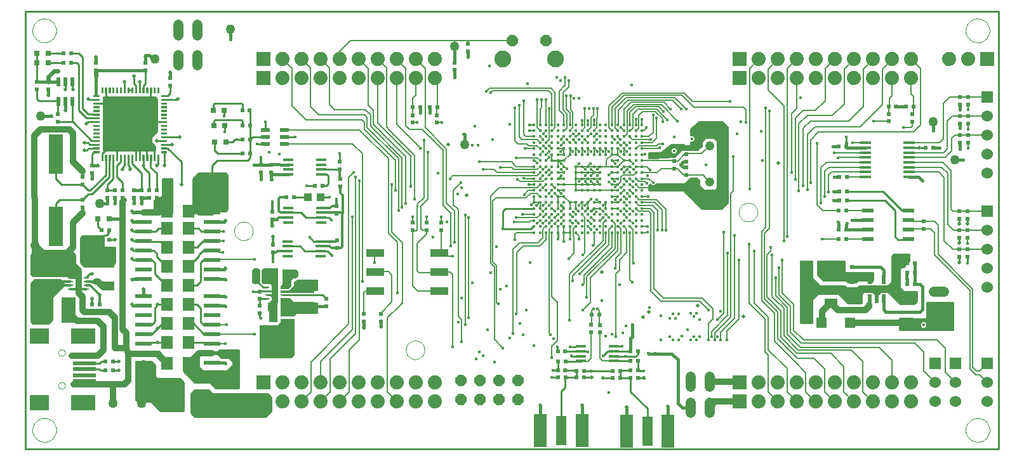
<source format=gtl>
G75*
G70*
%OFA0B0*%
%FSLAX24Y24*%
%IPPOS*%
%LPD*%
%AMOC8*
5,1,8,0,0,1.08239X$1,22.5*
%
%ADD10C,0.0100*%
%ADD11C,0.0000*%
%ADD12R,0.0236X0.0236*%
%ADD13R,0.0217X0.0472*%
%ADD14C,0.0428*%
%ADD15C,0.0025*%
%ADD16R,0.0866X0.0236*%
%ADD17R,0.0315X0.0315*%
%ADD18R,0.0760X0.2100*%
%ADD19R,0.0630X0.0710*%
%ADD20C,0.0540*%
%ADD21R,0.0748X0.1339*%
%ADD22R,0.0472X0.0217*%
%ADD23R,0.0630X0.0138*%
%ADD24R,0.0600X0.0600*%
%ADD25C,0.0600*%
%ADD26R,0.0630X0.0236*%
%ADD27C,0.0500*%
%ADD28R,0.0709X0.0500*%
%ADD29R,0.0551X0.0551*%
%ADD30R,0.0787X0.0472*%
%ADD31R,0.0250X0.0106*%
%ADD32R,0.0354X0.0630*%
%ADD33R,0.0472X0.0787*%
%ADD34R,0.0591X0.0500*%
%ADD35R,0.0740X0.0740*%
%ADD36C,0.0740*%
%ADD37R,0.0197X0.0098*%
%ADD38R,0.0354X0.0512*%
%ADD39R,0.0433X0.0394*%
%ADD40R,0.0394X0.0433*%
%ADD41R,0.1181X0.0591*%
%ADD42C,0.0157*%
%ADD43C,0.0480*%
%ADD44OC8,0.0600*%
%ADD45C,0.0885*%
%ADD46R,0.0961X0.0445*%
%ADD47OC8,0.0591*%
%ADD48R,0.0571X0.0177*%
%ADD49R,0.0984X0.0787*%
%ADD50R,0.1299X0.0787*%
%ADD51R,0.1220X0.0197*%
%ADD52R,0.0551X0.1575*%
%ADD53R,0.0709X0.1772*%
%ADD54C,0.0320*%
%ADD55C,0.0160*%
%ADD56C,0.0200*%
%ADD57C,0.0010*%
%ADD58C,0.0230*%
%ADD59C,0.0050*%
%ADD60C,0.0160*%
%ADD61C,0.0120*%
%ADD62C,0.0240*%
%ADD63C,0.0200*%
D10*
X001680Y006030D02*
X001680Y029030D01*
X052780Y029030D01*
X052780Y006030D01*
X001680Y006030D01*
X004722Y009410D02*
X004761Y009449D01*
X004771Y010230D02*
X005580Y010230D01*
X005630Y010180D01*
X005883Y010180D01*
X006277Y010180D02*
X006580Y010180D01*
X006580Y010630D02*
X006277Y010630D01*
X005883Y010630D02*
X005680Y010630D01*
X005595Y010545D01*
X004771Y010545D01*
X003970Y013230D02*
X003948Y013253D01*
X003948Y013330D01*
X003080Y013342D02*
X001980Y013342D01*
X001980Y013440D02*
X003080Y013440D01*
X003080Y013539D02*
X001980Y013539D01*
X001980Y013637D02*
X003080Y013637D01*
X003080Y013736D02*
X001980Y013736D01*
X001980Y013834D02*
X003080Y013834D01*
X003080Y013933D02*
X001980Y013933D01*
X001980Y014031D02*
X003081Y014031D01*
X003080Y014030D02*
X003080Y012830D01*
X002880Y012630D01*
X002080Y012630D01*
X001980Y012730D01*
X001980Y014730D01*
X002180Y014930D01*
X003480Y014930D01*
X003580Y014830D01*
X003680Y014830D01*
X003680Y014630D01*
X003080Y014030D01*
X003180Y014130D02*
X001980Y014130D01*
X001980Y014228D02*
X003278Y014228D01*
X003377Y014327D02*
X001980Y014327D01*
X001980Y014425D02*
X003475Y014425D01*
X003574Y014524D02*
X001980Y014524D01*
X001980Y014622D02*
X003672Y014622D01*
X003680Y014721D02*
X001980Y014721D01*
X002069Y014819D02*
X003680Y014819D01*
X003492Y014918D02*
X002168Y014918D01*
X002080Y015130D02*
X001980Y015230D01*
X001980Y016230D01*
X002180Y016430D01*
X004080Y016430D01*
X004280Y016230D01*
X004280Y015530D01*
X004380Y015430D01*
X004380Y015230D01*
X004280Y015130D01*
X002080Y015130D01*
X001997Y015213D02*
X004363Y015213D01*
X004380Y015312D02*
X001980Y015312D01*
X001980Y015410D02*
X004380Y015410D01*
X004301Y015509D02*
X001980Y015509D01*
X001980Y015607D02*
X004280Y015607D01*
X004280Y015706D02*
X001980Y015706D01*
X001980Y015804D02*
X004280Y015804D01*
X004280Y015903D02*
X001980Y015903D01*
X001980Y016001D02*
X004280Y016001D01*
X004280Y016100D02*
X001980Y016100D01*
X001980Y016198D02*
X004280Y016198D01*
X004213Y016297D02*
X002047Y016297D01*
X002145Y016395D02*
X004115Y016395D01*
X004580Y016395D02*
X006380Y016395D01*
X006380Y016297D02*
X004580Y016297D01*
X004580Y016198D02*
X006380Y016198D01*
X006380Y016100D02*
X004580Y016100D01*
X004580Y016001D02*
X006380Y016001D01*
X006380Y015903D02*
X004580Y015903D01*
X004580Y015830D02*
X004580Y017130D01*
X004680Y017230D01*
X005780Y017230D01*
X005780Y016630D01*
X006380Y016630D01*
X006380Y015830D01*
X006180Y015630D01*
X004780Y015630D01*
X004580Y015830D01*
X004606Y015804D02*
X006354Y015804D01*
X006256Y015706D02*
X004704Y015706D01*
X004580Y016494D02*
X006380Y016494D01*
X006380Y016592D02*
X004580Y016592D01*
X004580Y016691D02*
X005780Y016691D01*
X005780Y016789D02*
X004580Y016789D01*
X004580Y016888D02*
X005780Y016888D01*
X005780Y016986D02*
X004580Y016986D01*
X004580Y017085D02*
X005780Y017085D01*
X005780Y017183D02*
X004633Y017183D01*
X004780Y016750D02*
X005080Y016430D01*
X005580Y016390D01*
X005683Y017030D02*
X005683Y017133D01*
X005830Y017280D01*
X005980Y017280D01*
X006030Y017330D01*
X006030Y017483D01*
X006077Y017530D01*
X006077Y017427D01*
X005980Y017330D01*
X006077Y017030D02*
X006380Y017030D01*
X005683Y017530D02*
X005483Y017728D01*
X005485Y018130D01*
X004680Y019127D02*
X004677Y019130D01*
X003480Y019130D01*
X003280Y018930D01*
X003280Y017730D01*
X004680Y019127D02*
X004983Y019430D01*
X005180Y019430D01*
X006097Y020347D01*
X006097Y021358D01*
X005900Y021358D02*
X005900Y020450D01*
X005080Y019630D01*
X004983Y019630D01*
X004680Y019933D01*
X003577Y019933D01*
X003280Y020230D01*
X003280Y021530D01*
X004780Y021730D02*
X004880Y021730D01*
X005000Y021850D01*
X005408Y021850D01*
X005408Y021654D02*
X005304Y021654D01*
X005180Y021530D01*
X005180Y020930D01*
X005180Y020927D02*
X005377Y020927D01*
X005380Y020930D01*
X005480Y020930D01*
X005704Y021358D02*
X005704Y021554D01*
X005880Y021730D01*
X005780Y021730D02*
X005780Y024530D01*
X008480Y024530D01*
X008580Y024430D01*
X008580Y022730D01*
X008280Y022430D01*
X008280Y022130D01*
X008480Y021930D01*
X008480Y021730D01*
X008460Y021710D01*
X008460Y021358D01*
X008656Y021358D02*
X008656Y021006D01*
X008580Y020930D01*
X008263Y020847D02*
X008263Y021358D01*
X008066Y021358D02*
X008066Y021716D01*
X008080Y021730D01*
X008480Y021730D02*
X005780Y021730D01*
X005780Y021813D02*
X008480Y021813D01*
X008480Y021911D02*
X005780Y021911D01*
X005780Y022010D02*
X008400Y022010D01*
X008302Y022108D02*
X005780Y022108D01*
X005780Y022207D02*
X008280Y022207D01*
X008280Y022305D02*
X005780Y022305D01*
X005780Y022404D02*
X008280Y022404D01*
X008352Y022502D02*
X005780Y022502D01*
X005780Y022601D02*
X008451Y022601D01*
X008549Y022699D02*
X005780Y022699D01*
X005780Y022798D02*
X008580Y022798D01*
X008580Y022896D02*
X005780Y022896D01*
X005780Y022995D02*
X008580Y022995D01*
X008580Y023093D02*
X005780Y023093D01*
X005780Y023192D02*
X008580Y023192D01*
X008582Y023228D02*
X008580Y023230D01*
X008582Y023228D02*
X008952Y023228D01*
X008580Y023290D02*
X005780Y023290D01*
X005780Y023389D02*
X008580Y023389D01*
X008580Y023487D02*
X005780Y023487D01*
X005780Y023586D02*
X008580Y023586D01*
X008580Y023684D02*
X005780Y023684D01*
X005780Y023783D02*
X008580Y023783D01*
X008580Y023881D02*
X005780Y023881D01*
X005780Y023980D02*
X008580Y023980D01*
X008580Y024078D02*
X005780Y024078D01*
X005780Y024177D02*
X008580Y024177D01*
X008580Y024275D02*
X005780Y024275D01*
X005780Y024230D02*
X005763Y024213D01*
X005408Y024213D01*
X005408Y024410D02*
X005000Y024410D01*
X004980Y024430D01*
X005408Y024606D02*
X005408Y024702D01*
X005380Y024680D01*
X005780Y024472D02*
X008538Y024472D01*
X008580Y024374D02*
X005780Y024374D01*
X005900Y024610D02*
X006080Y024430D01*
X005900Y024610D02*
X005900Y024902D01*
X006885Y024902D02*
X006885Y025325D01*
X006880Y025330D01*
X007082Y024902D02*
X007278Y024902D01*
X007475Y024902D02*
X007475Y025125D01*
X007380Y025230D01*
X007380Y025630D01*
X007680Y025330D02*
X007672Y025222D01*
X007672Y024902D01*
X007869Y024902D02*
X007869Y025119D01*
X007980Y025230D01*
X007980Y025930D01*
X005583Y025930D01*
X005580Y025933D01*
X004680Y026630D02*
X004680Y023930D01*
X004988Y023622D01*
X005408Y023622D01*
X005408Y023425D02*
X004885Y023425D01*
X004480Y023830D01*
X004480Y026230D01*
X004380Y026330D01*
X004077Y026330D01*
X003683Y026330D02*
X002875Y026330D01*
X002875Y026830D02*
X003683Y026830D01*
X004077Y026830D02*
X004480Y026830D01*
X004680Y026630D01*
X004154Y025342D02*
X004154Y024956D01*
X004180Y024930D01*
X003780Y024930D02*
X003780Y025342D01*
X003406Y025342D02*
X003391Y025327D01*
X003383Y025327D01*
X003380Y025330D01*
X002880Y025327D02*
X002880Y025330D01*
X002280Y025327D02*
X002280Y026325D01*
X002285Y026330D01*
X002285Y026830D01*
X002280Y024933D02*
X002280Y024430D01*
X002380Y024330D01*
X003394Y024330D01*
X003406Y024318D01*
X003380Y024292D01*
X003380Y023627D01*
X003380Y023233D02*
X003480Y023230D01*
X004180Y023230D01*
X004154Y023256D01*
X004154Y024318D01*
X004180Y023230D02*
X005166Y022244D01*
X005408Y022244D01*
X005408Y022047D02*
X005063Y022047D01*
X004980Y022130D01*
X004780Y022130D01*
X004880Y023130D02*
X004978Y023228D01*
X005408Y023228D01*
X006480Y021730D02*
X006491Y021719D01*
X006491Y021358D01*
X006294Y021358D02*
X006294Y020244D01*
X005980Y019930D01*
X005980Y019630D01*
X005980Y019627D02*
X006380Y019627D01*
X006780Y019630D02*
X006780Y020030D01*
X006480Y020330D01*
X006480Y020930D01*
X006688Y021138D01*
X006688Y021358D01*
X006885Y021358D02*
X006885Y020935D01*
X006780Y020830D01*
X006780Y020730D01*
X007080Y020930D02*
X007180Y020830D01*
X007180Y020730D01*
X007080Y020930D02*
X007082Y020932D01*
X007082Y021358D01*
X007278Y021358D02*
X007278Y021032D01*
X007780Y020530D01*
X007780Y019630D01*
X007780Y019627D01*
X007383Y019627D01*
X007380Y019630D01*
X008180Y019627D02*
X008180Y020530D01*
X007869Y020841D01*
X007869Y020930D01*
X007869Y021358D01*
X007672Y021358D02*
X007672Y021722D01*
X007680Y021730D01*
X007480Y021730D02*
X007475Y021725D01*
X007475Y021358D01*
X008263Y020847D02*
X008580Y020530D01*
X008580Y019627D01*
X008880Y019646D02*
X009380Y019646D01*
X009380Y019744D02*
X008880Y019744D01*
X008880Y019843D02*
X009380Y019843D01*
X009380Y019941D02*
X008880Y019941D01*
X008880Y020040D02*
X009380Y020040D01*
X009380Y020138D02*
X008880Y020138D01*
X008880Y020230D02*
X009380Y020230D01*
X009380Y018430D01*
X008680Y018430D01*
X008580Y018530D01*
X008580Y019230D01*
X008780Y019230D01*
X008880Y019330D01*
X008880Y020230D01*
X008880Y019547D02*
X009380Y019547D01*
X009380Y019449D02*
X008880Y019449D01*
X008880Y019350D02*
X009380Y019350D01*
X009380Y019252D02*
X008802Y019252D01*
X008580Y019153D02*
X009380Y019153D01*
X009380Y019055D02*
X008580Y019055D01*
X008580Y018956D02*
X009380Y018956D01*
X009380Y018858D02*
X008580Y018858D01*
X008580Y018759D02*
X009380Y018759D01*
X009380Y018661D02*
X008580Y018661D01*
X008580Y018562D02*
X009380Y018562D01*
X009380Y018464D02*
X008646Y018464D01*
X008680Y017630D02*
X008530Y017480D01*
X007869Y017480D01*
X007330Y017480D01*
X007280Y017530D01*
X007280Y017030D02*
X007330Y016980D01*
X007869Y016980D01*
X007869Y017019D01*
X007880Y017030D01*
X007980Y016930D01*
X008780Y016930D01*
X009080Y016630D01*
X009120Y016630D01*
X008580Y016330D02*
X008430Y016480D01*
X007869Y016480D01*
X007330Y016480D01*
X007280Y016530D01*
X007280Y016030D02*
X007330Y015980D01*
X007869Y015980D01*
X008330Y015980D01*
X008480Y015830D01*
X008480Y015230D01*
X008980Y014730D01*
X009080Y014630D01*
X009120Y014630D01*
X009120Y015630D02*
X009080Y015630D01*
X008580Y016130D01*
X008580Y016330D01*
X008680Y017630D02*
X009120Y017630D01*
X010240Y017630D02*
X010780Y017630D01*
X010930Y017480D01*
X011491Y017480D01*
X011491Y016980D02*
X011030Y016980D01*
X010680Y016630D01*
X010240Y016630D01*
X010780Y016230D02*
X010780Y016170D01*
X010240Y015630D01*
X010880Y015830D02*
X010880Y014830D01*
X010680Y014630D01*
X010240Y014630D01*
X010880Y015830D02*
X010880Y015850D01*
X011040Y016010D01*
X011030Y015980D02*
X010880Y015830D01*
X011030Y015980D02*
X011491Y015980D01*
X011491Y016480D02*
X011030Y016480D01*
X010780Y016230D01*
X010580Y018530D02*
X010480Y018630D01*
X010480Y020230D01*
X010780Y020530D01*
X012180Y020530D01*
X012280Y020430D01*
X012280Y018630D01*
X012180Y018530D01*
X010580Y018530D01*
X010548Y018562D02*
X012212Y018562D01*
X012280Y018661D02*
X010480Y018661D01*
X010480Y018759D02*
X012280Y018759D01*
X012280Y018858D02*
X010480Y018858D01*
X010480Y018956D02*
X012280Y018956D01*
X012280Y019055D02*
X010480Y019055D01*
X010480Y019153D02*
X012280Y019153D01*
X012280Y019252D02*
X010480Y019252D01*
X010480Y019350D02*
X012280Y019350D01*
X012280Y019449D02*
X010480Y019449D01*
X010480Y019547D02*
X012280Y019547D01*
X012280Y019646D02*
X010480Y019646D01*
X010480Y019744D02*
X012280Y019744D01*
X012280Y019843D02*
X010480Y019843D01*
X010480Y019941D02*
X012280Y019941D01*
X012280Y020040D02*
X010480Y020040D01*
X010480Y020138D02*
X012280Y020138D01*
X012280Y020237D02*
X010487Y020237D01*
X010585Y020335D02*
X012280Y020335D01*
X012276Y020434D02*
X010684Y020434D01*
X011480Y020330D02*
X011480Y020950D01*
X011740Y021210D01*
X013340Y021215D01*
X013467Y021342D01*
X013477Y021585D01*
X013477Y022287D01*
X013472Y022291D01*
X013469Y022295D01*
X013469Y023019D01*
X013469Y023828D01*
X013462Y023835D01*
X013070Y023837D02*
X013070Y024160D01*
X013020Y024210D01*
X011620Y024210D01*
X011540Y024130D01*
X011540Y023829D01*
X011620Y023330D02*
X011570Y023280D01*
X011570Y023028D01*
X011572Y023026D01*
X011620Y023330D02*
X013000Y023330D01*
X013075Y023255D01*
X013075Y023019D01*
X013070Y022300D02*
X012780Y022300D01*
X012690Y022300D01*
X012558Y022168D01*
X012211Y022168D01*
X012160Y022690D02*
X012160Y023023D01*
X012163Y023026D01*
X012130Y023540D02*
X012130Y023829D01*
X012130Y023829D01*
X013068Y023835D02*
X013070Y023837D01*
X014267Y023243D02*
X014267Y023010D01*
X014267Y022809D01*
X014267Y022435D02*
X013616Y022435D01*
X013472Y022291D01*
X013079Y022291D02*
X013070Y022300D01*
X013083Y021585D02*
X011785Y021585D01*
X011620Y021750D01*
X011620Y022167D01*
X011620Y022168D01*
X009780Y022430D02*
X009769Y022441D01*
X008952Y022441D01*
X008952Y022244D02*
X008594Y022244D01*
X008580Y022230D01*
X008952Y022047D02*
X009363Y022047D01*
X009380Y022030D01*
X009160Y021850D02*
X008952Y021850D01*
X008952Y021654D02*
X008980Y021582D01*
X008980Y020930D01*
X009880Y021130D02*
X009160Y021850D01*
X009880Y021130D02*
X009880Y019930D01*
X013860Y022070D02*
X013869Y022061D01*
X014267Y022061D01*
X015291Y022435D02*
X015855Y022435D01*
X015860Y022440D01*
X017211Y020722D02*
X018171Y020722D01*
X018197Y020739D01*
X018191Y020732D01*
X018197Y021132D02*
X018197Y021548D01*
X018185Y021560D01*
X017509Y020476D02*
X017211Y020466D01*
X017509Y020476D02*
X017585Y020400D01*
X017585Y019960D01*
X017495Y019870D01*
X017272Y019870D01*
X017271Y019872D01*
X016877Y019872D02*
X016463Y019872D01*
X016455Y019880D01*
X016501Y019280D02*
X016495Y019274D01*
X015791Y019274D01*
X015479Y018453D02*
X016157Y018453D01*
X016415Y018195D01*
X017209Y018195D01*
X017211Y018197D01*
X017214Y018194D01*
X017626Y018194D01*
X017735Y018085D01*
X017214Y018706D02*
X017211Y018709D01*
X017171Y019280D02*
X017650Y019280D01*
X017655Y019275D01*
X018035Y016990D02*
X018040Y016985D01*
X017542Y016438D02*
X017182Y016438D01*
X017181Y016437D01*
X017179Y016435D01*
X016365Y016435D01*
X016107Y016693D01*
X015449Y016693D01*
X016625Y017155D02*
X016830Y016950D01*
X017182Y016950D01*
X017181Y016949D01*
X017182Y016694D02*
X017181Y016693D01*
X017542Y016438D02*
X017785Y016205D01*
X017285Y014132D02*
X017490Y013927D01*
X017285Y014132D02*
X015174Y014132D01*
X015174Y014525D02*
X015275Y014525D01*
X015410Y014660D01*
X015410Y014925D01*
X015415Y014930D01*
X014780Y014230D02*
X014645Y014095D01*
X014645Y014050D01*
X014645Y013530D01*
X014645Y012999D01*
X014680Y012965D01*
X015180Y013127D02*
X015203Y013150D01*
X015620Y013150D01*
X014682Y014132D02*
X014386Y014132D01*
X014386Y014328D02*
X014002Y014328D01*
X013990Y014317D01*
X013677Y014317D01*
X013670Y014310D01*
X014002Y013935D02*
X013990Y013923D01*
X013990Y013557D01*
X014002Y013935D02*
X014386Y013935D01*
X014682Y014132D02*
X014780Y014230D01*
X014682Y014328D01*
X014386Y014328D01*
X014386Y014525D02*
X014175Y014525D01*
X013890Y014810D01*
X013880Y014810D01*
X013830Y014860D01*
X013990Y013163D02*
X013990Y012950D01*
X014040Y012900D01*
X012880Y011230D02*
X012880Y009230D01*
X011680Y009230D01*
X011380Y009530D01*
X010580Y009530D01*
X009980Y010130D01*
X009980Y010230D01*
X010180Y010430D01*
X010180Y010530D01*
X010580Y010930D01*
X010780Y010930D01*
X010780Y010330D01*
X010980Y010130D01*
X012280Y010130D01*
X012580Y010430D01*
X012580Y010630D01*
X012380Y010830D01*
X011980Y010830D01*
X011780Y011030D01*
X011780Y011130D01*
X011880Y011230D01*
X012880Y011230D01*
X012880Y011175D02*
X011825Y011175D01*
X011780Y011076D02*
X012880Y011076D01*
X012880Y010978D02*
X011832Y010978D01*
X011931Y010879D02*
X012880Y010879D01*
X012880Y010781D02*
X012429Y010781D01*
X012528Y010682D02*
X012880Y010682D01*
X012880Y010584D02*
X012580Y010584D01*
X012580Y010485D02*
X012880Y010485D01*
X012880Y010387D02*
X012537Y010387D01*
X012438Y010288D02*
X012880Y010288D01*
X012880Y010190D02*
X012340Y010190D01*
X012880Y010091D02*
X010019Y010091D01*
X009980Y010190D02*
X010920Y010190D01*
X010822Y010288D02*
X010038Y010288D01*
X010137Y010387D02*
X010780Y010387D01*
X010780Y010485D02*
X010180Y010485D01*
X010234Y010584D02*
X010780Y010584D01*
X010780Y010682D02*
X010332Y010682D01*
X010431Y010781D02*
X010780Y010781D01*
X010780Y010879D02*
X010529Y010879D01*
X010240Y011630D02*
X011441Y011630D01*
X011491Y011580D01*
X011491Y012080D02*
X011780Y012080D01*
X011491Y012080D02*
X011050Y012080D01*
X010500Y012630D01*
X010240Y012630D01*
X010880Y012730D02*
X010880Y013430D01*
X010680Y013630D01*
X010240Y013630D01*
X010880Y012730D02*
X011030Y012580D01*
X011491Y012580D01*
X010117Y009993D02*
X012880Y009993D01*
X012880Y009894D02*
X010216Y009894D01*
X010314Y009796D02*
X012880Y009796D01*
X012880Y009697D02*
X010413Y009697D01*
X010511Y009599D02*
X012880Y009599D01*
X012880Y009500D02*
X011410Y009500D01*
X011508Y009402D02*
X012880Y009402D01*
X012880Y009303D02*
X011607Y009303D01*
X011402Y009008D02*
X010458Y009008D01*
X010380Y008930D02*
X010580Y009130D01*
X011280Y009130D01*
X011480Y008930D01*
X014380Y008930D01*
X014580Y008730D01*
X014580Y008030D01*
X014280Y007730D01*
X010580Y007730D01*
X010380Y007930D01*
X010380Y008930D01*
X010380Y008909D02*
X014401Y008909D01*
X014499Y008811D02*
X010380Y008811D01*
X010380Y008712D02*
X014580Y008712D01*
X014580Y008614D02*
X010380Y008614D01*
X010380Y008515D02*
X014580Y008515D01*
X014580Y008417D02*
X010380Y008417D01*
X010380Y008318D02*
X014580Y008318D01*
X014580Y008220D02*
X010380Y008220D01*
X010380Y008121D02*
X014580Y008121D01*
X014573Y008023D02*
X010380Y008023D01*
X010386Y007924D02*
X014474Y007924D01*
X014376Y007826D02*
X010484Y007826D01*
X009980Y008030D02*
X008780Y008030D01*
X008280Y008530D01*
X007580Y008530D01*
X007480Y008630D01*
X007480Y010530D01*
X007580Y010630D01*
X008280Y010630D01*
X008480Y010430D01*
X008480Y009830D01*
X008580Y009730D01*
X009780Y009730D01*
X009980Y009530D01*
X009980Y008030D01*
X009980Y008121D02*
X008689Y008121D01*
X008590Y008220D02*
X009980Y008220D01*
X009980Y008318D02*
X008492Y008318D01*
X008393Y008417D02*
X009980Y008417D01*
X009980Y008515D02*
X008295Y008515D01*
X007496Y008614D02*
X009980Y008614D01*
X009980Y008712D02*
X007480Y008712D01*
X007480Y008811D02*
X009980Y008811D01*
X009980Y008909D02*
X007480Y008909D01*
X007480Y009008D02*
X009980Y009008D01*
X009980Y009106D02*
X007480Y009106D01*
X007480Y009205D02*
X009980Y009205D01*
X009980Y009303D02*
X007480Y009303D01*
X007480Y009402D02*
X009980Y009402D01*
X009980Y009500D02*
X007480Y009500D01*
X007480Y009599D02*
X009911Y009599D01*
X009813Y009697D02*
X007480Y009697D01*
X007480Y009796D02*
X008514Y009796D01*
X008480Y009894D02*
X007480Y009894D01*
X007480Y009993D02*
X008480Y009993D01*
X008480Y010091D02*
X007480Y010091D01*
X007480Y010190D02*
X008480Y010190D01*
X008480Y010288D02*
X007480Y010288D01*
X007480Y010387D02*
X008480Y010387D01*
X008425Y010485D02*
X007480Y010485D01*
X007534Y010584D02*
X008326Y010584D01*
X007919Y011030D02*
X007869Y011080D01*
X007869Y011580D02*
X007919Y011630D01*
X009120Y011630D01*
X008610Y011630D01*
X008330Y012080D02*
X008630Y012380D01*
X008780Y012530D01*
X008880Y012630D01*
X009120Y012630D01*
X009020Y012530D01*
X008780Y012530D01*
X008480Y012730D02*
X008480Y013430D01*
X008620Y013630D01*
X009120Y013630D01*
X008480Y012730D02*
X008330Y012580D01*
X007869Y012580D01*
X007869Y012080D02*
X008330Y012080D01*
X009120Y010590D02*
X009120Y010530D01*
X010556Y009106D02*
X011304Y009106D01*
X003080Y012849D02*
X001980Y012849D01*
X001980Y012751D02*
X003001Y012751D01*
X002902Y012652D02*
X002058Y012652D01*
X001980Y012948D02*
X003080Y012948D01*
X003080Y013046D02*
X001980Y013046D01*
X001980Y013145D02*
X003080Y013145D01*
X003080Y013243D02*
X001980Y013243D01*
X008280Y024530D02*
X008263Y024547D01*
X008263Y024902D01*
X008952Y024606D02*
X009156Y024606D01*
X009280Y024730D01*
X009280Y025133D01*
X008952Y024410D02*
X009660Y024410D01*
X009680Y024430D01*
X026760Y018550D02*
X026760Y017600D01*
X026765Y017605D01*
X026770Y017600D01*
X028220Y017600D01*
X028350Y017730D01*
X028386Y017730D01*
X028386Y018675D02*
X026885Y018675D01*
X026760Y018550D01*
X028381Y018680D02*
X028386Y018675D01*
X029810Y018840D02*
X029961Y018689D01*
X029961Y018675D01*
X029646Y017415D02*
X029646Y017066D01*
X029640Y017060D01*
X031370Y018530D02*
X031380Y018530D01*
X031520Y018670D01*
X029820Y020400D02*
X029670Y020250D01*
X029646Y020250D01*
X029646Y021195D02*
X029965Y021195D01*
X029970Y021190D01*
X029646Y021195D02*
X029331Y021195D01*
X029630Y011400D02*
X029626Y011376D01*
X029636Y011162D01*
X030029Y011174D02*
X030029Y011162D01*
X030029Y011174D02*
X030840Y011174D01*
X030840Y011162D01*
X031218Y011162D01*
X031230Y011150D01*
X030840Y010918D02*
X030352Y010918D01*
X030350Y010920D01*
X030036Y010651D02*
X030840Y010651D01*
X030840Y010662D01*
X030892Y010662D01*
X030892Y010650D01*
X031010Y010148D02*
X031330Y010150D01*
X031370Y010110D01*
X031370Y010128D01*
X031370Y010150D01*
X031372Y010148D01*
X032509Y010148D01*
X032509Y010147D01*
X032507Y009783D02*
X032033Y009783D01*
X032030Y009780D01*
X031400Y009800D02*
X031398Y009798D01*
X031008Y009798D01*
X030616Y009799D02*
X030615Y009798D01*
X030608Y009791D01*
X030037Y009791D01*
X030030Y009783D01*
X030030Y009270D01*
X029815Y009055D01*
X029815Y007000D01*
X029644Y009791D02*
X029299Y009791D01*
X029290Y009800D01*
X029388Y010160D02*
X029640Y010160D01*
X029640Y010330D01*
X029638Y010647D01*
X029643Y010651D01*
X029648Y010590D02*
X029650Y010320D01*
X029650Y010160D01*
X029388Y010160D01*
X029638Y010156D01*
X030032Y010156D02*
X030608Y010156D01*
X030616Y010148D01*
X030616Y009799D01*
X030040Y009788D02*
X030037Y009791D01*
X030036Y009789D01*
X030280Y011410D02*
X030580Y011410D01*
X030580Y011430D01*
X030610Y011430D01*
X030610Y011440D01*
X030702Y011428D01*
X030702Y011430D01*
X030840Y011430D01*
X032020Y010920D02*
X032265Y011165D01*
X032568Y011170D01*
X032572Y011174D01*
X033445Y011174D01*
X033445Y011180D01*
X033323Y011162D01*
X033165Y010918D02*
X033165Y010910D01*
X033170Y010910D01*
X033165Y010918D02*
X033737Y010918D01*
X033839Y011021D01*
X033839Y011180D01*
X033852Y010664D02*
X033854Y010602D01*
X033850Y010320D01*
X033850Y010150D01*
X034144Y010150D01*
X033854Y010163D01*
X033846Y009781D02*
X034161Y009781D01*
X034150Y009780D01*
X033460Y009774D02*
X033453Y009781D01*
X033440Y009769D01*
X033440Y009050D01*
X034335Y008155D01*
X034335Y006980D01*
X033453Y009781D02*
X033450Y009783D01*
X032900Y009783D01*
X032900Y010144D01*
X032903Y010147D01*
X032919Y010163D01*
X033461Y010163D01*
X033433Y010660D02*
X032533Y010660D01*
X032533Y010662D01*
X032572Y010662D01*
X032572Y010918D02*
X033165Y010918D01*
X033433Y010660D02*
X033459Y010664D01*
X033010Y011420D02*
X032794Y011424D01*
X032794Y011430D01*
X032572Y011430D01*
X042375Y012675D02*
X042375Y015890D01*
X042975Y015890D01*
X042975Y014990D01*
X043375Y014590D01*
X044675Y014590D01*
X044775Y014490D01*
X045375Y014490D01*
X045475Y014590D01*
X046975Y014590D01*
X047175Y014790D01*
X047170Y016155D01*
X047275Y016260D01*
X048075Y016260D01*
X048075Y015890D01*
X047875Y015890D01*
X047875Y015690D01*
X047775Y015590D01*
X047675Y015590D01*
X047575Y015490D01*
X047575Y014490D01*
X047775Y014290D01*
X048475Y014290D01*
X048475Y013790D01*
X048375Y013690D01*
X047575Y013690D01*
X046975Y014290D01*
X046575Y014290D01*
X046375Y014090D01*
X046175Y014290D01*
X045675Y014290D01*
X045575Y014190D01*
X045575Y013690D01*
X044875Y013690D01*
X044375Y014190D01*
X043275Y014190D01*
X042975Y013890D01*
X042975Y012675D01*
X042375Y012675D01*
X042375Y012751D02*
X042975Y012751D01*
X042975Y012849D02*
X042375Y012849D01*
X042375Y012948D02*
X042975Y012948D01*
X042975Y013046D02*
X042375Y013046D01*
X042375Y013145D02*
X042975Y013145D01*
X042975Y013243D02*
X042375Y013243D01*
X042375Y013342D02*
X042975Y013342D01*
X042975Y013440D02*
X042375Y013440D01*
X042375Y013539D02*
X042975Y013539D01*
X042975Y013637D02*
X042375Y013637D01*
X042375Y013736D02*
X042975Y013736D01*
X042975Y013834D02*
X042375Y013834D01*
X042375Y013933D02*
X043018Y013933D01*
X043116Y014031D02*
X042375Y014031D01*
X042375Y014130D02*
X043215Y014130D01*
X043343Y014622D02*
X042375Y014622D01*
X042375Y014524D02*
X044741Y014524D01*
X044875Y014790D02*
X044775Y014890D01*
X043575Y014890D01*
X043275Y015190D01*
X043275Y015890D01*
X044675Y015890D01*
X044675Y015290D01*
X046175Y015290D01*
X046175Y014890D01*
X046075Y014790D01*
X045975Y014790D01*
X045875Y014890D01*
X045375Y014890D01*
X045275Y014790D01*
X044875Y014790D01*
X044846Y014819D02*
X045304Y014819D01*
X045409Y014524D02*
X047575Y014524D01*
X047575Y014622D02*
X047007Y014622D01*
X047106Y014721D02*
X047575Y014721D01*
X047575Y014819D02*
X047175Y014819D01*
X047175Y014918D02*
X047575Y014918D01*
X047575Y015016D02*
X047174Y015016D01*
X047174Y015115D02*
X047575Y015115D01*
X047575Y015213D02*
X047173Y015213D01*
X047173Y015312D02*
X047575Y015312D01*
X047575Y015410D02*
X047173Y015410D01*
X047172Y015509D02*
X047594Y015509D01*
X047792Y015607D02*
X047172Y015607D01*
X047172Y015706D02*
X047875Y015706D01*
X047875Y015804D02*
X047171Y015804D01*
X047171Y015903D02*
X048075Y015903D01*
X048075Y016001D02*
X047171Y016001D01*
X047170Y016100D02*
X048075Y016100D01*
X048075Y016198D02*
X047213Y016198D01*
X047490Y017050D02*
X048041Y017050D01*
X048046Y017055D01*
X047490Y017050D02*
X047350Y017190D01*
X047350Y018570D01*
X046805Y019115D01*
X044802Y019115D01*
X044812Y019565D02*
X044817Y019570D01*
X046710Y019570D01*
X047725Y018555D01*
X048046Y018555D01*
X050700Y018133D02*
X050700Y017880D01*
X051160Y017870D02*
X051160Y018133D01*
X050700Y017133D02*
X050700Y016870D01*
X050700Y016133D02*
X050700Y015820D01*
X051160Y015810D02*
X051160Y016120D01*
X051165Y016125D01*
X051165Y016135D01*
X051162Y016135D01*
X051160Y016133D01*
X050385Y013735D02*
X049020Y013735D01*
X049025Y012870D01*
X048945Y012870D01*
X047575Y012890D01*
X047575Y012290D01*
X050370Y012305D01*
X050385Y013735D01*
X050384Y013637D02*
X049021Y013637D01*
X049021Y013539D02*
X050383Y013539D01*
X050382Y013440D02*
X049022Y013440D01*
X049022Y013342D02*
X050381Y013342D01*
X050380Y013243D02*
X049023Y013243D01*
X049023Y013145D02*
X050379Y013145D01*
X050378Y013046D02*
X049024Y013046D01*
X049025Y012948D02*
X050377Y012948D01*
X050376Y012849D02*
X047575Y012849D01*
X047575Y012751D02*
X048747Y012751D01*
X048756Y012760D02*
X048645Y012649D01*
X048645Y012491D01*
X048756Y012380D01*
X048914Y012380D01*
X049025Y012491D01*
X049025Y012649D01*
X048914Y012760D01*
X048756Y012760D01*
X048648Y012652D02*
X047575Y012652D01*
X047575Y012554D02*
X048645Y012554D01*
X048681Y012455D02*
X047575Y012455D01*
X047575Y012357D02*
X050371Y012357D01*
X050372Y012455D02*
X048989Y012455D01*
X049025Y012554D02*
X050373Y012554D01*
X050374Y012652D02*
X049022Y012652D01*
X048923Y012751D02*
X050375Y012751D01*
X048475Y013834D02*
X047431Y013834D01*
X047529Y013736D02*
X048421Y013736D01*
X048475Y013933D02*
X047332Y013933D01*
X047234Y014031D02*
X048475Y014031D01*
X048475Y014130D02*
X047135Y014130D01*
X047037Y014228D02*
X048475Y014228D01*
X047738Y014327D02*
X042375Y014327D01*
X042375Y014425D02*
X047640Y014425D01*
X046513Y014228D02*
X046237Y014228D01*
X046335Y014130D02*
X046415Y014130D01*
X046104Y014819D02*
X045946Y014819D01*
X046175Y014918D02*
X043547Y014918D01*
X043449Y015016D02*
X046175Y015016D01*
X046175Y015115D02*
X043350Y015115D01*
X043275Y015213D02*
X046175Y015213D01*
X045613Y014228D02*
X042375Y014228D01*
X042375Y014721D02*
X043244Y014721D01*
X043146Y014819D02*
X042375Y014819D01*
X042375Y014918D02*
X043047Y014918D01*
X042975Y015016D02*
X042375Y015016D01*
X042375Y015115D02*
X042975Y015115D01*
X042975Y015213D02*
X042375Y015213D01*
X042375Y015312D02*
X042975Y015312D01*
X042975Y015410D02*
X042375Y015410D01*
X042375Y015509D02*
X042975Y015509D01*
X042975Y015607D02*
X042375Y015607D01*
X042375Y015706D02*
X042975Y015706D01*
X042975Y015804D02*
X042375Y015804D01*
X043275Y015804D02*
X044675Y015804D01*
X044675Y015706D02*
X043275Y015706D01*
X043275Y015607D02*
X044675Y015607D01*
X044675Y015509D02*
X043275Y015509D01*
X043275Y015410D02*
X044675Y015410D01*
X044675Y015312D02*
X043275Y015312D01*
X044435Y014130D02*
X045575Y014130D01*
X045575Y014031D02*
X044534Y014031D01*
X044632Y013933D02*
X045575Y013933D01*
X045575Y013834D02*
X044731Y013834D01*
X044829Y013736D02*
X045575Y013736D01*
X044833Y021874D02*
X044816Y021874D01*
X044740Y021950D01*
X044770Y022150D02*
X044785Y022165D01*
X044785Y022420D01*
X047940Y021880D02*
X048630Y021880D01*
X048963Y021880D01*
D11*
X051055Y028030D02*
X051057Y028080D01*
X051063Y028129D01*
X051073Y028178D01*
X051086Y028225D01*
X051104Y028272D01*
X051125Y028317D01*
X051149Y028360D01*
X051177Y028401D01*
X051208Y028440D01*
X051242Y028476D01*
X051279Y028510D01*
X051319Y028540D01*
X051360Y028567D01*
X051404Y028591D01*
X051449Y028611D01*
X051496Y028627D01*
X051544Y028640D01*
X051593Y028649D01*
X051643Y028654D01*
X051692Y028655D01*
X051742Y028652D01*
X051791Y028645D01*
X051840Y028634D01*
X051887Y028620D01*
X051933Y028601D01*
X051978Y028579D01*
X052021Y028554D01*
X052061Y028525D01*
X052099Y028493D01*
X052135Y028459D01*
X052168Y028421D01*
X052197Y028381D01*
X052223Y028339D01*
X052246Y028295D01*
X052265Y028249D01*
X052281Y028202D01*
X052293Y028153D01*
X052301Y028104D01*
X052305Y028055D01*
X052305Y028005D01*
X052301Y027956D01*
X052293Y027907D01*
X052281Y027858D01*
X052265Y027811D01*
X052246Y027765D01*
X052223Y027721D01*
X052197Y027679D01*
X052168Y027639D01*
X052135Y027601D01*
X052099Y027567D01*
X052061Y027535D01*
X052021Y027506D01*
X051978Y027481D01*
X051933Y027459D01*
X051887Y027440D01*
X051840Y027426D01*
X051791Y027415D01*
X051742Y027408D01*
X051692Y027405D01*
X051643Y027406D01*
X051593Y027411D01*
X051544Y027420D01*
X051496Y027433D01*
X051449Y027449D01*
X051404Y027469D01*
X051360Y027493D01*
X051319Y027520D01*
X051279Y027550D01*
X051242Y027584D01*
X051208Y027620D01*
X051177Y027659D01*
X051149Y027700D01*
X051125Y027743D01*
X051104Y027788D01*
X051086Y027835D01*
X051073Y027882D01*
X051063Y027931D01*
X051057Y027980D01*
X051055Y028030D01*
X039140Y018480D02*
X039142Y018524D01*
X039148Y018567D01*
X039158Y018610D01*
X039171Y018652D01*
X039189Y018693D01*
X039209Y018731D01*
X039234Y018768D01*
X039261Y018802D01*
X039291Y018834D01*
X039324Y018863D01*
X039360Y018889D01*
X039398Y018911D01*
X039437Y018931D01*
X039479Y018946D01*
X039521Y018958D01*
X039564Y018966D01*
X039608Y018970D01*
X039652Y018970D01*
X039696Y018966D01*
X039739Y018958D01*
X039781Y018946D01*
X039823Y018931D01*
X039862Y018911D01*
X039900Y018889D01*
X039936Y018863D01*
X039969Y018834D01*
X039999Y018802D01*
X040026Y018768D01*
X040051Y018731D01*
X040071Y018693D01*
X040089Y018652D01*
X040102Y018610D01*
X040112Y018567D01*
X040118Y018524D01*
X040120Y018480D01*
X040118Y018436D01*
X040112Y018393D01*
X040102Y018350D01*
X040089Y018308D01*
X040071Y018267D01*
X040051Y018229D01*
X040026Y018192D01*
X039999Y018158D01*
X039969Y018126D01*
X039936Y018097D01*
X039900Y018071D01*
X039862Y018049D01*
X039823Y018029D01*
X039781Y018014D01*
X039739Y018002D01*
X039696Y017994D01*
X039652Y017990D01*
X039608Y017990D01*
X039564Y017994D01*
X039521Y018002D01*
X039479Y018014D01*
X039437Y018029D01*
X039398Y018049D01*
X039360Y018071D01*
X039324Y018097D01*
X039291Y018126D01*
X039261Y018158D01*
X039234Y018192D01*
X039209Y018229D01*
X039189Y018267D01*
X039171Y018308D01*
X039158Y018350D01*
X039148Y018393D01*
X039142Y018436D01*
X039140Y018480D01*
X051055Y007030D02*
X051057Y007080D01*
X051063Y007129D01*
X051073Y007178D01*
X051086Y007225D01*
X051104Y007272D01*
X051125Y007317D01*
X051149Y007360D01*
X051177Y007401D01*
X051208Y007440D01*
X051242Y007476D01*
X051279Y007510D01*
X051319Y007540D01*
X051360Y007567D01*
X051404Y007591D01*
X051449Y007611D01*
X051496Y007627D01*
X051544Y007640D01*
X051593Y007649D01*
X051643Y007654D01*
X051692Y007655D01*
X051742Y007652D01*
X051791Y007645D01*
X051840Y007634D01*
X051887Y007620D01*
X051933Y007601D01*
X051978Y007579D01*
X052021Y007554D01*
X052061Y007525D01*
X052099Y007493D01*
X052135Y007459D01*
X052168Y007421D01*
X052197Y007381D01*
X052223Y007339D01*
X052246Y007295D01*
X052265Y007249D01*
X052281Y007202D01*
X052293Y007153D01*
X052301Y007104D01*
X052305Y007055D01*
X052305Y007005D01*
X052301Y006956D01*
X052293Y006907D01*
X052281Y006858D01*
X052265Y006811D01*
X052246Y006765D01*
X052223Y006721D01*
X052197Y006679D01*
X052168Y006639D01*
X052135Y006601D01*
X052099Y006567D01*
X052061Y006535D01*
X052021Y006506D01*
X051978Y006481D01*
X051933Y006459D01*
X051887Y006440D01*
X051840Y006426D01*
X051791Y006415D01*
X051742Y006408D01*
X051692Y006405D01*
X051643Y006406D01*
X051593Y006411D01*
X051544Y006420D01*
X051496Y006433D01*
X051449Y006449D01*
X051404Y006469D01*
X051360Y006493D01*
X051319Y006520D01*
X051279Y006550D01*
X051242Y006584D01*
X051208Y006620D01*
X051177Y006659D01*
X051149Y006700D01*
X051125Y006743D01*
X051104Y006788D01*
X051086Y006835D01*
X051073Y006882D01*
X051063Y006931D01*
X051057Y006980D01*
X051055Y007030D01*
X021660Y011240D02*
X021662Y011284D01*
X021668Y011327D01*
X021678Y011370D01*
X021691Y011412D01*
X021709Y011453D01*
X021729Y011491D01*
X021754Y011528D01*
X021781Y011562D01*
X021811Y011594D01*
X021844Y011623D01*
X021880Y011649D01*
X021918Y011671D01*
X021957Y011691D01*
X021999Y011706D01*
X022041Y011718D01*
X022084Y011726D01*
X022128Y011730D01*
X022172Y011730D01*
X022216Y011726D01*
X022259Y011718D01*
X022301Y011706D01*
X022343Y011691D01*
X022382Y011671D01*
X022420Y011649D01*
X022456Y011623D01*
X022489Y011594D01*
X022519Y011562D01*
X022546Y011528D01*
X022571Y011491D01*
X022591Y011453D01*
X022609Y011412D01*
X022622Y011370D01*
X022632Y011327D01*
X022638Y011284D01*
X022640Y011240D01*
X022638Y011196D01*
X022632Y011153D01*
X022622Y011110D01*
X022609Y011068D01*
X022591Y011027D01*
X022571Y010989D01*
X022546Y010952D01*
X022519Y010918D01*
X022489Y010886D01*
X022456Y010857D01*
X022420Y010831D01*
X022382Y010809D01*
X022343Y010789D01*
X022301Y010774D01*
X022259Y010762D01*
X022216Y010754D01*
X022172Y010750D01*
X022128Y010750D01*
X022084Y010754D01*
X022041Y010762D01*
X021999Y010774D01*
X021957Y010789D01*
X021918Y010809D01*
X021880Y010831D01*
X021844Y010857D01*
X021811Y010886D01*
X021781Y010918D01*
X021754Y010952D01*
X021729Y010989D01*
X021709Y011027D01*
X021691Y011068D01*
X021678Y011110D01*
X021668Y011153D01*
X021662Y011196D01*
X021660Y011240D01*
X012650Y017490D02*
X012652Y017534D01*
X012658Y017577D01*
X012668Y017620D01*
X012681Y017662D01*
X012699Y017703D01*
X012719Y017741D01*
X012744Y017778D01*
X012771Y017812D01*
X012801Y017844D01*
X012834Y017873D01*
X012870Y017899D01*
X012908Y017921D01*
X012947Y017941D01*
X012989Y017956D01*
X013031Y017968D01*
X013074Y017976D01*
X013118Y017980D01*
X013162Y017980D01*
X013206Y017976D01*
X013249Y017968D01*
X013291Y017956D01*
X013333Y017941D01*
X013372Y017921D01*
X013410Y017899D01*
X013446Y017873D01*
X013479Y017844D01*
X013509Y017812D01*
X013536Y017778D01*
X013561Y017741D01*
X013581Y017703D01*
X013599Y017662D01*
X013612Y017620D01*
X013622Y017577D01*
X013628Y017534D01*
X013630Y017490D01*
X013628Y017446D01*
X013622Y017403D01*
X013612Y017360D01*
X013599Y017318D01*
X013581Y017277D01*
X013561Y017239D01*
X013536Y017202D01*
X013509Y017168D01*
X013479Y017136D01*
X013446Y017107D01*
X013410Y017081D01*
X013372Y017059D01*
X013333Y017039D01*
X013291Y017024D01*
X013249Y017012D01*
X013206Y017004D01*
X013162Y017000D01*
X013118Y017000D01*
X013074Y017004D01*
X013031Y017012D01*
X012989Y017024D01*
X012947Y017039D01*
X012908Y017059D01*
X012870Y017081D01*
X012834Y017107D01*
X012801Y017136D01*
X012771Y017168D01*
X012744Y017202D01*
X012719Y017239D01*
X012699Y017277D01*
X012681Y017318D01*
X012668Y017360D01*
X012658Y017403D01*
X012652Y017446D01*
X012650Y017490D01*
X003413Y011096D02*
X003415Y011122D01*
X003421Y011148D01*
X003431Y011173D01*
X003444Y011196D01*
X003460Y011216D01*
X003480Y011234D01*
X003502Y011249D01*
X003525Y011261D01*
X003551Y011269D01*
X003577Y011273D01*
X003603Y011273D01*
X003629Y011269D01*
X003655Y011261D01*
X003679Y011249D01*
X003700Y011234D01*
X003720Y011216D01*
X003736Y011196D01*
X003749Y011173D01*
X003759Y011148D01*
X003765Y011122D01*
X003767Y011096D01*
X003765Y011070D01*
X003759Y011044D01*
X003749Y011019D01*
X003736Y010996D01*
X003720Y010976D01*
X003700Y010958D01*
X003678Y010943D01*
X003655Y010931D01*
X003629Y010923D01*
X003603Y010919D01*
X003577Y010919D01*
X003551Y010923D01*
X003525Y010931D01*
X003501Y010943D01*
X003480Y010958D01*
X003460Y010976D01*
X003444Y010996D01*
X003431Y011019D01*
X003421Y011044D01*
X003415Y011070D01*
X003413Y011096D01*
X003413Y009364D02*
X003415Y009390D01*
X003421Y009416D01*
X003431Y009441D01*
X003444Y009464D01*
X003460Y009484D01*
X003480Y009502D01*
X003502Y009517D01*
X003525Y009529D01*
X003551Y009537D01*
X003577Y009541D01*
X003603Y009541D01*
X003629Y009537D01*
X003655Y009529D01*
X003679Y009517D01*
X003700Y009502D01*
X003720Y009484D01*
X003736Y009464D01*
X003749Y009441D01*
X003759Y009416D01*
X003765Y009390D01*
X003767Y009364D01*
X003765Y009338D01*
X003759Y009312D01*
X003749Y009287D01*
X003736Y009264D01*
X003720Y009244D01*
X003700Y009226D01*
X003678Y009211D01*
X003655Y009199D01*
X003629Y009191D01*
X003603Y009187D01*
X003577Y009187D01*
X003551Y009191D01*
X003525Y009199D01*
X003501Y009211D01*
X003480Y009226D01*
X003460Y009244D01*
X003444Y009264D01*
X003431Y009287D01*
X003421Y009312D01*
X003415Y009338D01*
X003413Y009364D01*
X002055Y007030D02*
X002057Y007080D01*
X002063Y007129D01*
X002073Y007178D01*
X002086Y007225D01*
X002104Y007272D01*
X002125Y007317D01*
X002149Y007360D01*
X002177Y007401D01*
X002208Y007440D01*
X002242Y007476D01*
X002279Y007510D01*
X002319Y007540D01*
X002360Y007567D01*
X002404Y007591D01*
X002449Y007611D01*
X002496Y007627D01*
X002544Y007640D01*
X002593Y007649D01*
X002643Y007654D01*
X002692Y007655D01*
X002742Y007652D01*
X002791Y007645D01*
X002840Y007634D01*
X002887Y007620D01*
X002933Y007601D01*
X002978Y007579D01*
X003021Y007554D01*
X003061Y007525D01*
X003099Y007493D01*
X003135Y007459D01*
X003168Y007421D01*
X003197Y007381D01*
X003223Y007339D01*
X003246Y007295D01*
X003265Y007249D01*
X003281Y007202D01*
X003293Y007153D01*
X003301Y007104D01*
X003305Y007055D01*
X003305Y007005D01*
X003301Y006956D01*
X003293Y006907D01*
X003281Y006858D01*
X003265Y006811D01*
X003246Y006765D01*
X003223Y006721D01*
X003197Y006679D01*
X003168Y006639D01*
X003135Y006601D01*
X003099Y006567D01*
X003061Y006535D01*
X003021Y006506D01*
X002978Y006481D01*
X002933Y006459D01*
X002887Y006440D01*
X002840Y006426D01*
X002791Y006415D01*
X002742Y006408D01*
X002692Y006405D01*
X002643Y006406D01*
X002593Y006411D01*
X002544Y006420D01*
X002496Y006433D01*
X002449Y006449D01*
X002404Y006469D01*
X002360Y006493D01*
X002319Y006520D01*
X002279Y006550D01*
X002242Y006584D01*
X002208Y006620D01*
X002177Y006659D01*
X002149Y006700D01*
X002125Y006743D01*
X002104Y006788D01*
X002086Y006835D01*
X002073Y006882D01*
X002063Y006931D01*
X002057Y006980D01*
X002055Y007030D01*
X002055Y028030D02*
X002057Y028080D01*
X002063Y028129D01*
X002073Y028178D01*
X002086Y028225D01*
X002104Y028272D01*
X002125Y028317D01*
X002149Y028360D01*
X002177Y028401D01*
X002208Y028440D01*
X002242Y028476D01*
X002279Y028510D01*
X002319Y028540D01*
X002360Y028567D01*
X002404Y028591D01*
X002449Y028611D01*
X002496Y028627D01*
X002544Y028640D01*
X002593Y028649D01*
X002643Y028654D01*
X002692Y028655D01*
X002742Y028652D01*
X002791Y028645D01*
X002840Y028634D01*
X002887Y028620D01*
X002933Y028601D01*
X002978Y028579D01*
X003021Y028554D01*
X003061Y028525D01*
X003099Y028493D01*
X003135Y028459D01*
X003168Y028421D01*
X003197Y028381D01*
X003223Y028339D01*
X003246Y028295D01*
X003265Y028249D01*
X003281Y028202D01*
X003293Y028153D01*
X003301Y028104D01*
X003305Y028055D01*
X003305Y028005D01*
X003301Y027956D01*
X003293Y027907D01*
X003281Y027858D01*
X003265Y027811D01*
X003246Y027765D01*
X003223Y027721D01*
X003197Y027679D01*
X003168Y027639D01*
X003135Y027601D01*
X003099Y027567D01*
X003061Y027535D01*
X003021Y027506D01*
X002978Y027481D01*
X002933Y027459D01*
X002887Y027440D01*
X002840Y027426D01*
X002791Y027415D01*
X002742Y027408D01*
X002692Y027405D01*
X002643Y027406D01*
X002593Y027411D01*
X002544Y027420D01*
X002496Y027433D01*
X002449Y027449D01*
X002404Y027469D01*
X002360Y027493D01*
X002319Y027520D01*
X002279Y027550D01*
X002242Y027584D01*
X002208Y027620D01*
X002177Y027659D01*
X002149Y027700D01*
X002125Y027743D01*
X002104Y027788D01*
X002086Y027835D01*
X002073Y027882D01*
X002063Y027931D01*
X002057Y027980D01*
X002055Y028030D01*
D12*
X003683Y026830D03*
X004077Y026830D03*
X004077Y026330D03*
X003683Y026330D03*
X002880Y025327D03*
X002880Y024933D03*
X002280Y024933D03*
X002280Y025327D03*
X003380Y023627D03*
X003380Y023233D03*
X005180Y020927D03*
X005180Y020533D03*
X004680Y020327D03*
X004680Y019933D03*
X004680Y019127D03*
X004680Y018733D03*
X005980Y019233D03*
X005980Y019627D03*
X006380Y019627D03*
X006380Y019233D03*
X006780Y019233D03*
X006780Y019627D03*
X007380Y019627D03*
X007380Y019233D03*
X007780Y019233D03*
X007780Y019627D03*
X008180Y019627D03*
X008180Y019233D03*
X008580Y019233D03*
X008580Y019627D03*
X006077Y017530D03*
X005683Y017530D03*
X005683Y017030D03*
X006077Y017030D03*
X005577Y013630D03*
X005183Y013630D03*
X005883Y010630D03*
X006277Y010630D03*
X006277Y010180D03*
X005883Y010180D03*
X013990Y013163D03*
X013990Y013557D03*
X013990Y013923D03*
X013990Y014317D03*
X015180Y013127D03*
X015180Y012733D03*
X017490Y013533D03*
X017490Y013927D03*
X019456Y013137D03*
X019456Y012744D03*
X020344Y012746D03*
X020344Y013140D03*
X018035Y016596D03*
X018035Y016990D03*
X018021Y018412D03*
X018021Y018806D03*
X018204Y019835D03*
X018204Y020229D03*
X018197Y020739D03*
X018197Y021132D03*
X017271Y019872D03*
X016877Y019872D03*
X015791Y019274D03*
X015397Y019274D03*
X014656Y018493D03*
X014656Y018099D03*
X014680Y016759D03*
X014680Y016365D03*
X014596Y020578D03*
X014596Y020971D03*
X014056Y020971D03*
X014056Y020578D03*
X013477Y021585D03*
X013083Y021585D03*
X013079Y022291D03*
X013472Y022291D03*
X013469Y023019D03*
X013075Y023019D03*
X013068Y023835D03*
X013462Y023835D03*
X009280Y025133D03*
X009280Y025527D03*
X007980Y025933D03*
X007980Y026327D03*
X005380Y026327D03*
X005380Y025933D03*
X022030Y023999D03*
X022424Y023999D03*
X022930Y024004D03*
X023324Y024004D03*
X023297Y023581D03*
X023297Y023188D03*
X022016Y023186D03*
X022016Y023580D03*
X024220Y025954D03*
X024220Y026347D03*
X024917Y026940D03*
X024917Y027334D03*
X023505Y017926D03*
X023505Y017532D03*
X022739Y017534D03*
X022739Y017928D03*
X022028Y017925D03*
X022028Y017531D03*
X029636Y011162D03*
X030029Y011162D03*
X030036Y010651D03*
X029643Y010651D03*
X029638Y010156D03*
X029644Y009791D03*
X030037Y009791D03*
X030032Y010156D03*
X030616Y010148D03*
X030615Y009798D03*
X031008Y009798D03*
X031010Y010148D03*
X032509Y010147D03*
X032507Y009783D03*
X032900Y009783D03*
X032903Y010147D03*
X033461Y010163D03*
X033453Y009781D03*
X033846Y009781D03*
X033854Y010163D03*
X033852Y010664D03*
X033459Y010664D03*
X033445Y011180D03*
X033839Y011180D03*
X031847Y012158D03*
X031847Y012551D03*
X031374Y012558D03*
X031374Y012164D03*
X031423Y013100D03*
X031817Y013100D03*
X036367Y020434D03*
X036367Y020828D03*
X036371Y021147D03*
X036371Y021541D03*
X035741Y021174D03*
X035741Y020780D03*
X044413Y020330D03*
X044807Y020330D03*
X044812Y019565D03*
X044418Y019565D03*
X044408Y019115D03*
X044802Y019115D03*
X044782Y018565D03*
X044388Y018565D03*
X044378Y017555D03*
X044772Y017555D03*
X044782Y017055D03*
X044388Y017055D03*
X045075Y015587D03*
X045075Y015193D03*
X045075Y014787D03*
X045075Y014393D03*
X047978Y014690D03*
X048372Y014690D03*
X048372Y015290D03*
X047978Y015290D03*
X047978Y015790D03*
X048372Y015790D03*
X048860Y017613D03*
X048860Y018007D03*
X050700Y018133D03*
X050700Y018527D03*
X051160Y018527D03*
X051160Y018133D03*
X051160Y017527D03*
X051160Y017133D03*
X050700Y017133D03*
X050700Y017527D03*
X050700Y016527D03*
X050700Y016133D03*
X051160Y016133D03*
X051160Y016527D03*
X049357Y021880D03*
X048963Y021880D03*
X048248Y023225D03*
X048248Y023619D03*
X048309Y024032D03*
X047915Y024032D03*
X047395Y024038D03*
X047001Y024038D03*
X047008Y023649D03*
X047008Y023255D03*
X044777Y021930D03*
X044383Y021930D03*
X050760Y022133D03*
X050760Y022527D03*
X051180Y022527D03*
X051180Y022133D03*
X051180Y023133D03*
X051180Y023527D03*
X050750Y023527D03*
X050750Y023133D03*
X050750Y024133D03*
X050750Y024527D03*
X051180Y024527D03*
X051180Y024133D03*
D13*
X046749Y014952D03*
X046001Y014952D03*
X046001Y013928D03*
X046375Y013928D03*
X046749Y013928D03*
X004154Y024318D03*
X003780Y024318D03*
X003406Y024318D03*
X003406Y025342D03*
X003780Y025342D03*
X004154Y025342D03*
D14*
X007822Y023772D02*
X007822Y022488D01*
X006538Y022488D01*
X006538Y023772D01*
X007822Y023772D01*
X007822Y022915D02*
X006538Y022915D01*
X006538Y023342D02*
X007822Y023342D01*
X007822Y023769D02*
X006538Y023769D01*
D15*
X005553Y023782D02*
X005553Y023856D01*
X005553Y023782D02*
X005263Y023782D01*
X005263Y023856D01*
X005553Y023856D01*
X005553Y023806D02*
X005263Y023806D01*
X005263Y023830D02*
X005553Y023830D01*
X005553Y023854D02*
X005263Y023854D01*
X005553Y023979D02*
X005553Y024053D01*
X005553Y023979D02*
X005263Y023979D01*
X005263Y024053D01*
X005553Y024053D01*
X005553Y024003D02*
X005263Y024003D01*
X005263Y024027D02*
X005553Y024027D01*
X005553Y024051D02*
X005263Y024051D01*
X005553Y024176D02*
X005553Y024250D01*
X005553Y024176D02*
X005263Y024176D01*
X005263Y024250D01*
X005553Y024250D01*
X005553Y024200D02*
X005263Y024200D01*
X005263Y024224D02*
X005553Y024224D01*
X005553Y024248D02*
X005263Y024248D01*
X005553Y024373D02*
X005553Y024447D01*
X005553Y024373D02*
X005263Y024373D01*
X005263Y024447D01*
X005553Y024447D01*
X005553Y024397D02*
X005263Y024397D01*
X005263Y024421D02*
X005553Y024421D01*
X005553Y024445D02*
X005263Y024445D01*
X005553Y024569D02*
X005553Y024643D01*
X005553Y024569D02*
X005263Y024569D01*
X005263Y024643D01*
X005553Y024643D01*
X005553Y024593D02*
X005263Y024593D01*
X005263Y024617D02*
X005553Y024617D01*
X005553Y024641D02*
X005263Y024641D01*
X005667Y024757D02*
X005741Y024757D01*
X005667Y024757D02*
X005667Y025047D01*
X005741Y025047D01*
X005741Y024757D01*
X005741Y024781D02*
X005667Y024781D01*
X005667Y024805D02*
X005741Y024805D01*
X005741Y024829D02*
X005667Y024829D01*
X005667Y024853D02*
X005741Y024853D01*
X005741Y024877D02*
X005667Y024877D01*
X005667Y024901D02*
X005741Y024901D01*
X005741Y024925D02*
X005667Y024925D01*
X005667Y024949D02*
X005741Y024949D01*
X005741Y024973D02*
X005667Y024973D01*
X005667Y024997D02*
X005741Y024997D01*
X005741Y025021D02*
X005667Y025021D01*
X005667Y025045D02*
X005741Y025045D01*
X005863Y024757D02*
X005937Y024757D01*
X005863Y024757D02*
X005863Y025047D01*
X005937Y025047D01*
X005937Y024757D01*
X005937Y024781D02*
X005863Y024781D01*
X005863Y024805D02*
X005937Y024805D01*
X005937Y024829D02*
X005863Y024829D01*
X005863Y024853D02*
X005937Y024853D01*
X005937Y024877D02*
X005863Y024877D01*
X005863Y024901D02*
X005937Y024901D01*
X005937Y024925D02*
X005863Y024925D01*
X005863Y024949D02*
X005937Y024949D01*
X005937Y024973D02*
X005863Y024973D01*
X005863Y024997D02*
X005937Y024997D01*
X005937Y025021D02*
X005863Y025021D01*
X005863Y025045D02*
X005937Y025045D01*
X006060Y024757D02*
X006134Y024757D01*
X006060Y024757D02*
X006060Y025047D01*
X006134Y025047D01*
X006134Y024757D01*
X006134Y024781D02*
X006060Y024781D01*
X006060Y024805D02*
X006134Y024805D01*
X006134Y024829D02*
X006060Y024829D01*
X006060Y024853D02*
X006134Y024853D01*
X006134Y024877D02*
X006060Y024877D01*
X006060Y024901D02*
X006134Y024901D01*
X006134Y024925D02*
X006060Y024925D01*
X006060Y024949D02*
X006134Y024949D01*
X006134Y024973D02*
X006060Y024973D01*
X006060Y024997D02*
X006134Y024997D01*
X006134Y025021D02*
X006060Y025021D01*
X006060Y025045D02*
X006134Y025045D01*
X006257Y024757D02*
X006331Y024757D01*
X006257Y024757D02*
X006257Y025047D01*
X006331Y025047D01*
X006331Y024757D01*
X006331Y024781D02*
X006257Y024781D01*
X006257Y024805D02*
X006331Y024805D01*
X006331Y024829D02*
X006257Y024829D01*
X006257Y024853D02*
X006331Y024853D01*
X006331Y024877D02*
X006257Y024877D01*
X006257Y024901D02*
X006331Y024901D01*
X006331Y024925D02*
X006257Y024925D01*
X006257Y024949D02*
X006331Y024949D01*
X006331Y024973D02*
X006257Y024973D01*
X006257Y024997D02*
X006331Y024997D01*
X006331Y025021D02*
X006257Y025021D01*
X006257Y025045D02*
X006331Y025045D01*
X006454Y024757D02*
X006528Y024757D01*
X006454Y024757D02*
X006454Y025047D01*
X006528Y025047D01*
X006528Y024757D01*
X006528Y024781D02*
X006454Y024781D01*
X006454Y024805D02*
X006528Y024805D01*
X006528Y024829D02*
X006454Y024829D01*
X006454Y024853D02*
X006528Y024853D01*
X006528Y024877D02*
X006454Y024877D01*
X006454Y024901D02*
X006528Y024901D01*
X006528Y024925D02*
X006454Y024925D01*
X006454Y024949D02*
X006528Y024949D01*
X006528Y024973D02*
X006454Y024973D01*
X006454Y024997D02*
X006528Y024997D01*
X006528Y025021D02*
X006454Y025021D01*
X006454Y025045D02*
X006528Y025045D01*
X006651Y024757D02*
X006725Y024757D01*
X006651Y024757D02*
X006651Y025047D01*
X006725Y025047D01*
X006725Y024757D01*
X006725Y024781D02*
X006651Y024781D01*
X006651Y024805D02*
X006725Y024805D01*
X006725Y024829D02*
X006651Y024829D01*
X006651Y024853D02*
X006725Y024853D01*
X006725Y024877D02*
X006651Y024877D01*
X006651Y024901D02*
X006725Y024901D01*
X006725Y024925D02*
X006651Y024925D01*
X006651Y024949D02*
X006725Y024949D01*
X006725Y024973D02*
X006651Y024973D01*
X006651Y024997D02*
X006725Y024997D01*
X006725Y025021D02*
X006651Y025021D01*
X006651Y025045D02*
X006725Y025045D01*
X006848Y024757D02*
X006922Y024757D01*
X006848Y024757D02*
X006848Y025047D01*
X006922Y025047D01*
X006922Y024757D01*
X006922Y024781D02*
X006848Y024781D01*
X006848Y024805D02*
X006922Y024805D01*
X006922Y024829D02*
X006848Y024829D01*
X006848Y024853D02*
X006922Y024853D01*
X006922Y024877D02*
X006848Y024877D01*
X006848Y024901D02*
X006922Y024901D01*
X006922Y024925D02*
X006848Y024925D01*
X006848Y024949D02*
X006922Y024949D01*
X006922Y024973D02*
X006848Y024973D01*
X006848Y024997D02*
X006922Y024997D01*
X006922Y025021D02*
X006848Y025021D01*
X006848Y025045D02*
X006922Y025045D01*
X007045Y024757D02*
X007119Y024757D01*
X007045Y024757D02*
X007045Y025047D01*
X007119Y025047D01*
X007119Y024757D01*
X007119Y024781D02*
X007045Y024781D01*
X007045Y024805D02*
X007119Y024805D01*
X007119Y024829D02*
X007045Y024829D01*
X007045Y024853D02*
X007119Y024853D01*
X007119Y024877D02*
X007045Y024877D01*
X007045Y024901D02*
X007119Y024901D01*
X007119Y024925D02*
X007045Y024925D01*
X007045Y024949D02*
X007119Y024949D01*
X007119Y024973D02*
X007045Y024973D01*
X007045Y024997D02*
X007119Y024997D01*
X007119Y025021D02*
X007045Y025021D01*
X007045Y025045D02*
X007119Y025045D01*
X007241Y024757D02*
X007315Y024757D01*
X007241Y024757D02*
X007241Y025047D01*
X007315Y025047D01*
X007315Y024757D01*
X007315Y024781D02*
X007241Y024781D01*
X007241Y024805D02*
X007315Y024805D01*
X007315Y024829D02*
X007241Y024829D01*
X007241Y024853D02*
X007315Y024853D01*
X007315Y024877D02*
X007241Y024877D01*
X007241Y024901D02*
X007315Y024901D01*
X007315Y024925D02*
X007241Y024925D01*
X007241Y024949D02*
X007315Y024949D01*
X007315Y024973D02*
X007241Y024973D01*
X007241Y024997D02*
X007315Y024997D01*
X007315Y025021D02*
X007241Y025021D01*
X007241Y025045D02*
X007315Y025045D01*
X007438Y024757D02*
X007512Y024757D01*
X007438Y024757D02*
X007438Y025047D01*
X007512Y025047D01*
X007512Y024757D01*
X007512Y024781D02*
X007438Y024781D01*
X007438Y024805D02*
X007512Y024805D01*
X007512Y024829D02*
X007438Y024829D01*
X007438Y024853D02*
X007512Y024853D01*
X007512Y024877D02*
X007438Y024877D01*
X007438Y024901D02*
X007512Y024901D01*
X007512Y024925D02*
X007438Y024925D01*
X007438Y024949D02*
X007512Y024949D01*
X007512Y024973D02*
X007438Y024973D01*
X007438Y024997D02*
X007512Y024997D01*
X007512Y025021D02*
X007438Y025021D01*
X007438Y025045D02*
X007512Y025045D01*
X007635Y024757D02*
X007709Y024757D01*
X007635Y024757D02*
X007635Y025047D01*
X007709Y025047D01*
X007709Y024757D01*
X007709Y024781D02*
X007635Y024781D01*
X007635Y024805D02*
X007709Y024805D01*
X007709Y024829D02*
X007635Y024829D01*
X007635Y024853D02*
X007709Y024853D01*
X007709Y024877D02*
X007635Y024877D01*
X007635Y024901D02*
X007709Y024901D01*
X007709Y024925D02*
X007635Y024925D01*
X007635Y024949D02*
X007709Y024949D01*
X007709Y024973D02*
X007635Y024973D01*
X007635Y024997D02*
X007709Y024997D01*
X007709Y025021D02*
X007635Y025021D01*
X007635Y025045D02*
X007709Y025045D01*
X007832Y024757D02*
X007906Y024757D01*
X007832Y024757D02*
X007832Y025047D01*
X007906Y025047D01*
X007906Y024757D01*
X007906Y024781D02*
X007832Y024781D01*
X007832Y024805D02*
X007906Y024805D01*
X007906Y024829D02*
X007832Y024829D01*
X007832Y024853D02*
X007906Y024853D01*
X007906Y024877D02*
X007832Y024877D01*
X007832Y024901D02*
X007906Y024901D01*
X007906Y024925D02*
X007832Y024925D01*
X007832Y024949D02*
X007906Y024949D01*
X007906Y024973D02*
X007832Y024973D01*
X007832Y024997D02*
X007906Y024997D01*
X007906Y025021D02*
X007832Y025021D01*
X007832Y025045D02*
X007906Y025045D01*
X008029Y024757D02*
X008103Y024757D01*
X008029Y024757D02*
X008029Y025047D01*
X008103Y025047D01*
X008103Y024757D01*
X008103Y024781D02*
X008029Y024781D01*
X008029Y024805D02*
X008103Y024805D01*
X008103Y024829D02*
X008029Y024829D01*
X008029Y024853D02*
X008103Y024853D01*
X008103Y024877D02*
X008029Y024877D01*
X008029Y024901D02*
X008103Y024901D01*
X008103Y024925D02*
X008029Y024925D01*
X008029Y024949D02*
X008103Y024949D01*
X008103Y024973D02*
X008029Y024973D01*
X008029Y024997D02*
X008103Y024997D01*
X008103Y025021D02*
X008029Y025021D01*
X008029Y025045D02*
X008103Y025045D01*
X008226Y024757D02*
X008300Y024757D01*
X008226Y024757D02*
X008226Y025047D01*
X008300Y025047D01*
X008300Y024757D01*
X008300Y024781D02*
X008226Y024781D01*
X008226Y024805D02*
X008300Y024805D01*
X008300Y024829D02*
X008226Y024829D01*
X008226Y024853D02*
X008300Y024853D01*
X008300Y024877D02*
X008226Y024877D01*
X008226Y024901D02*
X008300Y024901D01*
X008300Y024925D02*
X008226Y024925D01*
X008226Y024949D02*
X008300Y024949D01*
X008300Y024973D02*
X008226Y024973D01*
X008226Y024997D02*
X008300Y024997D01*
X008300Y025021D02*
X008226Y025021D01*
X008226Y025045D02*
X008300Y025045D01*
X008423Y024757D02*
X008497Y024757D01*
X008423Y024757D02*
X008423Y025047D01*
X008497Y025047D01*
X008497Y024757D01*
X008497Y024781D02*
X008423Y024781D01*
X008423Y024805D02*
X008497Y024805D01*
X008497Y024829D02*
X008423Y024829D01*
X008423Y024853D02*
X008497Y024853D01*
X008497Y024877D02*
X008423Y024877D01*
X008423Y024901D02*
X008497Y024901D01*
X008497Y024925D02*
X008423Y024925D01*
X008423Y024949D02*
X008497Y024949D01*
X008497Y024973D02*
X008423Y024973D01*
X008423Y024997D02*
X008497Y024997D01*
X008497Y025021D02*
X008423Y025021D01*
X008423Y025045D02*
X008497Y025045D01*
X008619Y024757D02*
X008693Y024757D01*
X008619Y024757D02*
X008619Y025047D01*
X008693Y025047D01*
X008693Y024757D01*
X008693Y024781D02*
X008619Y024781D01*
X008619Y024805D02*
X008693Y024805D01*
X008693Y024829D02*
X008619Y024829D01*
X008619Y024853D02*
X008693Y024853D01*
X008693Y024877D02*
X008619Y024877D01*
X008619Y024901D02*
X008693Y024901D01*
X008693Y024925D02*
X008619Y024925D01*
X008619Y024949D02*
X008693Y024949D01*
X008693Y024973D02*
X008619Y024973D01*
X008619Y024997D02*
X008693Y024997D01*
X008693Y025021D02*
X008619Y025021D01*
X008619Y025045D02*
X008693Y025045D01*
X008807Y024643D02*
X008807Y024569D01*
X008807Y024643D02*
X009097Y024643D01*
X009097Y024569D01*
X008807Y024569D01*
X008807Y024593D02*
X009097Y024593D01*
X009097Y024617D02*
X008807Y024617D01*
X008807Y024641D02*
X009097Y024641D01*
X008807Y024447D02*
X008807Y024373D01*
X008807Y024447D02*
X009097Y024447D01*
X009097Y024373D01*
X008807Y024373D01*
X008807Y024397D02*
X009097Y024397D01*
X009097Y024421D02*
X008807Y024421D01*
X008807Y024445D02*
X009097Y024445D01*
X008807Y024250D02*
X008807Y024176D01*
X008807Y024250D02*
X009097Y024250D01*
X009097Y024176D01*
X008807Y024176D01*
X008807Y024200D02*
X009097Y024200D01*
X009097Y024224D02*
X008807Y024224D01*
X008807Y024248D02*
X009097Y024248D01*
X008807Y024053D02*
X008807Y023979D01*
X008807Y024053D02*
X009097Y024053D01*
X009097Y023979D01*
X008807Y023979D01*
X008807Y024003D02*
X009097Y024003D01*
X009097Y024027D02*
X008807Y024027D01*
X008807Y024051D02*
X009097Y024051D01*
X008807Y023856D02*
X008807Y023782D01*
X008807Y023856D02*
X009097Y023856D01*
X009097Y023782D01*
X008807Y023782D01*
X008807Y023806D02*
X009097Y023806D01*
X009097Y023830D02*
X008807Y023830D01*
X008807Y023854D02*
X009097Y023854D01*
X008807Y023659D02*
X008807Y023585D01*
X008807Y023659D02*
X009097Y023659D01*
X009097Y023585D01*
X008807Y023585D01*
X008807Y023609D02*
X009097Y023609D01*
X009097Y023633D02*
X008807Y023633D01*
X008807Y023657D02*
X009097Y023657D01*
X008807Y023462D02*
X008807Y023388D01*
X008807Y023462D02*
X009097Y023462D01*
X009097Y023388D01*
X008807Y023388D01*
X008807Y023412D02*
X009097Y023412D01*
X009097Y023436D02*
X008807Y023436D01*
X008807Y023460D02*
X009097Y023460D01*
X008807Y023265D02*
X008807Y023191D01*
X008807Y023265D02*
X009097Y023265D01*
X009097Y023191D01*
X008807Y023191D01*
X008807Y023215D02*
X009097Y023215D01*
X009097Y023239D02*
X008807Y023239D01*
X008807Y023263D02*
X009097Y023263D01*
X008807Y023069D02*
X008807Y022995D01*
X008807Y023069D02*
X009097Y023069D01*
X009097Y022995D01*
X008807Y022995D01*
X008807Y023019D02*
X009097Y023019D01*
X009097Y023043D02*
X008807Y023043D01*
X008807Y023067D02*
X009097Y023067D01*
X008807Y022872D02*
X008807Y022798D01*
X008807Y022872D02*
X009097Y022872D01*
X009097Y022798D01*
X008807Y022798D01*
X008807Y022822D02*
X009097Y022822D01*
X009097Y022846D02*
X008807Y022846D01*
X008807Y022870D02*
X009097Y022870D01*
X008807Y022675D02*
X008807Y022601D01*
X008807Y022675D02*
X009097Y022675D01*
X009097Y022601D01*
X008807Y022601D01*
X008807Y022625D02*
X009097Y022625D01*
X009097Y022649D02*
X008807Y022649D01*
X008807Y022673D02*
X009097Y022673D01*
X008807Y022478D02*
X008807Y022404D01*
X008807Y022478D02*
X009097Y022478D01*
X009097Y022404D01*
X008807Y022404D01*
X008807Y022428D02*
X009097Y022428D01*
X009097Y022452D02*
X008807Y022452D01*
X008807Y022476D02*
X009097Y022476D01*
X008807Y022281D02*
X008807Y022207D01*
X008807Y022281D02*
X009097Y022281D01*
X009097Y022207D01*
X008807Y022207D01*
X008807Y022231D02*
X009097Y022231D01*
X009097Y022255D02*
X008807Y022255D01*
X008807Y022279D02*
X009097Y022279D01*
X008807Y022084D02*
X008807Y022010D01*
X008807Y022084D02*
X009097Y022084D01*
X009097Y022010D01*
X008807Y022010D01*
X008807Y022034D02*
X009097Y022034D01*
X009097Y022058D02*
X008807Y022058D01*
X008807Y022082D02*
X009097Y022082D01*
X008807Y021887D02*
X008807Y021813D01*
X008807Y021887D02*
X009097Y021887D01*
X009097Y021813D01*
X008807Y021813D01*
X008807Y021837D02*
X009097Y021837D01*
X009097Y021861D02*
X008807Y021861D01*
X008807Y021885D02*
X009097Y021885D01*
X008807Y021691D02*
X008807Y021617D01*
X008807Y021691D02*
X009097Y021691D01*
X009097Y021617D01*
X008807Y021617D01*
X008807Y021641D02*
X009097Y021641D01*
X009097Y021665D02*
X008807Y021665D01*
X008807Y021689D02*
X009097Y021689D01*
X008693Y021503D02*
X008619Y021503D01*
X008693Y021503D02*
X008693Y021213D01*
X008619Y021213D01*
X008619Y021503D01*
X008619Y021237D02*
X008693Y021237D01*
X008693Y021261D02*
X008619Y021261D01*
X008619Y021285D02*
X008693Y021285D01*
X008693Y021309D02*
X008619Y021309D01*
X008619Y021333D02*
X008693Y021333D01*
X008693Y021357D02*
X008619Y021357D01*
X008619Y021381D02*
X008693Y021381D01*
X008693Y021405D02*
X008619Y021405D01*
X008619Y021429D02*
X008693Y021429D01*
X008693Y021453D02*
X008619Y021453D01*
X008619Y021477D02*
X008693Y021477D01*
X008693Y021501D02*
X008619Y021501D01*
X008497Y021503D02*
X008423Y021503D01*
X008497Y021503D02*
X008497Y021213D01*
X008423Y021213D01*
X008423Y021503D01*
X008423Y021237D02*
X008497Y021237D01*
X008497Y021261D02*
X008423Y021261D01*
X008423Y021285D02*
X008497Y021285D01*
X008497Y021309D02*
X008423Y021309D01*
X008423Y021333D02*
X008497Y021333D01*
X008497Y021357D02*
X008423Y021357D01*
X008423Y021381D02*
X008497Y021381D01*
X008497Y021405D02*
X008423Y021405D01*
X008423Y021429D02*
X008497Y021429D01*
X008497Y021453D02*
X008423Y021453D01*
X008423Y021477D02*
X008497Y021477D01*
X008497Y021501D02*
X008423Y021501D01*
X008300Y021503D02*
X008226Y021503D01*
X008300Y021503D02*
X008300Y021213D01*
X008226Y021213D01*
X008226Y021503D01*
X008226Y021237D02*
X008300Y021237D01*
X008300Y021261D02*
X008226Y021261D01*
X008226Y021285D02*
X008300Y021285D01*
X008300Y021309D02*
X008226Y021309D01*
X008226Y021333D02*
X008300Y021333D01*
X008300Y021357D02*
X008226Y021357D01*
X008226Y021381D02*
X008300Y021381D01*
X008300Y021405D02*
X008226Y021405D01*
X008226Y021429D02*
X008300Y021429D01*
X008300Y021453D02*
X008226Y021453D01*
X008226Y021477D02*
X008300Y021477D01*
X008300Y021501D02*
X008226Y021501D01*
X008103Y021503D02*
X008029Y021503D01*
X008103Y021503D02*
X008103Y021213D01*
X008029Y021213D01*
X008029Y021503D01*
X008029Y021237D02*
X008103Y021237D01*
X008103Y021261D02*
X008029Y021261D01*
X008029Y021285D02*
X008103Y021285D01*
X008103Y021309D02*
X008029Y021309D01*
X008029Y021333D02*
X008103Y021333D01*
X008103Y021357D02*
X008029Y021357D01*
X008029Y021381D02*
X008103Y021381D01*
X008103Y021405D02*
X008029Y021405D01*
X008029Y021429D02*
X008103Y021429D01*
X008103Y021453D02*
X008029Y021453D01*
X008029Y021477D02*
X008103Y021477D01*
X008103Y021501D02*
X008029Y021501D01*
X007906Y021503D02*
X007832Y021503D01*
X007906Y021503D02*
X007906Y021213D01*
X007832Y021213D01*
X007832Y021503D01*
X007832Y021237D02*
X007906Y021237D01*
X007906Y021261D02*
X007832Y021261D01*
X007832Y021285D02*
X007906Y021285D01*
X007906Y021309D02*
X007832Y021309D01*
X007832Y021333D02*
X007906Y021333D01*
X007906Y021357D02*
X007832Y021357D01*
X007832Y021381D02*
X007906Y021381D01*
X007906Y021405D02*
X007832Y021405D01*
X007832Y021429D02*
X007906Y021429D01*
X007906Y021453D02*
X007832Y021453D01*
X007832Y021477D02*
X007906Y021477D01*
X007906Y021501D02*
X007832Y021501D01*
X007709Y021503D02*
X007635Y021503D01*
X007709Y021503D02*
X007709Y021213D01*
X007635Y021213D01*
X007635Y021503D01*
X007635Y021237D02*
X007709Y021237D01*
X007709Y021261D02*
X007635Y021261D01*
X007635Y021285D02*
X007709Y021285D01*
X007709Y021309D02*
X007635Y021309D01*
X007635Y021333D02*
X007709Y021333D01*
X007709Y021357D02*
X007635Y021357D01*
X007635Y021381D02*
X007709Y021381D01*
X007709Y021405D02*
X007635Y021405D01*
X007635Y021429D02*
X007709Y021429D01*
X007709Y021453D02*
X007635Y021453D01*
X007635Y021477D02*
X007709Y021477D01*
X007709Y021501D02*
X007635Y021501D01*
X007512Y021503D02*
X007438Y021503D01*
X007512Y021503D02*
X007512Y021213D01*
X007438Y021213D01*
X007438Y021503D01*
X007438Y021237D02*
X007512Y021237D01*
X007512Y021261D02*
X007438Y021261D01*
X007438Y021285D02*
X007512Y021285D01*
X007512Y021309D02*
X007438Y021309D01*
X007438Y021333D02*
X007512Y021333D01*
X007512Y021357D02*
X007438Y021357D01*
X007438Y021381D02*
X007512Y021381D01*
X007512Y021405D02*
X007438Y021405D01*
X007438Y021429D02*
X007512Y021429D01*
X007512Y021453D02*
X007438Y021453D01*
X007438Y021477D02*
X007512Y021477D01*
X007512Y021501D02*
X007438Y021501D01*
X007315Y021503D02*
X007241Y021503D01*
X007315Y021503D02*
X007315Y021213D01*
X007241Y021213D01*
X007241Y021503D01*
X007241Y021237D02*
X007315Y021237D01*
X007315Y021261D02*
X007241Y021261D01*
X007241Y021285D02*
X007315Y021285D01*
X007315Y021309D02*
X007241Y021309D01*
X007241Y021333D02*
X007315Y021333D01*
X007315Y021357D02*
X007241Y021357D01*
X007241Y021381D02*
X007315Y021381D01*
X007315Y021405D02*
X007241Y021405D01*
X007241Y021429D02*
X007315Y021429D01*
X007315Y021453D02*
X007241Y021453D01*
X007241Y021477D02*
X007315Y021477D01*
X007315Y021501D02*
X007241Y021501D01*
X007119Y021503D02*
X007045Y021503D01*
X007119Y021503D02*
X007119Y021213D01*
X007045Y021213D01*
X007045Y021503D01*
X007045Y021237D02*
X007119Y021237D01*
X007119Y021261D02*
X007045Y021261D01*
X007045Y021285D02*
X007119Y021285D01*
X007119Y021309D02*
X007045Y021309D01*
X007045Y021333D02*
X007119Y021333D01*
X007119Y021357D02*
X007045Y021357D01*
X007045Y021381D02*
X007119Y021381D01*
X007119Y021405D02*
X007045Y021405D01*
X007045Y021429D02*
X007119Y021429D01*
X007119Y021453D02*
X007045Y021453D01*
X007045Y021477D02*
X007119Y021477D01*
X007119Y021501D02*
X007045Y021501D01*
X006922Y021503D02*
X006848Y021503D01*
X006922Y021503D02*
X006922Y021213D01*
X006848Y021213D01*
X006848Y021503D01*
X006848Y021237D02*
X006922Y021237D01*
X006922Y021261D02*
X006848Y021261D01*
X006848Y021285D02*
X006922Y021285D01*
X006922Y021309D02*
X006848Y021309D01*
X006848Y021333D02*
X006922Y021333D01*
X006922Y021357D02*
X006848Y021357D01*
X006848Y021381D02*
X006922Y021381D01*
X006922Y021405D02*
X006848Y021405D01*
X006848Y021429D02*
X006922Y021429D01*
X006922Y021453D02*
X006848Y021453D01*
X006848Y021477D02*
X006922Y021477D01*
X006922Y021501D02*
X006848Y021501D01*
X006725Y021503D02*
X006651Y021503D01*
X006725Y021503D02*
X006725Y021213D01*
X006651Y021213D01*
X006651Y021503D01*
X006651Y021237D02*
X006725Y021237D01*
X006725Y021261D02*
X006651Y021261D01*
X006651Y021285D02*
X006725Y021285D01*
X006725Y021309D02*
X006651Y021309D01*
X006651Y021333D02*
X006725Y021333D01*
X006725Y021357D02*
X006651Y021357D01*
X006651Y021381D02*
X006725Y021381D01*
X006725Y021405D02*
X006651Y021405D01*
X006651Y021429D02*
X006725Y021429D01*
X006725Y021453D02*
X006651Y021453D01*
X006651Y021477D02*
X006725Y021477D01*
X006725Y021501D02*
X006651Y021501D01*
X006528Y021503D02*
X006454Y021503D01*
X006528Y021503D02*
X006528Y021213D01*
X006454Y021213D01*
X006454Y021503D01*
X006454Y021237D02*
X006528Y021237D01*
X006528Y021261D02*
X006454Y021261D01*
X006454Y021285D02*
X006528Y021285D01*
X006528Y021309D02*
X006454Y021309D01*
X006454Y021333D02*
X006528Y021333D01*
X006528Y021357D02*
X006454Y021357D01*
X006454Y021381D02*
X006528Y021381D01*
X006528Y021405D02*
X006454Y021405D01*
X006454Y021429D02*
X006528Y021429D01*
X006528Y021453D02*
X006454Y021453D01*
X006454Y021477D02*
X006528Y021477D01*
X006528Y021501D02*
X006454Y021501D01*
X006331Y021503D02*
X006257Y021503D01*
X006331Y021503D02*
X006331Y021213D01*
X006257Y021213D01*
X006257Y021503D01*
X006257Y021237D02*
X006331Y021237D01*
X006331Y021261D02*
X006257Y021261D01*
X006257Y021285D02*
X006331Y021285D01*
X006331Y021309D02*
X006257Y021309D01*
X006257Y021333D02*
X006331Y021333D01*
X006331Y021357D02*
X006257Y021357D01*
X006257Y021381D02*
X006331Y021381D01*
X006331Y021405D02*
X006257Y021405D01*
X006257Y021429D02*
X006331Y021429D01*
X006331Y021453D02*
X006257Y021453D01*
X006257Y021477D02*
X006331Y021477D01*
X006331Y021501D02*
X006257Y021501D01*
X006134Y021503D02*
X006060Y021503D01*
X006134Y021503D02*
X006134Y021213D01*
X006060Y021213D01*
X006060Y021503D01*
X006060Y021237D02*
X006134Y021237D01*
X006134Y021261D02*
X006060Y021261D01*
X006060Y021285D02*
X006134Y021285D01*
X006134Y021309D02*
X006060Y021309D01*
X006060Y021333D02*
X006134Y021333D01*
X006134Y021357D02*
X006060Y021357D01*
X006060Y021381D02*
X006134Y021381D01*
X006134Y021405D02*
X006060Y021405D01*
X006060Y021429D02*
X006134Y021429D01*
X006134Y021453D02*
X006060Y021453D01*
X006060Y021477D02*
X006134Y021477D01*
X006134Y021501D02*
X006060Y021501D01*
X005937Y021503D02*
X005863Y021503D01*
X005937Y021503D02*
X005937Y021213D01*
X005863Y021213D01*
X005863Y021503D01*
X005863Y021237D02*
X005937Y021237D01*
X005937Y021261D02*
X005863Y021261D01*
X005863Y021285D02*
X005937Y021285D01*
X005937Y021309D02*
X005863Y021309D01*
X005863Y021333D02*
X005937Y021333D01*
X005937Y021357D02*
X005863Y021357D01*
X005863Y021381D02*
X005937Y021381D01*
X005937Y021405D02*
X005863Y021405D01*
X005863Y021429D02*
X005937Y021429D01*
X005937Y021453D02*
X005863Y021453D01*
X005863Y021477D02*
X005937Y021477D01*
X005937Y021501D02*
X005863Y021501D01*
X005741Y021503D02*
X005667Y021503D01*
X005741Y021503D02*
X005741Y021213D01*
X005667Y021213D01*
X005667Y021503D01*
X005667Y021237D02*
X005741Y021237D01*
X005741Y021261D02*
X005667Y021261D01*
X005667Y021285D02*
X005741Y021285D01*
X005741Y021309D02*
X005667Y021309D01*
X005667Y021333D02*
X005741Y021333D01*
X005741Y021357D02*
X005667Y021357D01*
X005667Y021381D02*
X005741Y021381D01*
X005741Y021405D02*
X005667Y021405D01*
X005667Y021429D02*
X005741Y021429D01*
X005741Y021453D02*
X005667Y021453D01*
X005667Y021477D02*
X005741Y021477D01*
X005741Y021501D02*
X005667Y021501D01*
X005553Y021617D02*
X005553Y021691D01*
X005553Y021617D02*
X005263Y021617D01*
X005263Y021691D01*
X005553Y021691D01*
X005553Y021641D02*
X005263Y021641D01*
X005263Y021665D02*
X005553Y021665D01*
X005553Y021689D02*
X005263Y021689D01*
X005553Y021813D02*
X005553Y021887D01*
X005553Y021813D02*
X005263Y021813D01*
X005263Y021887D01*
X005553Y021887D01*
X005553Y021837D02*
X005263Y021837D01*
X005263Y021861D02*
X005553Y021861D01*
X005553Y021885D02*
X005263Y021885D01*
X005553Y022010D02*
X005553Y022084D01*
X005553Y022010D02*
X005263Y022010D01*
X005263Y022084D01*
X005553Y022084D01*
X005553Y022034D02*
X005263Y022034D01*
X005263Y022058D02*
X005553Y022058D01*
X005553Y022082D02*
X005263Y022082D01*
X005553Y022207D02*
X005553Y022281D01*
X005553Y022207D02*
X005263Y022207D01*
X005263Y022281D01*
X005553Y022281D01*
X005553Y022231D02*
X005263Y022231D01*
X005263Y022255D02*
X005553Y022255D01*
X005553Y022279D02*
X005263Y022279D01*
X005553Y022404D02*
X005553Y022478D01*
X005553Y022404D02*
X005263Y022404D01*
X005263Y022478D01*
X005553Y022478D01*
X005553Y022428D02*
X005263Y022428D01*
X005263Y022452D02*
X005553Y022452D01*
X005553Y022476D02*
X005263Y022476D01*
X005553Y022601D02*
X005553Y022675D01*
X005553Y022601D02*
X005263Y022601D01*
X005263Y022675D01*
X005553Y022675D01*
X005553Y022625D02*
X005263Y022625D01*
X005263Y022649D02*
X005553Y022649D01*
X005553Y022673D02*
X005263Y022673D01*
X005553Y022798D02*
X005553Y022872D01*
X005553Y022798D02*
X005263Y022798D01*
X005263Y022872D01*
X005553Y022872D01*
X005553Y022822D02*
X005263Y022822D01*
X005263Y022846D02*
X005553Y022846D01*
X005553Y022870D02*
X005263Y022870D01*
X005553Y022995D02*
X005553Y023069D01*
X005553Y022995D02*
X005263Y022995D01*
X005263Y023069D01*
X005553Y023069D01*
X005553Y023019D02*
X005263Y023019D01*
X005263Y023043D02*
X005553Y023043D01*
X005553Y023067D02*
X005263Y023067D01*
X005553Y023191D02*
X005553Y023265D01*
X005553Y023191D02*
X005263Y023191D01*
X005263Y023265D01*
X005553Y023265D01*
X005553Y023215D02*
X005263Y023215D01*
X005263Y023239D02*
X005553Y023239D01*
X005553Y023263D02*
X005263Y023263D01*
X005553Y023388D02*
X005553Y023462D01*
X005553Y023388D02*
X005263Y023388D01*
X005263Y023462D01*
X005553Y023462D01*
X005553Y023412D02*
X005263Y023412D01*
X005263Y023436D02*
X005553Y023436D01*
X005553Y023460D02*
X005263Y023460D01*
X005553Y023585D02*
X005553Y023659D01*
X005553Y023585D02*
X005263Y023585D01*
X005263Y023659D01*
X005553Y023659D01*
X005553Y023609D02*
X005263Y023609D01*
X005263Y023633D02*
X005553Y023633D01*
X005553Y023657D02*
X005263Y023657D01*
D16*
X007869Y018480D03*
X007869Y017980D03*
X007869Y017480D03*
X007869Y016980D03*
X007869Y016480D03*
X007869Y015980D03*
X007869Y015480D03*
X007869Y014980D03*
X007869Y014080D03*
X007869Y013580D03*
X007869Y013080D03*
X007869Y012580D03*
X007869Y012080D03*
X007869Y011580D03*
X007869Y011080D03*
X007869Y010580D03*
X011491Y010580D03*
X011491Y011080D03*
X011491Y011580D03*
X011491Y012080D03*
X011491Y012580D03*
X011491Y013080D03*
X011491Y013580D03*
X011491Y014080D03*
X011491Y014980D03*
X011491Y015480D03*
X011491Y015980D03*
X011491Y016480D03*
X011491Y016980D03*
X011491Y017480D03*
X011491Y017980D03*
X011491Y018480D03*
D17*
X011620Y022168D03*
X012211Y022168D03*
X012163Y023026D03*
X011572Y023026D03*
X011540Y023829D03*
X012130Y023829D03*
X006075Y018130D03*
X005485Y018130D03*
X002875Y026330D03*
X002875Y026830D03*
X002285Y026830D03*
X002285Y026330D03*
D18*
X003280Y021530D03*
X003280Y017730D03*
D19*
X009120Y017630D03*
X009120Y018530D03*
X010240Y018530D03*
X010240Y017630D03*
X010240Y016630D03*
X010240Y015630D03*
X010240Y014630D03*
X010240Y013630D03*
X010240Y012630D03*
X010240Y011630D03*
X010240Y010530D03*
X009120Y010530D03*
X009120Y011630D03*
X009120Y012630D03*
X009120Y013630D03*
X009120Y014630D03*
X009120Y015630D03*
X009120Y016630D03*
D20*
X009680Y008800D02*
X009680Y008260D01*
X010680Y008260D02*
X010680Y008800D01*
X010719Y026195D02*
X010719Y026735D01*
X010700Y027780D02*
X010700Y028320D01*
X009700Y028320D02*
X009700Y027780D01*
X009719Y026735D02*
X009719Y026195D01*
X036629Y009846D02*
X036629Y009306D01*
X037629Y009306D02*
X037629Y009846D01*
X037629Y008477D02*
X037629Y007937D01*
X036629Y007937D02*
X036629Y008477D01*
X049393Y013290D02*
X049933Y013290D01*
X049933Y014290D02*
X049393Y014290D01*
D21*
X003948Y013330D03*
X002412Y013330D03*
D22*
X014267Y022061D03*
X014267Y022435D03*
X014267Y022809D03*
X015291Y022809D03*
X015291Y022435D03*
X015291Y022061D03*
D23*
X045780Y022130D03*
X045780Y021874D03*
X045780Y021618D03*
X045780Y021362D03*
X045780Y021106D03*
X045780Y020850D03*
X045780Y020595D03*
X045780Y020339D03*
X048083Y020339D03*
X048083Y020595D03*
X048083Y020850D03*
X048083Y021106D03*
X048083Y021362D03*
X048083Y021618D03*
X048083Y021874D03*
X048083Y022130D03*
D24*
X052180Y024530D03*
X052180Y018530D03*
X052180Y010530D03*
X050512Y010531D03*
X049441Y010535D03*
D25*
X049441Y009535D03*
X050512Y009531D03*
X050512Y008531D03*
X049441Y008535D03*
X052180Y008530D03*
X052180Y009530D03*
X052180Y014530D03*
X052180Y015530D03*
X052180Y016530D03*
X052180Y017530D03*
X052180Y020530D03*
X052180Y021530D03*
X052180Y022530D03*
X052180Y023530D03*
D26*
X048046Y018555D03*
X048046Y018055D03*
X048046Y017555D03*
X048046Y017055D03*
X045920Y017055D03*
X045920Y017555D03*
X045920Y018055D03*
X045920Y018555D03*
D27*
X050480Y021230D03*
X049341Y023232D03*
X024735Y022039D03*
X024233Y027214D03*
X012464Y028100D03*
X008480Y026530D03*
X002480Y023530D03*
X005580Y018930D03*
X002180Y016730D03*
X006280Y008430D03*
X007780Y008430D03*
X012580Y009530D03*
X011880Y020030D03*
D28*
X043975Y015190D03*
X043975Y013690D03*
D29*
X043497Y012660D03*
X044993Y012660D03*
D30*
X047975Y012560D03*
X047975Y013820D03*
X002780Y014700D03*
X002780Y015960D03*
D31*
X004060Y015030D03*
X004060Y014833D03*
X004060Y014636D03*
X004060Y014439D03*
X004887Y014439D03*
X004887Y014636D03*
X004887Y014833D03*
X004887Y015030D03*
D32*
X004474Y014735D03*
D33*
X003850Y016030D03*
X005110Y016030D03*
D34*
X006062Y015815D03*
X006062Y014615D03*
D35*
X014180Y009530D03*
X014180Y008530D03*
X014180Y025530D03*
X014180Y026530D03*
X039180Y026530D03*
X039180Y025530D03*
X052180Y026530D03*
X039180Y009530D03*
X039180Y008530D03*
D36*
X040180Y008530D03*
X040180Y009530D03*
X041180Y009530D03*
X041180Y008530D03*
X042180Y008530D03*
X043180Y008530D03*
X043180Y009530D03*
X042180Y009530D03*
X044180Y009530D03*
X044180Y008530D03*
X045180Y008530D03*
X046180Y008530D03*
X046180Y009530D03*
X045180Y009530D03*
X047180Y009530D03*
X047180Y008530D03*
X048180Y008530D03*
X048180Y009530D03*
X048180Y025530D03*
X048180Y026530D03*
X047180Y026530D03*
X047180Y025530D03*
X046180Y025530D03*
X046180Y026530D03*
X045180Y026530D03*
X045180Y025530D03*
X044180Y025530D03*
X044180Y026530D03*
X043180Y026530D03*
X043180Y025530D03*
X042180Y025530D03*
X042180Y026530D03*
X041180Y026530D03*
X041180Y025530D03*
X040180Y025530D03*
X040180Y026530D03*
X050180Y026530D03*
X051180Y026530D03*
X023180Y026530D03*
X023180Y025530D03*
X022180Y025530D03*
X022180Y026530D03*
X021180Y026530D03*
X021180Y025530D03*
X020180Y025530D03*
X020180Y026530D03*
X019180Y026530D03*
X019180Y025530D03*
X018180Y025530D03*
X018180Y026530D03*
X017180Y026530D03*
X017180Y025530D03*
X016180Y025530D03*
X016180Y026530D03*
X015180Y026530D03*
X015180Y025530D03*
X015180Y009530D03*
X015180Y008530D03*
X016180Y008530D03*
X016180Y009530D03*
X017180Y009530D03*
X018180Y009530D03*
X018180Y008530D03*
X017180Y008530D03*
X019180Y008530D03*
X019180Y009530D03*
X020180Y009530D03*
X021180Y009530D03*
X021180Y008530D03*
X020180Y008530D03*
X022180Y008530D03*
X022180Y009530D03*
X023180Y009530D03*
X023180Y008530D03*
D37*
X015174Y013935D03*
X015174Y014132D03*
X015174Y014328D03*
X015174Y014525D03*
X014386Y014525D03*
X014386Y014328D03*
X014386Y014132D03*
X014386Y013935D03*
D38*
X014780Y014230D03*
D39*
X014745Y014930D03*
X015415Y014930D03*
X015315Y013530D03*
X014645Y013530D03*
X016501Y019280D03*
X017171Y019280D03*
D40*
X014680Y012965D03*
X014680Y012295D03*
D41*
X016480Y013439D03*
X016480Y014621D03*
D42*
X028386Y017415D03*
X028701Y017415D03*
X029016Y017415D03*
X029331Y017415D03*
X029646Y017415D03*
X029961Y017415D03*
X030276Y017415D03*
X030590Y017415D03*
X030590Y017730D03*
X030276Y017730D03*
X030276Y018045D03*
X030590Y018045D03*
X030590Y018360D03*
X030276Y018360D03*
X030276Y018675D03*
X030590Y018675D03*
X030590Y018990D03*
X030276Y018990D03*
X029961Y018990D03*
X029961Y018675D03*
X029961Y018360D03*
X029961Y018045D03*
X029961Y017730D03*
X029646Y017730D03*
X029646Y018045D03*
X029646Y018360D03*
X029646Y018675D03*
X029646Y018990D03*
X029646Y019305D03*
X029961Y019305D03*
X029961Y019620D03*
X029961Y019935D03*
X029961Y020250D03*
X029961Y020565D03*
X029961Y020880D03*
X029961Y021195D03*
X029961Y021510D03*
X030276Y021510D03*
X030590Y021510D03*
X030590Y021825D03*
X030276Y021825D03*
X030276Y022140D03*
X030590Y022140D03*
X030590Y022455D03*
X030276Y022455D03*
X030276Y022770D03*
X030590Y022770D03*
X030590Y023085D03*
X030276Y023085D03*
X029961Y023085D03*
X029961Y022770D03*
X029961Y022455D03*
X029961Y022140D03*
X029961Y021825D03*
X029646Y021825D03*
X029646Y022140D03*
X029646Y022455D03*
X029646Y022770D03*
X029646Y023085D03*
X029331Y023085D03*
X029331Y022770D03*
X029331Y022455D03*
X029331Y022140D03*
X029331Y021825D03*
X029331Y021510D03*
X029646Y021510D03*
X029646Y021195D03*
X029646Y020880D03*
X029646Y020565D03*
X029646Y020250D03*
X029646Y019935D03*
X029646Y019620D03*
X029331Y019620D03*
X029331Y019305D03*
X029331Y018990D03*
X029331Y018675D03*
X029331Y018360D03*
X029331Y018045D03*
X029331Y017730D03*
X029016Y017730D03*
X029016Y018045D03*
X029016Y018360D03*
X029016Y018675D03*
X029016Y018990D03*
X029016Y019305D03*
X029016Y019620D03*
X029016Y019935D03*
X029331Y019935D03*
X029331Y020250D03*
X029331Y020565D03*
X029331Y020880D03*
X029331Y021195D03*
X029016Y021195D03*
X029016Y021510D03*
X029016Y021825D03*
X029016Y022140D03*
X029016Y022455D03*
X029016Y022770D03*
X029016Y023085D03*
X028701Y023085D03*
X028386Y023085D03*
X028386Y022770D03*
X028701Y022770D03*
X028701Y022455D03*
X028701Y022140D03*
X028701Y021825D03*
X028701Y021510D03*
X028701Y021195D03*
X028701Y020880D03*
X029016Y020880D03*
X029016Y020565D03*
X029016Y020250D03*
X028701Y020250D03*
X028701Y020565D03*
X028386Y020565D03*
X028386Y020880D03*
X028386Y021195D03*
X028386Y021510D03*
X028386Y021825D03*
X028386Y022140D03*
X028386Y022455D03*
X028386Y020250D03*
X028386Y019935D03*
X028701Y019935D03*
X028701Y019620D03*
X028701Y019305D03*
X028701Y018990D03*
X028701Y018675D03*
X028701Y018360D03*
X028701Y018045D03*
X028701Y017730D03*
X028386Y017730D03*
X028386Y018045D03*
X028386Y018360D03*
X028386Y018675D03*
X028386Y018990D03*
X028386Y019305D03*
X028386Y019620D03*
X030590Y019620D03*
X030590Y019935D03*
X030590Y020250D03*
X030590Y020565D03*
X030590Y020880D03*
X030905Y020880D03*
X030905Y020565D03*
X030905Y020250D03*
X030905Y019935D03*
X030905Y019620D03*
X031220Y019620D03*
X031220Y019935D03*
X031220Y020250D03*
X031220Y020565D03*
X031220Y020880D03*
X031535Y020880D03*
X031535Y020565D03*
X031535Y020250D03*
X031535Y019935D03*
X031535Y019620D03*
X031850Y019620D03*
X031850Y019935D03*
X031850Y020250D03*
X031850Y020565D03*
X031850Y020880D03*
X031850Y021510D03*
X031535Y021510D03*
X031220Y021510D03*
X030905Y021510D03*
X030905Y021825D03*
X030905Y022140D03*
X030905Y022455D03*
X030905Y022770D03*
X030905Y023085D03*
X031220Y023085D03*
X031220Y022770D03*
X031220Y022455D03*
X031220Y022140D03*
X031220Y021825D03*
X031535Y021825D03*
X031535Y022140D03*
X031535Y022455D03*
X031535Y022770D03*
X031535Y023085D03*
X031850Y023085D03*
X032165Y023085D03*
X032480Y023085D03*
X032795Y023085D03*
X033110Y023085D03*
X033425Y023085D03*
X033740Y023085D03*
X034055Y023085D03*
X034055Y022770D03*
X033740Y022770D03*
X033425Y022770D03*
X033110Y022770D03*
X032795Y022770D03*
X032480Y022770D03*
X032165Y022770D03*
X031850Y022770D03*
X031850Y022455D03*
X031850Y022140D03*
X031850Y021825D03*
X032165Y021825D03*
X032165Y022140D03*
X032165Y022455D03*
X032480Y022455D03*
X032795Y022455D03*
X033110Y022455D03*
X033425Y022455D03*
X033740Y022455D03*
X034055Y022455D03*
X034055Y022140D03*
X033740Y022140D03*
X033425Y022140D03*
X033110Y022140D03*
X032795Y022140D03*
X032480Y022140D03*
X032480Y021825D03*
X032480Y021510D03*
X032165Y021510D03*
X032480Y021195D03*
X032480Y020880D03*
X032480Y020565D03*
X032480Y020250D03*
X032480Y019935D03*
X032480Y019620D03*
X032480Y019305D03*
X032480Y018990D03*
X032165Y018990D03*
X031850Y018990D03*
X031535Y018990D03*
X031220Y018990D03*
X030905Y018990D03*
X030905Y018675D03*
X030905Y018360D03*
X030905Y018045D03*
X030905Y017730D03*
X030905Y017415D03*
X031220Y017415D03*
X031220Y017730D03*
X031220Y018045D03*
X031220Y018360D03*
X031220Y018675D03*
X031535Y018675D03*
X031535Y018360D03*
X031535Y018045D03*
X031535Y017730D03*
X031535Y017415D03*
X031850Y017415D03*
X032165Y017415D03*
X032480Y017415D03*
X032795Y017415D03*
X033110Y017415D03*
X033425Y017415D03*
X033740Y017415D03*
X034055Y017415D03*
X034055Y017730D03*
X033740Y017730D03*
X033425Y017730D03*
X033110Y017730D03*
X032795Y017730D03*
X032480Y017730D03*
X032165Y017730D03*
X031850Y017730D03*
X031850Y018045D03*
X031850Y018360D03*
X031850Y018675D03*
X032165Y018675D03*
X032165Y018360D03*
X032165Y018045D03*
X032480Y018045D03*
X032795Y018045D03*
X033110Y018045D03*
X033425Y018045D03*
X033740Y018045D03*
X034055Y018045D03*
X034055Y018360D03*
X033740Y018360D03*
X033425Y018360D03*
X033110Y018360D03*
X032795Y018360D03*
X032480Y018360D03*
X032480Y018675D03*
X032795Y018675D03*
X032795Y018990D03*
X032795Y019305D03*
X032795Y019620D03*
X032795Y019935D03*
X032795Y020250D03*
X032795Y020565D03*
X032795Y020880D03*
X032795Y021195D03*
X032795Y021510D03*
X032795Y021825D03*
X033110Y021825D03*
X033425Y021825D03*
X033740Y021825D03*
X034055Y021825D03*
X034055Y021510D03*
X033740Y021510D03*
X033425Y021510D03*
X033110Y021510D03*
X033110Y021195D03*
X033110Y020880D03*
X033110Y020565D03*
X033110Y020250D03*
X033110Y019935D03*
X033110Y019620D03*
X033110Y019305D03*
X033110Y018990D03*
X033110Y018675D03*
X033425Y018675D03*
X033740Y018675D03*
X034055Y018675D03*
X034055Y018990D03*
X033740Y018990D03*
X033425Y018990D03*
X033425Y019305D03*
X033425Y019620D03*
X033425Y019935D03*
X033425Y020250D03*
X033425Y020565D03*
X033425Y020880D03*
X033425Y021195D03*
X033740Y021195D03*
X034055Y021195D03*
X034055Y020880D03*
X033740Y020880D03*
X033740Y020565D03*
X033740Y020250D03*
X033740Y019935D03*
X033740Y019620D03*
X033740Y019305D03*
X034055Y019305D03*
X034055Y019620D03*
X034055Y019935D03*
X034055Y020250D03*
X034055Y020565D03*
D43*
X037625Y020080D03*
X037625Y021980D03*
D44*
X029017Y027503D03*
X027237Y027503D03*
D45*
X026747Y026523D03*
X029507Y026523D03*
D46*
X023423Y016337D03*
X023423Y015337D03*
X023423Y014337D03*
X020037Y014337D03*
X020037Y015337D03*
X020037Y016337D03*
D47*
X024552Y009622D03*
X025552Y009622D03*
X026552Y009622D03*
X027552Y009622D03*
X027552Y008622D03*
X026552Y008622D03*
X025552Y008622D03*
X024552Y008622D03*
D48*
X030840Y010662D03*
X030840Y010918D03*
X030840Y011174D03*
X030840Y011430D03*
X032572Y011430D03*
X032572Y011174D03*
X032572Y010918D03*
X032572Y010662D03*
X017181Y016181D03*
X017181Y016437D03*
X017181Y016693D03*
X017181Y016949D03*
X017211Y017941D03*
X017211Y018197D03*
X017211Y018453D03*
X017211Y018709D03*
X017211Y020466D03*
X017211Y020722D03*
X017211Y020978D03*
X017211Y021234D03*
X015479Y021234D03*
X015479Y020978D03*
X015479Y020722D03*
X015479Y020466D03*
X015479Y018709D03*
X015479Y018453D03*
X015479Y018197D03*
X015479Y017941D03*
X015449Y016949D03*
X015449Y016693D03*
X015449Y016437D03*
X015449Y016181D03*
D49*
X002409Y011982D03*
X002409Y008478D03*
D50*
X004732Y008478D03*
X004732Y011982D03*
D51*
X004771Y010860D03*
X004771Y010545D03*
X004771Y010230D03*
X004771Y009915D03*
X004771Y009600D03*
D52*
X029815Y007000D03*
X034335Y006980D03*
D53*
X033244Y006980D03*
X035426Y006980D03*
X030906Y007000D03*
X028724Y007000D03*
D54*
X037629Y008207D02*
X037785Y008408D01*
X037825Y008525D01*
X039110Y008530D01*
X039217Y009579D02*
X037629Y009576D01*
X043497Y012660D02*
X043525Y012792D01*
X043525Y013260D01*
X043955Y013690D01*
X043975Y013690D01*
X044345Y013320D01*
X045775Y013320D01*
X045995Y013540D01*
X045995Y013600D01*
X044993Y012660D02*
X047635Y012660D01*
X047975Y012560D01*
X011491Y011080D02*
X010830Y011080D01*
X010280Y010530D01*
X010240Y010530D01*
X009120Y010530D02*
X008680Y010970D01*
X008680Y011030D01*
X007919Y011030D01*
X007080Y011030D01*
X006980Y011330D01*
X006980Y012130D01*
X006780Y012330D01*
X006780Y018230D01*
X006780Y019030D01*
X007869Y018480D02*
X008730Y018480D01*
X008780Y018530D01*
X009120Y018530D01*
X008780Y018530D02*
X008680Y018530D01*
X008580Y018630D01*
X008580Y019030D01*
X010180Y018530D02*
X010240Y018530D01*
X010780Y018530D01*
X010830Y018480D01*
X011491Y018480D01*
X006080Y013230D02*
X006380Y012930D01*
X006380Y011330D01*
X006980Y011330D01*
X007080Y011030D02*
X007080Y009630D01*
X006880Y009430D01*
X006280Y009430D01*
X006280Y008430D01*
X006280Y009430D02*
X005680Y009430D01*
X004215Y009430D01*
X004130Y010930D02*
X004730Y010930D01*
X005480Y010930D01*
X005780Y011230D01*
X005780Y012480D01*
X005480Y012780D01*
X004380Y012780D01*
X003970Y013230D01*
X003880Y013330D01*
X004680Y013330D02*
X004780Y013230D01*
X006080Y013230D01*
X005780Y014530D02*
X005780Y014615D01*
X006062Y014615D01*
X005780Y014530D02*
X005480Y014830D01*
X005380Y014830D01*
X004480Y014728D02*
X004480Y014430D01*
X004480Y014330D01*
X004480Y014230D01*
X004680Y014030D01*
X004680Y013930D01*
X004680Y013330D01*
X004480Y014728D02*
X004474Y014735D01*
X004474Y014930D01*
X004474Y015406D01*
X003850Y016030D01*
X002850Y016030D01*
X002780Y015960D01*
X002580Y016330D02*
X003880Y016330D01*
X004180Y016630D01*
X004180Y017930D01*
X004680Y018430D01*
X005683Y017030D02*
X005580Y016927D01*
X005580Y016390D01*
X006080Y016430D01*
X006080Y015815D01*
X006062Y015815D01*
X005580Y016030D02*
X005110Y016030D01*
X005580Y016030D02*
X005580Y016390D01*
X002580Y016330D02*
X002180Y016730D01*
X002170Y016040D02*
X002160Y022510D01*
X002480Y022830D01*
X003980Y022830D01*
X004180Y022630D01*
X004180Y021130D01*
X004680Y020630D01*
X007880Y010530D02*
X007780Y010430D01*
X007780Y010130D01*
X007780Y009530D01*
X007780Y009030D01*
X007780Y008430D01*
D55*
X004761Y009449D02*
X004215Y009430D01*
X007330Y013580D02*
X007280Y013630D01*
X007330Y013580D02*
X007869Y013580D01*
X007869Y014080D02*
X007869Y014319D01*
X007880Y014330D01*
X007880Y014430D01*
X007869Y014980D02*
X007330Y014980D01*
X007280Y014930D01*
X005280Y014830D02*
X005177Y014833D01*
X006075Y018130D02*
X006680Y018130D01*
X006780Y018230D01*
X007280Y018030D02*
X007330Y017980D01*
X007869Y017980D01*
X007869Y018480D02*
X007330Y018480D01*
X007280Y018530D01*
X007380Y018930D02*
X007380Y019233D01*
X007380Y019627D02*
X007383Y019630D01*
X007780Y019630D01*
X007777Y019627D01*
X007383Y019627D01*
X007780Y019233D02*
X007780Y019230D01*
X007783Y019233D01*
X008180Y019233D01*
X008580Y019233D02*
X008580Y019030D01*
X007780Y018930D02*
X007780Y019230D01*
X006780Y019627D02*
X006780Y019630D01*
X006380Y019233D02*
X006380Y018930D01*
X005980Y018930D02*
X005580Y018930D01*
X005980Y018930D02*
X005980Y019233D01*
X005980Y019627D02*
X005980Y019630D01*
X005180Y020230D02*
X005180Y020533D01*
X005180Y020930D02*
X005480Y020930D01*
X004680Y020630D02*
X004680Y020327D01*
X004680Y018733D02*
X004680Y018430D01*
X003050Y023530D02*
X002480Y023530D01*
X002880Y024630D02*
X002880Y024933D01*
X002880Y025327D02*
X002280Y025327D01*
X002880Y025327D02*
X003377Y025327D01*
X003380Y025330D01*
X003780Y024318D02*
X003780Y023830D01*
X005380Y024680D02*
X005380Y025630D01*
X005380Y025933D02*
X005580Y025933D01*
X006283Y025933D01*
X006380Y025930D01*
X007977Y025930D01*
X007980Y025933D01*
X007980Y026327D02*
X007980Y026630D01*
X007980Y026730D01*
X008180Y026730D01*
X008380Y026530D01*
X008480Y026530D01*
X009280Y025830D02*
X009280Y025527D01*
X012440Y027560D02*
X012464Y027584D01*
X012464Y028100D01*
X013685Y020980D02*
X013694Y020971D01*
X014056Y020971D01*
X014596Y020971D01*
X014612Y020988D01*
X014596Y020971D01*
X014612Y020988D02*
X015479Y020978D01*
X015479Y020466D02*
X014697Y020476D01*
X014596Y020578D01*
X014697Y020476D01*
X014596Y020578D02*
X014596Y020199D01*
X014605Y020190D01*
X014056Y020201D02*
X014055Y020200D01*
X014056Y020201D02*
X014056Y020578D01*
X014649Y018099D02*
X014630Y018080D01*
X014630Y017780D01*
X014640Y017770D01*
X014649Y018099D02*
X014899Y018099D01*
X012180Y018030D02*
X012130Y017980D01*
X011491Y017980D01*
X011491Y018480D02*
X011491Y018719D01*
X011490Y018790D01*
X011983Y018833D02*
X012080Y018830D01*
X012080Y018730D01*
X011880Y020030D02*
X010780Y019530D01*
X011491Y015480D02*
X012130Y015480D01*
X012180Y015530D01*
X012130Y014980D02*
X011491Y014980D01*
X012030Y014980D01*
X012130Y014980D02*
X012180Y014930D01*
X012130Y014080D02*
X011491Y014080D01*
X011491Y013580D02*
X012130Y013580D01*
X012180Y013530D01*
X012030Y013580D02*
X011491Y013580D01*
X012130Y014080D02*
X012180Y014030D01*
X012130Y010580D02*
X011491Y010580D01*
X012130Y010580D02*
X012180Y010530D01*
X016480Y013439D02*
X016574Y013533D01*
X017490Y013533D01*
X019456Y012744D02*
X019456Y012394D01*
X019460Y012390D01*
X020340Y012470D02*
X020344Y012494D01*
X020344Y012746D01*
X028724Y008314D02*
X028724Y007000D01*
X028724Y008314D02*
X028730Y008320D01*
X030906Y008326D02*
X030906Y007000D01*
X030906Y008326D02*
X030910Y008330D01*
X031008Y009798D02*
X031040Y009798D01*
X032460Y009783D02*
X032507Y009783D01*
X033445Y011180D02*
X033445Y011855D01*
X033540Y011950D01*
X033535Y012555D01*
X034390Y011070D02*
X034420Y011040D01*
X035630Y011040D01*
X035950Y010720D01*
X035950Y008450D01*
X036193Y008207D01*
X036629Y008207D01*
X035426Y008264D02*
X035426Y006980D01*
X035426Y008264D02*
X035420Y008270D01*
X034161Y009781D02*
X034152Y009790D01*
X034150Y009790D01*
X033250Y008230D02*
X033244Y008224D01*
X033244Y006980D01*
X044378Y017555D02*
X044368Y017862D01*
X044355Y017965D01*
X044772Y017828D02*
X044805Y017905D01*
X044772Y017828D02*
X044772Y017555D01*
X045920Y017555D01*
X045920Y018055D02*
X045085Y018055D01*
X044408Y019115D02*
X044125Y019115D01*
X044125Y019555D02*
X044418Y019565D01*
X044413Y020330D02*
X044160Y020330D01*
X044080Y021930D02*
X044383Y021930D01*
X044777Y021930D02*
X044777Y022037D01*
X044770Y022150D01*
X044777Y021930D02*
X044833Y021874D01*
X045780Y021874D01*
X048083Y020339D02*
X048591Y020339D01*
X048780Y020150D01*
X049357Y021880D02*
X049680Y021880D01*
X050480Y021230D02*
X050920Y021230D01*
X050760Y021810D02*
X050760Y022133D01*
X050750Y022890D02*
X050750Y023133D01*
X050750Y023880D02*
X050750Y024133D01*
X049341Y023232D02*
X049341Y022771D01*
X049340Y022770D01*
X047915Y024032D02*
X047448Y024042D01*
X047440Y024050D01*
X047650Y024050D01*
X048372Y015790D02*
X048372Y015290D01*
X048372Y014690D01*
X048382Y014700D01*
X048655Y014700D01*
X048775Y014580D01*
X048775Y013360D01*
X048665Y013250D01*
X046865Y013250D01*
X046749Y013366D01*
X046749Y013928D01*
X046001Y013928D02*
X046001Y013606D01*
X045995Y013600D01*
X046749Y014952D02*
X046735Y014966D01*
X046735Y015420D01*
X046568Y015587D01*
X045075Y015587D01*
X047965Y015277D02*
X047978Y015290D01*
X047965Y015277D02*
X047965Y014980D01*
X047978Y014967D02*
X047978Y014690D01*
X036367Y020828D02*
X036252Y020828D01*
X036070Y020980D01*
X036207Y021147D01*
X036371Y021147D01*
X024735Y022039D02*
X024735Y022565D01*
X024730Y022570D01*
X022930Y023700D02*
X022930Y023710D01*
X022930Y024004D01*
X022424Y023999D02*
X022424Y023704D01*
X022420Y023700D01*
X024210Y025560D02*
X024220Y025570D01*
X024220Y025954D01*
X024220Y026347D02*
X024220Y027201D01*
X024233Y027214D01*
X024917Y026940D02*
X024917Y026643D01*
X024920Y026640D01*
X005380Y026630D02*
X005380Y026327D01*
D56*
X005380Y026630D03*
X005380Y025630D03*
X004980Y024430D03*
X004180Y024930D03*
X003780Y024930D03*
X003390Y025910D03*
X002880Y024630D03*
X003050Y023530D03*
X003780Y023830D03*
X004880Y023130D03*
X004780Y022130D03*
X004780Y021730D03*
X005480Y020930D03*
X005180Y020230D03*
X004680Y020630D03*
X005980Y018930D03*
X006380Y018930D03*
X007280Y018530D03*
X007380Y018930D03*
X007780Y018930D03*
X007280Y018030D03*
X007280Y017530D03*
X007280Y017030D03*
X007280Y016530D03*
X007280Y016030D03*
X006380Y017030D03*
X006080Y016430D03*
X005580Y016390D03*
X005580Y016030D03*
X005575Y016750D03*
X005175Y016750D03*
X004780Y016750D03*
X004480Y015330D03*
X003980Y015330D03*
X003480Y015330D03*
X002980Y015330D03*
X002380Y015330D03*
X002170Y016040D03*
X003420Y016030D03*
X005180Y015230D03*
X005580Y014130D03*
X005180Y013930D03*
X004680Y013930D03*
X004680Y013330D03*
X006380Y012930D03*
X007280Y013630D03*
X007880Y014430D03*
X007280Y014930D03*
X008620Y013630D03*
X008630Y012380D03*
X008610Y011630D03*
X008380Y010130D03*
X008380Y009530D03*
X008380Y009030D03*
X007780Y009030D03*
X007780Y009530D03*
X007780Y010130D03*
X006880Y009430D03*
X006280Y009430D03*
X005680Y009430D03*
X006580Y010180D03*
X006580Y010630D03*
X006380Y011330D03*
X008980Y009530D03*
X008980Y009030D03*
X008980Y008430D03*
X009580Y009530D03*
X011380Y009830D03*
X012180Y010530D03*
X012380Y011030D03*
X012180Y013530D03*
X012180Y014030D03*
X012180Y014930D03*
X012180Y015530D03*
X012180Y018030D03*
X011490Y018790D03*
X010780Y018800D03*
X010780Y019530D03*
X010780Y020330D03*
X011480Y020330D03*
X009880Y019930D03*
X009080Y019730D03*
X009080Y019130D03*
X008980Y020930D03*
X008580Y020930D03*
X007869Y020930D03*
X007180Y020730D03*
X006780Y020730D03*
X006580Y022530D03*
X006580Y023130D03*
X006580Y023730D03*
X007180Y023730D03*
X007180Y023130D03*
X007180Y022530D03*
X007780Y022530D03*
X007780Y023130D03*
X007780Y023730D03*
X008580Y022230D03*
X009380Y022030D03*
X009780Y022430D03*
X009680Y024430D03*
X009280Y025830D03*
X007980Y026630D03*
X007380Y025630D03*
X007680Y025330D03*
X006880Y025330D03*
X004680Y018430D03*
X011480Y008530D03*
X011480Y008130D03*
X011980Y008130D03*
X011980Y008530D03*
X019460Y012390D03*
X020340Y012470D03*
X014670Y017200D03*
X023890Y022050D03*
X024730Y022570D03*
X024850Y019380D03*
X031950Y015320D03*
X034100Y012970D03*
X034400Y013220D03*
X036980Y013580D03*
X039390Y013000D03*
X035420Y008270D03*
X033250Y008230D03*
X032030Y009780D03*
X031400Y009800D03*
X030910Y008330D03*
X028730Y008320D03*
X041230Y021070D03*
X048630Y021880D03*
X050700Y017880D03*
X051160Y017870D03*
X050700Y016870D03*
X050700Y015820D03*
D57*
X016830Y014880D02*
X016830Y014280D01*
X015080Y014280D01*
X015080Y014380D01*
X015530Y014380D01*
X015780Y014630D01*
X015780Y014780D01*
X015880Y014880D01*
X016830Y014880D01*
X016830Y014874D02*
X015874Y014874D01*
X015866Y014866D02*
X016830Y014866D01*
X016830Y014857D02*
X015857Y014857D01*
X015849Y014849D02*
X016830Y014849D01*
X016830Y014840D02*
X015840Y014840D01*
X015832Y014832D02*
X016830Y014832D01*
X016830Y014823D02*
X015823Y014823D01*
X015815Y014815D02*
X016830Y014815D01*
X016830Y014806D02*
X015806Y014806D01*
X015798Y014798D02*
X016830Y014798D01*
X016830Y014789D02*
X015789Y014789D01*
X015781Y014781D02*
X016830Y014781D01*
X016830Y014772D02*
X015780Y014772D01*
X015780Y014764D02*
X016830Y014764D01*
X016830Y014755D02*
X015780Y014755D01*
X015780Y014747D02*
X016830Y014747D01*
X016830Y014738D02*
X015780Y014738D01*
X015780Y014730D02*
X016830Y014730D01*
X016830Y014721D02*
X015780Y014721D01*
X015780Y014713D02*
X016830Y014713D01*
X016830Y014704D02*
X015780Y014704D01*
X015780Y014696D02*
X016830Y014696D01*
X016830Y014687D02*
X015780Y014687D01*
X015780Y014679D02*
X016830Y014679D01*
X016830Y014670D02*
X015780Y014670D01*
X015780Y014662D02*
X016830Y014662D01*
X016830Y014653D02*
X015780Y014653D01*
X015780Y014645D02*
X016830Y014645D01*
X016830Y014636D02*
X015780Y014636D01*
X015778Y014628D02*
X016830Y014628D01*
X016830Y014619D02*
X015769Y014619D01*
X015761Y014611D02*
X016830Y014611D01*
X016830Y014602D02*
X015752Y014602D01*
X015744Y014594D02*
X016830Y014594D01*
X016830Y014585D02*
X015735Y014585D01*
X015727Y014577D02*
X016830Y014577D01*
X016830Y014568D02*
X015718Y014568D01*
X015710Y014560D02*
X016830Y014560D01*
X016830Y014551D02*
X015701Y014551D01*
X015693Y014543D02*
X016830Y014543D01*
X016830Y014534D02*
X015684Y014534D01*
X015676Y014526D02*
X016830Y014526D01*
X016830Y014517D02*
X015667Y014517D01*
X015659Y014509D02*
X016830Y014509D01*
X016830Y014500D02*
X015650Y014500D01*
X015642Y014492D02*
X016830Y014492D01*
X016830Y014483D02*
X015633Y014483D01*
X015625Y014475D02*
X016830Y014475D01*
X016830Y014466D02*
X015616Y014466D01*
X015608Y014458D02*
X016830Y014458D01*
X016830Y014449D02*
X015599Y014449D01*
X015591Y014441D02*
X016830Y014441D01*
X016830Y014432D02*
X015582Y014432D01*
X015574Y014424D02*
X016830Y014424D01*
X016830Y014415D02*
X015565Y014415D01*
X015557Y014407D02*
X016830Y014407D01*
X016830Y014398D02*
X015548Y014398D01*
X015540Y014390D02*
X016830Y014390D01*
X016830Y014381D02*
X015531Y014381D01*
X015480Y014480D02*
X015080Y014480D01*
X015080Y014580D01*
X015180Y014680D01*
X015180Y015480D01*
X015880Y015480D01*
X015980Y015360D01*
X015980Y015130D01*
X015880Y015030D01*
X015730Y015030D01*
X015630Y014930D01*
X015630Y014630D01*
X015480Y014480D01*
X015483Y014483D02*
X015080Y014483D01*
X015080Y014492D02*
X015492Y014492D01*
X015500Y014500D02*
X015080Y014500D01*
X015080Y014509D02*
X015509Y014509D01*
X015517Y014517D02*
X015080Y014517D01*
X015080Y014526D02*
X015526Y014526D01*
X015534Y014534D02*
X015080Y014534D01*
X015080Y014543D02*
X015543Y014543D01*
X015551Y014551D02*
X015080Y014551D01*
X015080Y014560D02*
X015560Y014560D01*
X015568Y014568D02*
X015080Y014568D01*
X015080Y014577D02*
X015577Y014577D01*
X015585Y014585D02*
X015085Y014585D01*
X015094Y014594D02*
X015594Y014594D01*
X015602Y014602D02*
X015102Y014602D01*
X015111Y014611D02*
X015611Y014611D01*
X015619Y014619D02*
X015119Y014619D01*
X015128Y014628D02*
X015628Y014628D01*
X015630Y014636D02*
X015136Y014636D01*
X015145Y014645D02*
X015630Y014645D01*
X015630Y014653D02*
X015153Y014653D01*
X015162Y014662D02*
X015630Y014662D01*
X015630Y014670D02*
X015170Y014670D01*
X015179Y014679D02*
X015630Y014679D01*
X015630Y014687D02*
X015180Y014687D01*
X015180Y014696D02*
X015630Y014696D01*
X015630Y014704D02*
X015180Y014704D01*
X015180Y014713D02*
X015630Y014713D01*
X015630Y014721D02*
X015180Y014721D01*
X015180Y014730D02*
X015630Y014730D01*
X015630Y014738D02*
X015180Y014738D01*
X015180Y014747D02*
X015630Y014747D01*
X015630Y014755D02*
X015180Y014755D01*
X015180Y014764D02*
X015630Y014764D01*
X015630Y014772D02*
X015180Y014772D01*
X015180Y014781D02*
X015630Y014781D01*
X015630Y014789D02*
X015180Y014789D01*
X015180Y014798D02*
X015630Y014798D01*
X015630Y014806D02*
X015180Y014806D01*
X015180Y014815D02*
X015630Y014815D01*
X015630Y014823D02*
X015180Y014823D01*
X015180Y014832D02*
X015630Y014832D01*
X015630Y014840D02*
X015180Y014840D01*
X015180Y014849D02*
X015630Y014849D01*
X015630Y014857D02*
X015180Y014857D01*
X015180Y014866D02*
X015630Y014866D01*
X015630Y014874D02*
X015180Y014874D01*
X015180Y014883D02*
X015630Y014883D01*
X015630Y014891D02*
X015180Y014891D01*
X015180Y014900D02*
X015630Y014900D01*
X015630Y014908D02*
X015180Y014908D01*
X015180Y014917D02*
X015630Y014917D01*
X015630Y014925D02*
X015180Y014925D01*
X015180Y014934D02*
X015634Y014934D01*
X015642Y014942D02*
X015180Y014942D01*
X015180Y014951D02*
X015651Y014951D01*
X015659Y014959D02*
X015180Y014959D01*
X015180Y014968D02*
X015668Y014968D01*
X015676Y014976D02*
X015180Y014976D01*
X015180Y014985D02*
X015685Y014985D01*
X015693Y014993D02*
X015180Y014993D01*
X015180Y015002D02*
X015702Y015002D01*
X015710Y015010D02*
X015180Y015010D01*
X015180Y015019D02*
X015719Y015019D01*
X015727Y015027D02*
X015180Y015027D01*
X015180Y015036D02*
X015886Y015036D01*
X015894Y015044D02*
X015180Y015044D01*
X015180Y015053D02*
X015903Y015053D01*
X015911Y015061D02*
X015180Y015061D01*
X015180Y015070D02*
X015920Y015070D01*
X015928Y015078D02*
X015180Y015078D01*
X015180Y015087D02*
X015937Y015087D01*
X015945Y015095D02*
X015180Y015095D01*
X015180Y015104D02*
X015954Y015104D01*
X015962Y015112D02*
X015180Y015112D01*
X015180Y015121D02*
X015971Y015121D01*
X015979Y015129D02*
X015180Y015129D01*
X015180Y015138D02*
X015980Y015138D01*
X015980Y015146D02*
X015180Y015146D01*
X015180Y015155D02*
X015980Y015155D01*
X015980Y015163D02*
X015180Y015163D01*
X015180Y015172D02*
X015980Y015172D01*
X015980Y015180D02*
X015180Y015180D01*
X015180Y015189D02*
X015980Y015189D01*
X015980Y015197D02*
X015180Y015197D01*
X015180Y015206D02*
X015980Y015206D01*
X015980Y015214D02*
X015180Y015214D01*
X015180Y015223D02*
X015980Y015223D01*
X015980Y015231D02*
X015180Y015231D01*
X015180Y015240D02*
X015980Y015240D01*
X015980Y015248D02*
X015180Y015248D01*
X015180Y015257D02*
X015980Y015257D01*
X015980Y015265D02*
X015180Y015265D01*
X015180Y015274D02*
X015980Y015274D01*
X015980Y015282D02*
X015180Y015282D01*
X015180Y015291D02*
X015980Y015291D01*
X015980Y015299D02*
X015180Y015299D01*
X015180Y015308D02*
X015980Y015308D01*
X015980Y015316D02*
X015180Y015316D01*
X015180Y015325D02*
X015980Y015325D01*
X015980Y015333D02*
X015180Y015333D01*
X015180Y015342D02*
X015980Y015342D01*
X015980Y015350D02*
X015180Y015350D01*
X015180Y015359D02*
X015980Y015359D01*
X015974Y015367D02*
X015180Y015367D01*
X015180Y015376D02*
X015967Y015376D01*
X015960Y015384D02*
X015180Y015384D01*
X015180Y015393D02*
X015953Y015393D01*
X015946Y015401D02*
X015180Y015401D01*
X015180Y015410D02*
X015939Y015410D01*
X015931Y015418D02*
X015180Y015418D01*
X015180Y015427D02*
X015924Y015427D01*
X015917Y015435D02*
X015180Y015435D01*
X015180Y015444D02*
X015910Y015444D01*
X015903Y015452D02*
X015180Y015452D01*
X015180Y015461D02*
X015896Y015461D01*
X015889Y015469D02*
X015180Y015469D01*
X015180Y015478D02*
X015882Y015478D01*
X014930Y015478D02*
X014128Y015478D01*
X014136Y015486D02*
X014930Y015486D01*
X014930Y015495D02*
X014145Y015495D01*
X014153Y015503D02*
X014930Y015503D01*
X014930Y015512D02*
X014162Y015512D01*
X014170Y015520D02*
X014930Y015520D01*
X014930Y015529D02*
X014179Y015529D01*
X014180Y015530D02*
X014930Y015530D01*
X014930Y013780D01*
X014880Y013730D01*
X014880Y012730D01*
X014480Y012730D01*
X014480Y013280D01*
X014430Y013330D01*
X014430Y013730D01*
X014480Y013730D01*
X014630Y013880D01*
X014630Y014630D01*
X014530Y014730D01*
X014180Y014730D01*
X014080Y014830D01*
X014080Y015430D01*
X014180Y015530D01*
X014119Y015469D02*
X014930Y015469D01*
X014930Y015461D02*
X014111Y015461D01*
X014102Y015452D02*
X014930Y015452D01*
X014930Y015444D02*
X014094Y015444D01*
X014085Y015435D02*
X014930Y015435D01*
X014930Y015427D02*
X014080Y015427D01*
X014080Y015418D02*
X014930Y015418D01*
X014930Y015410D02*
X014080Y015410D01*
X014080Y015401D02*
X014930Y015401D01*
X014930Y015393D02*
X014080Y015393D01*
X014080Y015384D02*
X014930Y015384D01*
X014930Y015376D02*
X014080Y015376D01*
X014080Y015367D02*
X014930Y015367D01*
X014930Y015359D02*
X014080Y015359D01*
X014080Y015350D02*
X014930Y015350D01*
X014930Y015342D02*
X014080Y015342D01*
X014080Y015333D02*
X014930Y015333D01*
X014930Y015325D02*
X014080Y015325D01*
X014080Y015316D02*
X014930Y015316D01*
X014930Y015308D02*
X014080Y015308D01*
X014080Y015299D02*
X014930Y015299D01*
X014930Y015291D02*
X014080Y015291D01*
X014080Y015282D02*
X014930Y015282D01*
X014930Y015274D02*
X014080Y015274D01*
X014080Y015265D02*
X014930Y015265D01*
X014930Y015257D02*
X014080Y015257D01*
X014080Y015248D02*
X014930Y015248D01*
X014930Y015240D02*
X014080Y015240D01*
X014080Y015231D02*
X014930Y015231D01*
X014930Y015223D02*
X014080Y015223D01*
X014080Y015214D02*
X014930Y015214D01*
X014930Y015206D02*
X014080Y015206D01*
X014080Y015197D02*
X014930Y015197D01*
X014930Y015189D02*
X014080Y015189D01*
X014080Y015180D02*
X014930Y015180D01*
X014930Y015172D02*
X014080Y015172D01*
X014080Y015163D02*
X014930Y015163D01*
X014930Y015155D02*
X014080Y015155D01*
X014080Y015146D02*
X014930Y015146D01*
X014930Y015138D02*
X014080Y015138D01*
X014080Y015129D02*
X014930Y015129D01*
X014930Y015121D02*
X014080Y015121D01*
X014080Y015112D02*
X014930Y015112D01*
X014930Y015104D02*
X014080Y015104D01*
X014080Y015095D02*
X014930Y015095D01*
X014930Y015087D02*
X014080Y015087D01*
X014080Y015078D02*
X014930Y015078D01*
X014930Y015070D02*
X014080Y015070D01*
X014080Y015061D02*
X014930Y015061D01*
X014930Y015053D02*
X014080Y015053D01*
X014080Y015044D02*
X014930Y015044D01*
X014930Y015036D02*
X014080Y015036D01*
X014080Y015027D02*
X014930Y015027D01*
X014930Y015019D02*
X014080Y015019D01*
X014080Y015010D02*
X014930Y015010D01*
X014930Y015002D02*
X014080Y015002D01*
X014080Y014993D02*
X014930Y014993D01*
X014930Y014985D02*
X014080Y014985D01*
X014080Y014976D02*
X014930Y014976D01*
X014930Y014968D02*
X014080Y014968D01*
X014080Y014959D02*
X014930Y014959D01*
X014930Y014951D02*
X014080Y014951D01*
X014080Y014942D02*
X014930Y014942D01*
X014930Y014934D02*
X014080Y014934D01*
X014080Y014925D02*
X014930Y014925D01*
X014930Y014917D02*
X014080Y014917D01*
X014080Y014908D02*
X014930Y014908D01*
X014930Y014900D02*
X014080Y014900D01*
X014080Y014891D02*
X014930Y014891D01*
X014930Y014883D02*
X014080Y014883D01*
X014080Y014874D02*
X014930Y014874D01*
X014930Y014866D02*
X014080Y014866D01*
X014080Y014857D02*
X014930Y014857D01*
X014930Y014849D02*
X014080Y014849D01*
X014080Y014840D02*
X014930Y014840D01*
X014930Y014832D02*
X014080Y014832D01*
X014087Y014823D02*
X014930Y014823D01*
X014930Y014815D02*
X014095Y014815D01*
X014104Y014806D02*
X014930Y014806D01*
X014930Y014798D02*
X014112Y014798D01*
X014121Y014789D02*
X014930Y014789D01*
X014930Y014781D02*
X014129Y014781D01*
X014138Y014772D02*
X014930Y014772D01*
X014930Y014764D02*
X014146Y014764D01*
X014155Y014755D02*
X014930Y014755D01*
X014930Y014747D02*
X014163Y014747D01*
X014172Y014738D02*
X014930Y014738D01*
X014930Y014730D02*
X014530Y014730D01*
X014539Y014721D02*
X014930Y014721D01*
X014930Y014713D02*
X014547Y014713D01*
X014556Y014704D02*
X014930Y014704D01*
X014930Y014696D02*
X014564Y014696D01*
X014573Y014687D02*
X014930Y014687D01*
X014930Y014679D02*
X014581Y014679D01*
X014590Y014670D02*
X014930Y014670D01*
X014930Y014662D02*
X014598Y014662D01*
X014607Y014653D02*
X014930Y014653D01*
X014930Y014645D02*
X014615Y014645D01*
X014624Y014636D02*
X014930Y014636D01*
X014930Y014628D02*
X014630Y014628D01*
X014630Y014619D02*
X014930Y014619D01*
X014930Y014611D02*
X014630Y014611D01*
X014630Y014602D02*
X014930Y014602D01*
X014930Y014594D02*
X014630Y014594D01*
X014630Y014585D02*
X014930Y014585D01*
X014930Y014577D02*
X014630Y014577D01*
X014630Y014568D02*
X014930Y014568D01*
X014930Y014560D02*
X014630Y014560D01*
X014630Y014551D02*
X014930Y014551D01*
X014930Y014543D02*
X014630Y014543D01*
X014630Y014534D02*
X014930Y014534D01*
X014930Y014526D02*
X014630Y014526D01*
X014630Y014517D02*
X014930Y014517D01*
X014930Y014509D02*
X014630Y014509D01*
X014630Y014500D02*
X014930Y014500D01*
X014930Y014492D02*
X014630Y014492D01*
X014630Y014483D02*
X014930Y014483D01*
X014930Y014475D02*
X014630Y014475D01*
X014630Y014466D02*
X014930Y014466D01*
X014930Y014458D02*
X014630Y014458D01*
X014630Y014449D02*
X014930Y014449D01*
X014930Y014441D02*
X014630Y014441D01*
X014630Y014432D02*
X014930Y014432D01*
X014930Y014424D02*
X014630Y014424D01*
X014630Y014415D02*
X014930Y014415D01*
X014930Y014407D02*
X014630Y014407D01*
X014630Y014398D02*
X014930Y014398D01*
X014930Y014390D02*
X014630Y014390D01*
X014630Y014381D02*
X014930Y014381D01*
X014930Y014373D02*
X014630Y014373D01*
X014630Y014364D02*
X014930Y014364D01*
X014930Y014356D02*
X014630Y014356D01*
X014630Y014347D02*
X014930Y014347D01*
X014930Y014339D02*
X014630Y014339D01*
X014630Y014330D02*
X014930Y014330D01*
X014930Y014322D02*
X014630Y014322D01*
X014630Y014313D02*
X014930Y014313D01*
X014930Y014305D02*
X014630Y014305D01*
X014630Y014296D02*
X014930Y014296D01*
X014930Y014288D02*
X014630Y014288D01*
X014630Y014279D02*
X014930Y014279D01*
X014930Y014271D02*
X014630Y014271D01*
X014630Y014262D02*
X014930Y014262D01*
X014930Y014254D02*
X014630Y014254D01*
X014630Y014245D02*
X014930Y014245D01*
X014930Y014237D02*
X014630Y014237D01*
X014630Y014228D02*
X014930Y014228D01*
X014930Y014220D02*
X014630Y014220D01*
X014630Y014211D02*
X014930Y014211D01*
X014930Y014203D02*
X014630Y014203D01*
X014630Y014194D02*
X014930Y014194D01*
X014930Y014186D02*
X014630Y014186D01*
X014630Y014177D02*
X014930Y014177D01*
X014930Y014169D02*
X014630Y014169D01*
X014630Y014160D02*
X014930Y014160D01*
X014930Y014152D02*
X014630Y014152D01*
X014630Y014143D02*
X014930Y014143D01*
X014930Y014135D02*
X014630Y014135D01*
X014630Y014126D02*
X014930Y014126D01*
X014930Y014118D02*
X014630Y014118D01*
X014630Y014109D02*
X014930Y014109D01*
X014930Y014101D02*
X014630Y014101D01*
X014630Y014092D02*
X014930Y014092D01*
X014930Y014084D02*
X014630Y014084D01*
X014630Y014075D02*
X014930Y014075D01*
X014930Y014067D02*
X014630Y014067D01*
X014630Y014058D02*
X014930Y014058D01*
X014930Y014050D02*
X014630Y014050D01*
X014630Y014041D02*
X014930Y014041D01*
X014930Y014033D02*
X014630Y014033D01*
X014630Y014024D02*
X014930Y014024D01*
X014930Y014016D02*
X014630Y014016D01*
X014630Y014007D02*
X014930Y014007D01*
X014930Y013999D02*
X014630Y013999D01*
X014630Y013990D02*
X014930Y013990D01*
X014930Y013982D02*
X014630Y013982D01*
X014630Y013973D02*
X014930Y013973D01*
X014930Y013965D02*
X014630Y013965D01*
X014630Y013956D02*
X014930Y013956D01*
X014930Y013948D02*
X014630Y013948D01*
X014630Y013939D02*
X014930Y013939D01*
X014930Y013931D02*
X014630Y013931D01*
X014630Y013922D02*
X014930Y013922D01*
X014930Y013914D02*
X014630Y013914D01*
X014630Y013905D02*
X014930Y013905D01*
X014930Y013897D02*
X014630Y013897D01*
X014630Y013888D02*
X014930Y013888D01*
X014930Y013880D02*
X014630Y013880D01*
X014621Y013871D02*
X014930Y013871D01*
X014930Y013863D02*
X014613Y013863D01*
X014604Y013854D02*
X014930Y013854D01*
X014930Y013846D02*
X014596Y013846D01*
X014587Y013837D02*
X014930Y013837D01*
X014930Y013829D02*
X014579Y013829D01*
X014570Y013820D02*
X014930Y013820D01*
X014930Y013812D02*
X014562Y013812D01*
X014553Y013803D02*
X014930Y013803D01*
X014930Y013795D02*
X014545Y013795D01*
X014536Y013786D02*
X014930Y013786D01*
X014928Y013778D02*
X014528Y013778D01*
X014519Y013769D02*
X014919Y013769D01*
X014911Y013761D02*
X014511Y013761D01*
X014502Y013752D02*
X014902Y013752D01*
X014894Y013744D02*
X014494Y013744D01*
X014485Y013735D02*
X014885Y013735D01*
X014880Y013727D02*
X014430Y013727D01*
X014430Y013718D02*
X014880Y013718D01*
X014880Y013710D02*
X014430Y013710D01*
X014430Y013701D02*
X014880Y013701D01*
X014880Y013693D02*
X014430Y013693D01*
X014430Y013684D02*
X014880Y013684D01*
X014880Y013676D02*
X014430Y013676D01*
X014430Y013667D02*
X014880Y013667D01*
X014880Y013659D02*
X014430Y013659D01*
X014430Y013650D02*
X014880Y013650D01*
X014880Y013642D02*
X014430Y013642D01*
X014430Y013633D02*
X014880Y013633D01*
X014880Y013625D02*
X014430Y013625D01*
X014430Y013616D02*
X014880Y013616D01*
X014880Y013608D02*
X014430Y013608D01*
X014430Y013599D02*
X014880Y013599D01*
X014880Y013591D02*
X014430Y013591D01*
X014430Y013582D02*
X014880Y013582D01*
X014880Y013574D02*
X014430Y013574D01*
X014430Y013565D02*
X014880Y013565D01*
X014880Y013557D02*
X014430Y013557D01*
X014430Y013548D02*
X014880Y013548D01*
X014880Y013540D02*
X014430Y013540D01*
X014430Y013531D02*
X014880Y013531D01*
X014880Y013523D02*
X014430Y013523D01*
X014430Y013514D02*
X014880Y013514D01*
X014880Y013506D02*
X014430Y013506D01*
X014430Y013497D02*
X014880Y013497D01*
X014880Y013489D02*
X014430Y013489D01*
X014430Y013480D02*
X014880Y013480D01*
X014880Y013472D02*
X014430Y013472D01*
X014430Y013463D02*
X014880Y013463D01*
X014880Y013455D02*
X014430Y013455D01*
X014430Y013446D02*
X014880Y013446D01*
X014880Y013438D02*
X014430Y013438D01*
X014430Y013429D02*
X014880Y013429D01*
X014880Y013421D02*
X014430Y013421D01*
X014430Y013412D02*
X014880Y013412D01*
X014880Y013404D02*
X014430Y013404D01*
X014430Y013395D02*
X014880Y013395D01*
X014880Y013387D02*
X014430Y013387D01*
X014430Y013378D02*
X014880Y013378D01*
X014880Y013370D02*
X014430Y013370D01*
X014430Y013361D02*
X014880Y013361D01*
X014880Y013353D02*
X014430Y013353D01*
X014430Y013344D02*
X014880Y013344D01*
X014880Y013336D02*
X014430Y013336D01*
X014433Y013327D02*
X014880Y013327D01*
X014880Y013319D02*
X014441Y013319D01*
X014450Y013310D02*
X014880Y013310D01*
X014880Y013302D02*
X014458Y013302D01*
X014467Y013293D02*
X014880Y013293D01*
X014880Y013285D02*
X014475Y013285D01*
X014480Y013276D02*
X014880Y013276D01*
X014880Y013268D02*
X014480Y013268D01*
X014480Y013259D02*
X014880Y013259D01*
X014880Y013251D02*
X014480Y013251D01*
X014480Y013242D02*
X014880Y013242D01*
X014880Y013234D02*
X014480Y013234D01*
X014480Y013225D02*
X014880Y013225D01*
X014880Y013217D02*
X014480Y013217D01*
X014480Y013208D02*
X014880Y013208D01*
X014880Y013200D02*
X014480Y013200D01*
X014480Y013191D02*
X014880Y013191D01*
X014880Y013183D02*
X014480Y013183D01*
X014480Y013174D02*
X014880Y013174D01*
X014880Y013166D02*
X014480Y013166D01*
X014480Y013157D02*
X014880Y013157D01*
X014880Y013149D02*
X014480Y013149D01*
X014480Y013140D02*
X014880Y013140D01*
X014880Y013132D02*
X014480Y013132D01*
X014480Y013123D02*
X014880Y013123D01*
X014880Y013115D02*
X014480Y013115D01*
X014480Y013106D02*
X014880Y013106D01*
X014880Y013098D02*
X014480Y013098D01*
X014480Y013089D02*
X014880Y013089D01*
X014880Y013081D02*
X014480Y013081D01*
X014480Y013072D02*
X014880Y013072D01*
X014880Y013064D02*
X014480Y013064D01*
X014480Y013055D02*
X014880Y013055D01*
X014880Y013047D02*
X014480Y013047D01*
X014480Y013038D02*
X014880Y013038D01*
X014880Y013030D02*
X014480Y013030D01*
X014480Y013021D02*
X014880Y013021D01*
X014880Y013013D02*
X014480Y013013D01*
X014480Y013004D02*
X014880Y013004D01*
X014880Y012996D02*
X014480Y012996D01*
X014480Y012987D02*
X014880Y012987D01*
X014880Y012979D02*
X014480Y012979D01*
X014480Y012970D02*
X014880Y012970D01*
X014880Y012962D02*
X014480Y012962D01*
X014480Y012953D02*
X014880Y012953D01*
X014880Y012945D02*
X014480Y012945D01*
X014480Y012936D02*
X014880Y012936D01*
X014880Y012928D02*
X014480Y012928D01*
X014480Y012919D02*
X014880Y012919D01*
X014880Y012911D02*
X014480Y012911D01*
X014480Y012902D02*
X014880Y012902D01*
X014880Y012894D02*
X014480Y012894D01*
X014480Y012885D02*
X014880Y012885D01*
X014880Y012877D02*
X014480Y012877D01*
X014480Y012868D02*
X014880Y012868D01*
X014880Y012860D02*
X014480Y012860D01*
X014480Y012851D02*
X014880Y012851D01*
X014880Y012843D02*
X014480Y012843D01*
X014480Y012834D02*
X014880Y012834D01*
X014880Y012826D02*
X014480Y012826D01*
X014480Y012817D02*
X014880Y012817D01*
X014880Y012809D02*
X014480Y012809D01*
X014480Y012800D02*
X014880Y012800D01*
X014880Y012792D02*
X014480Y012792D01*
X014480Y012783D02*
X014880Y012783D01*
X014880Y012775D02*
X014480Y012775D01*
X014480Y012766D02*
X014880Y012766D01*
X014880Y012758D02*
X014480Y012758D01*
X014480Y012749D02*
X014880Y012749D01*
X014880Y012741D02*
X014480Y012741D01*
X014480Y012732D02*
X014880Y012732D01*
X015005Y012605D02*
X015780Y012605D01*
X015780Y012613D02*
X015013Y012613D01*
X015022Y012622D02*
X015780Y012622D01*
X015780Y012630D02*
X015030Y012630D01*
X015039Y012639D02*
X015780Y012639D01*
X015780Y012647D02*
X015047Y012647D01*
X015056Y012656D02*
X015780Y012656D01*
X015780Y012664D02*
X015064Y012664D01*
X015073Y012673D02*
X015780Y012673D01*
X015780Y012681D02*
X015080Y012681D01*
X015080Y012680D02*
X015080Y012880D01*
X015780Y012880D01*
X015780Y010980D01*
X015630Y010830D01*
X013980Y010830D01*
X013980Y012530D01*
X014930Y012530D01*
X015080Y012680D01*
X015080Y012690D02*
X015780Y012690D01*
X015780Y012698D02*
X015080Y012698D01*
X015080Y012707D02*
X015780Y012707D01*
X015780Y012715D02*
X015080Y012715D01*
X015080Y012724D02*
X015780Y012724D01*
X015780Y012732D02*
X015080Y012732D01*
X015080Y012741D02*
X015780Y012741D01*
X015780Y012749D02*
X015080Y012749D01*
X015080Y012758D02*
X015780Y012758D01*
X015780Y012766D02*
X015080Y012766D01*
X015080Y012775D02*
X015780Y012775D01*
X015780Y012783D02*
X015080Y012783D01*
X015080Y012792D02*
X015780Y012792D01*
X015780Y012800D02*
X015080Y012800D01*
X015080Y012809D02*
X015780Y012809D01*
X015780Y012817D02*
X015080Y012817D01*
X015080Y012826D02*
X015780Y012826D01*
X015780Y012834D02*
X015080Y012834D01*
X015080Y012843D02*
X015780Y012843D01*
X015780Y012851D02*
X015080Y012851D01*
X015080Y012860D02*
X015780Y012860D01*
X015780Y012868D02*
X015080Y012868D01*
X015080Y012877D02*
X015780Y012877D01*
X015780Y013030D02*
X015080Y013030D01*
X015080Y013980D01*
X015530Y013980D01*
X015730Y013780D01*
X016780Y013780D01*
X016780Y013180D01*
X015930Y013180D01*
X015780Y013030D01*
X015788Y013038D02*
X015080Y013038D01*
X015080Y013047D02*
X015797Y013047D01*
X015805Y013055D02*
X015080Y013055D01*
X015080Y013064D02*
X015814Y013064D01*
X015822Y013072D02*
X015080Y013072D01*
X015080Y013081D02*
X015831Y013081D01*
X015839Y013089D02*
X015080Y013089D01*
X015080Y013098D02*
X015848Y013098D01*
X015856Y013106D02*
X015080Y013106D01*
X015080Y013115D02*
X015865Y013115D01*
X015873Y013123D02*
X015080Y013123D01*
X015080Y013132D02*
X015882Y013132D01*
X015890Y013140D02*
X015080Y013140D01*
X015080Y013149D02*
X015899Y013149D01*
X015907Y013157D02*
X015080Y013157D01*
X015080Y013166D02*
X015916Y013166D01*
X015924Y013174D02*
X015080Y013174D01*
X015080Y013183D02*
X016780Y013183D01*
X016780Y013191D02*
X015080Y013191D01*
X015080Y013200D02*
X016780Y013200D01*
X016780Y013208D02*
X015080Y013208D01*
X015080Y013217D02*
X016780Y013217D01*
X016780Y013225D02*
X015080Y013225D01*
X015080Y013234D02*
X016780Y013234D01*
X016780Y013242D02*
X015080Y013242D01*
X015080Y013251D02*
X016780Y013251D01*
X016780Y013259D02*
X015080Y013259D01*
X015080Y013268D02*
X016780Y013268D01*
X016780Y013276D02*
X015080Y013276D01*
X015080Y013285D02*
X016780Y013285D01*
X016780Y013293D02*
X015080Y013293D01*
X015080Y013302D02*
X016780Y013302D01*
X016780Y013310D02*
X015080Y013310D01*
X015080Y013319D02*
X016780Y013319D01*
X016780Y013327D02*
X015080Y013327D01*
X015080Y013336D02*
X016780Y013336D01*
X016780Y013344D02*
X015080Y013344D01*
X015080Y013353D02*
X016780Y013353D01*
X016780Y013361D02*
X015080Y013361D01*
X015080Y013370D02*
X016780Y013370D01*
X016780Y013378D02*
X015080Y013378D01*
X015080Y013387D02*
X016780Y013387D01*
X016780Y013395D02*
X015080Y013395D01*
X015080Y013404D02*
X016780Y013404D01*
X016780Y013412D02*
X015080Y013412D01*
X015080Y013421D02*
X016780Y013421D01*
X016780Y013429D02*
X015080Y013429D01*
X015080Y013438D02*
X016780Y013438D01*
X016780Y013446D02*
X015080Y013446D01*
X015080Y013455D02*
X016780Y013455D01*
X016780Y013463D02*
X015080Y013463D01*
X015080Y013472D02*
X016780Y013472D01*
X016780Y013480D02*
X015080Y013480D01*
X015080Y013489D02*
X016780Y013489D01*
X016780Y013497D02*
X015080Y013497D01*
X015080Y013506D02*
X016780Y013506D01*
X016780Y013514D02*
X015080Y013514D01*
X015080Y013523D02*
X016780Y013523D01*
X016780Y013531D02*
X015080Y013531D01*
X015080Y013540D02*
X016780Y013540D01*
X016780Y013548D02*
X015080Y013548D01*
X015080Y013557D02*
X016780Y013557D01*
X016780Y013565D02*
X015080Y013565D01*
X015080Y013574D02*
X016780Y013574D01*
X016780Y013582D02*
X015080Y013582D01*
X015080Y013591D02*
X016780Y013591D01*
X016780Y013599D02*
X015080Y013599D01*
X015080Y013608D02*
X016780Y013608D01*
X016780Y013616D02*
X015080Y013616D01*
X015080Y013625D02*
X016780Y013625D01*
X016780Y013633D02*
X015080Y013633D01*
X015080Y013642D02*
X016780Y013642D01*
X016780Y013650D02*
X015080Y013650D01*
X015080Y013659D02*
X016780Y013659D01*
X016780Y013667D02*
X015080Y013667D01*
X015080Y013676D02*
X016780Y013676D01*
X016780Y013684D02*
X015080Y013684D01*
X015080Y013693D02*
X016780Y013693D01*
X016780Y013701D02*
X015080Y013701D01*
X015080Y013710D02*
X016780Y013710D01*
X016780Y013718D02*
X015080Y013718D01*
X015080Y013727D02*
X016780Y013727D01*
X016780Y013735D02*
X015080Y013735D01*
X015080Y013744D02*
X016780Y013744D01*
X016780Y013752D02*
X015080Y013752D01*
X015080Y013761D02*
X016780Y013761D01*
X016780Y013769D02*
X015080Y013769D01*
X015080Y013778D02*
X016780Y013778D01*
X016830Y014288D02*
X015080Y014288D01*
X015080Y014296D02*
X016830Y014296D01*
X016830Y014305D02*
X015080Y014305D01*
X015080Y014313D02*
X016830Y014313D01*
X016830Y014322D02*
X015080Y014322D01*
X015080Y014330D02*
X016830Y014330D01*
X016830Y014339D02*
X015080Y014339D01*
X015080Y014347D02*
X016830Y014347D01*
X016830Y014356D02*
X015080Y014356D01*
X015080Y014364D02*
X016830Y014364D01*
X016830Y014373D02*
X015080Y014373D01*
X015080Y013973D02*
X015537Y013973D01*
X015545Y013965D02*
X015080Y013965D01*
X015080Y013956D02*
X015554Y013956D01*
X015562Y013948D02*
X015080Y013948D01*
X015080Y013939D02*
X015571Y013939D01*
X015579Y013931D02*
X015080Y013931D01*
X015080Y013922D02*
X015588Y013922D01*
X015596Y013914D02*
X015080Y013914D01*
X015080Y013905D02*
X015605Y013905D01*
X015613Y013897D02*
X015080Y013897D01*
X015080Y013888D02*
X015622Y013888D01*
X015630Y013880D02*
X015080Y013880D01*
X015080Y013871D02*
X015639Y013871D01*
X015647Y013863D02*
X015080Y013863D01*
X015080Y013854D02*
X015656Y013854D01*
X015664Y013846D02*
X015080Y013846D01*
X015080Y013837D02*
X015673Y013837D01*
X015681Y013829D02*
X015080Y013829D01*
X015080Y013820D02*
X015690Y013820D01*
X015698Y013812D02*
X015080Y013812D01*
X015080Y013803D02*
X015707Y013803D01*
X015715Y013795D02*
X015080Y013795D01*
X015080Y013786D02*
X015724Y013786D01*
X015780Y012596D02*
X014996Y012596D01*
X014988Y012588D02*
X015780Y012588D01*
X015780Y012579D02*
X014979Y012579D01*
X014971Y012571D02*
X015780Y012571D01*
X015780Y012562D02*
X014962Y012562D01*
X014954Y012554D02*
X015780Y012554D01*
X015780Y012545D02*
X014945Y012545D01*
X014937Y012537D02*
X015780Y012537D01*
X015780Y012528D02*
X013980Y012528D01*
X013980Y012520D02*
X015780Y012520D01*
X015780Y012511D02*
X013980Y012511D01*
X013980Y012503D02*
X015780Y012503D01*
X015780Y012494D02*
X013980Y012494D01*
X013980Y012486D02*
X015780Y012486D01*
X015780Y012477D02*
X013980Y012477D01*
X013980Y012469D02*
X015780Y012469D01*
X015780Y012460D02*
X013980Y012460D01*
X013980Y012452D02*
X015780Y012452D01*
X015780Y012443D02*
X013980Y012443D01*
X013980Y012435D02*
X015780Y012435D01*
X015780Y012426D02*
X013980Y012426D01*
X013980Y012418D02*
X015780Y012418D01*
X015780Y012409D02*
X013980Y012409D01*
X013980Y012401D02*
X015780Y012401D01*
X015780Y012392D02*
X013980Y012392D01*
X013980Y012384D02*
X015780Y012384D01*
X015780Y012375D02*
X013980Y012375D01*
X013980Y012367D02*
X015780Y012367D01*
X015780Y012358D02*
X013980Y012358D01*
X013980Y012350D02*
X015780Y012350D01*
X015780Y012341D02*
X013980Y012341D01*
X013980Y012333D02*
X015780Y012333D01*
X015780Y012324D02*
X013980Y012324D01*
X013980Y012316D02*
X015780Y012316D01*
X015780Y012307D02*
X013980Y012307D01*
X013980Y012299D02*
X015780Y012299D01*
X015780Y012290D02*
X013980Y012290D01*
X013980Y012282D02*
X015780Y012282D01*
X015780Y012273D02*
X013980Y012273D01*
X013980Y012265D02*
X015780Y012265D01*
X015780Y012256D02*
X013980Y012256D01*
X013980Y012248D02*
X015780Y012248D01*
X015780Y012239D02*
X013980Y012239D01*
X013980Y012231D02*
X015780Y012231D01*
X015780Y012222D02*
X013980Y012222D01*
X013980Y012214D02*
X015780Y012214D01*
X015780Y012205D02*
X013980Y012205D01*
X013980Y012197D02*
X015780Y012197D01*
X015780Y012188D02*
X013980Y012188D01*
X013980Y012180D02*
X015780Y012180D01*
X015780Y012171D02*
X013980Y012171D01*
X013980Y012163D02*
X015780Y012163D01*
X015780Y012154D02*
X013980Y012154D01*
X013980Y012146D02*
X015780Y012146D01*
X015780Y012137D02*
X013980Y012137D01*
X013980Y012129D02*
X015780Y012129D01*
X015780Y012120D02*
X013980Y012120D01*
X013980Y012112D02*
X015780Y012112D01*
X015780Y012103D02*
X013980Y012103D01*
X013980Y012095D02*
X015780Y012095D01*
X015780Y012086D02*
X013980Y012086D01*
X013980Y012078D02*
X015780Y012078D01*
X015780Y012069D02*
X013980Y012069D01*
X013980Y012061D02*
X015780Y012061D01*
X015780Y012052D02*
X013980Y012052D01*
X013980Y012044D02*
X015780Y012044D01*
X015780Y012035D02*
X013980Y012035D01*
X013980Y012027D02*
X015780Y012027D01*
X015780Y012018D02*
X013980Y012018D01*
X013980Y012010D02*
X015780Y012010D01*
X015780Y012001D02*
X013980Y012001D01*
X013980Y011993D02*
X015780Y011993D01*
X015780Y011984D02*
X013980Y011984D01*
X013980Y011976D02*
X015780Y011976D01*
X015780Y011967D02*
X013980Y011967D01*
X013980Y011959D02*
X015780Y011959D01*
X015780Y011950D02*
X013980Y011950D01*
X013980Y011942D02*
X015780Y011942D01*
X015780Y011933D02*
X013980Y011933D01*
X013980Y011925D02*
X015780Y011925D01*
X015780Y011916D02*
X013980Y011916D01*
X013980Y011908D02*
X015780Y011908D01*
X015780Y011899D02*
X013980Y011899D01*
X013980Y011891D02*
X015780Y011891D01*
X015780Y011882D02*
X013980Y011882D01*
X013980Y011874D02*
X015780Y011874D01*
X015780Y011865D02*
X013980Y011865D01*
X013980Y011857D02*
X015780Y011857D01*
X015780Y011848D02*
X013980Y011848D01*
X013980Y011840D02*
X015780Y011840D01*
X015780Y011831D02*
X013980Y011831D01*
X013980Y011823D02*
X015780Y011823D01*
X015780Y011814D02*
X013980Y011814D01*
X013980Y011806D02*
X015780Y011806D01*
X015780Y011797D02*
X013980Y011797D01*
X013980Y011789D02*
X015780Y011789D01*
X015780Y011780D02*
X013980Y011780D01*
X013980Y011772D02*
X015780Y011772D01*
X015780Y011763D02*
X013980Y011763D01*
X013980Y011755D02*
X015780Y011755D01*
X015780Y011746D02*
X013980Y011746D01*
X013980Y011738D02*
X015780Y011738D01*
X015780Y011729D02*
X013980Y011729D01*
X013980Y011721D02*
X015780Y011721D01*
X015780Y011712D02*
X013980Y011712D01*
X013980Y011704D02*
X015780Y011704D01*
X015780Y011695D02*
X013980Y011695D01*
X013980Y011687D02*
X015780Y011687D01*
X015780Y011678D02*
X013980Y011678D01*
X013980Y011670D02*
X015780Y011670D01*
X015780Y011661D02*
X013980Y011661D01*
X013980Y011653D02*
X015780Y011653D01*
X015780Y011644D02*
X013980Y011644D01*
X013980Y011636D02*
X015780Y011636D01*
X015780Y011627D02*
X013980Y011627D01*
X013980Y011619D02*
X015780Y011619D01*
X015780Y011610D02*
X013980Y011610D01*
X013980Y011602D02*
X015780Y011602D01*
X015780Y011593D02*
X013980Y011593D01*
X013980Y011585D02*
X015780Y011585D01*
X015780Y011576D02*
X013980Y011576D01*
X013980Y011568D02*
X015780Y011568D01*
X015780Y011559D02*
X013980Y011559D01*
X013980Y011551D02*
X015780Y011551D01*
X015780Y011542D02*
X013980Y011542D01*
X013980Y011534D02*
X015780Y011534D01*
X015780Y011525D02*
X013980Y011525D01*
X013980Y011517D02*
X015780Y011517D01*
X015780Y011508D02*
X013980Y011508D01*
X013980Y011500D02*
X015780Y011500D01*
X015780Y011491D02*
X013980Y011491D01*
X013980Y011483D02*
X015780Y011483D01*
X015780Y011474D02*
X013980Y011474D01*
X013980Y011466D02*
X015780Y011466D01*
X015780Y011457D02*
X013980Y011457D01*
X013980Y011449D02*
X015780Y011449D01*
X015780Y011440D02*
X013980Y011440D01*
X013980Y011432D02*
X015780Y011432D01*
X015780Y011423D02*
X013980Y011423D01*
X013980Y011415D02*
X015780Y011415D01*
X015780Y011406D02*
X013980Y011406D01*
X013980Y011398D02*
X015780Y011398D01*
X015780Y011389D02*
X013980Y011389D01*
X013980Y011381D02*
X015780Y011381D01*
X015780Y011372D02*
X013980Y011372D01*
X013980Y011364D02*
X015780Y011364D01*
X015780Y011355D02*
X013980Y011355D01*
X013980Y011347D02*
X015780Y011347D01*
X015780Y011338D02*
X013980Y011338D01*
X013980Y011330D02*
X015780Y011330D01*
X015780Y011321D02*
X013980Y011321D01*
X013980Y011313D02*
X015780Y011313D01*
X015780Y011304D02*
X013980Y011304D01*
X013980Y011296D02*
X015780Y011296D01*
X015780Y011287D02*
X013980Y011287D01*
X013980Y011279D02*
X015780Y011279D01*
X015780Y011270D02*
X013980Y011270D01*
X013980Y011262D02*
X015780Y011262D01*
X015780Y011253D02*
X013980Y011253D01*
X013980Y011245D02*
X015780Y011245D01*
X015780Y011236D02*
X013980Y011236D01*
X013980Y011228D02*
X015780Y011228D01*
X015780Y011219D02*
X013980Y011219D01*
X013980Y011211D02*
X015780Y011211D01*
X015780Y011202D02*
X013980Y011202D01*
X013980Y011194D02*
X015780Y011194D01*
X015780Y011185D02*
X013980Y011185D01*
X013980Y011177D02*
X015780Y011177D01*
X015780Y011168D02*
X013980Y011168D01*
X013980Y011160D02*
X015780Y011160D01*
X015780Y011151D02*
X013980Y011151D01*
X013980Y011143D02*
X015780Y011143D01*
X015780Y011134D02*
X013980Y011134D01*
X013980Y011126D02*
X015780Y011126D01*
X015780Y011117D02*
X013980Y011117D01*
X013980Y011109D02*
X015780Y011109D01*
X015780Y011100D02*
X013980Y011100D01*
X013980Y011092D02*
X015780Y011092D01*
X015780Y011083D02*
X013980Y011083D01*
X013980Y011075D02*
X015780Y011075D01*
X015780Y011066D02*
X013980Y011066D01*
X013980Y011058D02*
X015780Y011058D01*
X015780Y011049D02*
X013980Y011049D01*
X013980Y011041D02*
X015780Y011041D01*
X015780Y011032D02*
X013980Y011032D01*
X013980Y011024D02*
X015780Y011024D01*
X015780Y011015D02*
X013980Y011015D01*
X013980Y011007D02*
X015780Y011007D01*
X015780Y010998D02*
X013980Y010998D01*
X013980Y010990D02*
X015780Y010990D01*
X015780Y010981D02*
X013980Y010981D01*
X013980Y010973D02*
X015773Y010973D01*
X015764Y010964D02*
X013980Y010964D01*
X013980Y010956D02*
X015756Y010956D01*
X015747Y010947D02*
X013980Y010947D01*
X013980Y010939D02*
X015739Y010939D01*
X015730Y010930D02*
X013980Y010930D01*
X013980Y010922D02*
X015722Y010922D01*
X015713Y010913D02*
X013980Y010913D01*
X013980Y010905D02*
X015705Y010905D01*
X015696Y010896D02*
X013980Y010896D01*
X013980Y010888D02*
X015688Y010888D01*
X015679Y010879D02*
X013980Y010879D01*
X013980Y010871D02*
X015671Y010871D01*
X015662Y010862D02*
X013980Y010862D01*
X013980Y010854D02*
X015654Y010854D01*
X015645Y010845D02*
X013980Y010845D01*
X013980Y010837D02*
X015637Y010837D01*
X013880Y014730D02*
X013680Y014730D01*
X013580Y014830D01*
X013580Y015430D01*
X013680Y015530D01*
X013880Y015530D01*
X013980Y015430D01*
X013980Y014830D01*
X013880Y014730D01*
X013888Y014738D02*
X013672Y014738D01*
X013663Y014747D02*
X013897Y014747D01*
X013905Y014755D02*
X013655Y014755D01*
X013646Y014764D02*
X013914Y014764D01*
X013922Y014772D02*
X013638Y014772D01*
X013629Y014781D02*
X013931Y014781D01*
X013939Y014789D02*
X013621Y014789D01*
X013612Y014798D02*
X013948Y014798D01*
X013956Y014806D02*
X013604Y014806D01*
X013595Y014815D02*
X013965Y014815D01*
X013973Y014823D02*
X013587Y014823D01*
X013580Y014832D02*
X013980Y014832D01*
X013980Y014840D02*
X013580Y014840D01*
X013580Y014849D02*
X013980Y014849D01*
X013980Y014857D02*
X013580Y014857D01*
X013580Y014866D02*
X013980Y014866D01*
X013980Y014874D02*
X013580Y014874D01*
X013580Y014883D02*
X013980Y014883D01*
X013980Y014891D02*
X013580Y014891D01*
X013580Y014900D02*
X013980Y014900D01*
X013980Y014908D02*
X013580Y014908D01*
X013580Y014917D02*
X013980Y014917D01*
X013980Y014925D02*
X013580Y014925D01*
X013580Y014934D02*
X013980Y014934D01*
X013980Y014942D02*
X013580Y014942D01*
X013580Y014951D02*
X013980Y014951D01*
X013980Y014959D02*
X013580Y014959D01*
X013580Y014968D02*
X013980Y014968D01*
X013980Y014976D02*
X013580Y014976D01*
X013580Y014985D02*
X013980Y014985D01*
X013980Y014993D02*
X013580Y014993D01*
X013580Y015002D02*
X013980Y015002D01*
X013980Y015010D02*
X013580Y015010D01*
X013580Y015019D02*
X013980Y015019D01*
X013980Y015027D02*
X013580Y015027D01*
X013580Y015036D02*
X013980Y015036D01*
X013980Y015044D02*
X013580Y015044D01*
X013580Y015053D02*
X013980Y015053D01*
X013980Y015061D02*
X013580Y015061D01*
X013580Y015070D02*
X013980Y015070D01*
X013980Y015078D02*
X013580Y015078D01*
X013580Y015087D02*
X013980Y015087D01*
X013980Y015095D02*
X013580Y015095D01*
X013580Y015104D02*
X013980Y015104D01*
X013980Y015112D02*
X013580Y015112D01*
X013580Y015121D02*
X013980Y015121D01*
X013980Y015129D02*
X013580Y015129D01*
X013580Y015138D02*
X013980Y015138D01*
X013980Y015146D02*
X013580Y015146D01*
X013580Y015155D02*
X013980Y015155D01*
X013980Y015163D02*
X013580Y015163D01*
X013580Y015172D02*
X013980Y015172D01*
X013980Y015180D02*
X013580Y015180D01*
X013580Y015189D02*
X013980Y015189D01*
X013980Y015197D02*
X013580Y015197D01*
X013580Y015206D02*
X013980Y015206D01*
X013980Y015214D02*
X013580Y015214D01*
X013580Y015223D02*
X013980Y015223D01*
X013980Y015231D02*
X013580Y015231D01*
X013580Y015240D02*
X013980Y015240D01*
X013980Y015248D02*
X013580Y015248D01*
X013580Y015257D02*
X013980Y015257D01*
X013980Y015265D02*
X013580Y015265D01*
X013580Y015274D02*
X013980Y015274D01*
X013980Y015282D02*
X013580Y015282D01*
X013580Y015291D02*
X013980Y015291D01*
X013980Y015299D02*
X013580Y015299D01*
X013580Y015308D02*
X013980Y015308D01*
X013980Y015316D02*
X013580Y015316D01*
X013580Y015325D02*
X013980Y015325D01*
X013980Y015333D02*
X013580Y015333D01*
X013580Y015342D02*
X013980Y015342D01*
X013980Y015350D02*
X013580Y015350D01*
X013580Y015359D02*
X013980Y015359D01*
X013980Y015367D02*
X013580Y015367D01*
X013580Y015376D02*
X013980Y015376D01*
X013980Y015384D02*
X013580Y015384D01*
X013580Y015393D02*
X013980Y015393D01*
X013980Y015401D02*
X013580Y015401D01*
X013580Y015410D02*
X013980Y015410D01*
X013980Y015418D02*
X013580Y015418D01*
X013580Y015427D02*
X013980Y015427D01*
X013975Y015435D02*
X013585Y015435D01*
X013594Y015444D02*
X013966Y015444D01*
X013958Y015452D02*
X013602Y015452D01*
X013611Y015461D02*
X013949Y015461D01*
X013941Y015469D02*
X013619Y015469D01*
X013628Y015478D02*
X013932Y015478D01*
X013924Y015486D02*
X013636Y015486D01*
X013645Y015495D02*
X013915Y015495D01*
X013907Y015503D02*
X013653Y015503D01*
X013662Y015512D02*
X013898Y015512D01*
X013890Y015520D02*
X013670Y015520D01*
X013679Y015529D02*
X013881Y015529D01*
D58*
X042673Y015158D03*
X042693Y013850D03*
X042691Y012866D03*
X045171Y013871D03*
D59*
X046510Y011370D02*
X042390Y011370D01*
X041690Y012070D01*
X041690Y013480D01*
X041075Y014095D01*
X041075Y015035D01*
X041250Y015585D02*
X041250Y014145D01*
X041850Y013535D01*
X041850Y012170D01*
X042410Y011610D01*
X048390Y011615D01*
X048855Y011140D01*
X048855Y010121D01*
X049441Y009535D01*
X049970Y010070D02*
X049970Y011350D01*
X049555Y011755D01*
X042535Y011755D01*
X042020Y012270D01*
X042020Y013640D01*
X041420Y014240D01*
X041423Y015880D01*
X041414Y015960D01*
X040880Y016235D02*
X040875Y016240D01*
X040880Y016235D02*
X040880Y014040D01*
X041080Y013840D01*
X041085Y013840D01*
X041510Y013420D01*
X041510Y012000D01*
X042260Y011250D01*
X045060Y011250D01*
X045660Y010650D01*
X045660Y009040D01*
X046170Y008530D01*
X046180Y008530D01*
X045180Y008530D02*
X045170Y008530D01*
X044660Y009040D01*
X044660Y010375D01*
X043970Y011065D01*
X042190Y011065D01*
X041355Y011900D01*
X041355Y013310D01*
X040915Y013750D01*
X040910Y013750D01*
X040620Y014040D01*
X040620Y016240D01*
X040810Y016430D01*
X040810Y016505D01*
X040805Y016640D01*
X040490Y017360D02*
X040490Y013920D01*
X041190Y013220D01*
X041190Y011830D01*
X042200Y010815D01*
X043090Y010815D01*
X043660Y010245D01*
X043660Y009035D01*
X044160Y008535D01*
X044160Y008530D01*
X044180Y008530D01*
X043180Y008530D02*
X043165Y008530D01*
X043165Y008535D01*
X042660Y009040D01*
X042665Y010050D01*
X042045Y010675D01*
X041010Y011710D01*
X041015Y013165D01*
X040360Y013820D01*
X040360Y017460D01*
X040560Y017710D01*
X040560Y023955D01*
X040555Y023960D01*
X040760Y023800D02*
X040760Y017630D01*
X040490Y017360D01*
X039690Y016800D02*
X039690Y013690D01*
X040510Y012870D01*
X040510Y011120D01*
X040670Y010960D01*
X040670Y009030D01*
X041170Y008530D01*
X041180Y008530D01*
X041670Y009040D02*
X042180Y008530D01*
X041670Y009040D02*
X041670Y010255D01*
X040690Y011230D01*
X040690Y012955D01*
X039940Y013705D01*
X039940Y016420D01*
X039150Y015980D02*
X039150Y012880D01*
X038505Y012235D01*
X038505Y011755D01*
X038195Y011760D02*
X038190Y011765D01*
X038190Y012180D01*
X038920Y012910D01*
X038920Y017280D01*
X038360Y017405D02*
X038365Y017440D01*
X038360Y017405D02*
X038360Y013175D01*
X038030Y012845D01*
X037780Y012860D02*
X037780Y013390D01*
X037200Y013970D01*
X035190Y013970D01*
X034680Y014480D01*
X034680Y018480D01*
X034485Y018675D01*
X034055Y018675D01*
X033895Y018835D02*
X034605Y018835D01*
X034870Y018570D01*
X034870Y017540D01*
X035100Y017540D02*
X035100Y018600D01*
X034710Y018990D01*
X034055Y018990D01*
X033895Y018835D02*
X033740Y018990D01*
X033740Y018990D01*
X033895Y019150D02*
X034810Y019150D01*
X035320Y018640D01*
X035320Y017540D01*
X034350Y017440D02*
X034335Y017415D01*
X034055Y017415D01*
X034055Y017730D02*
X034330Y017730D01*
X034340Y017730D01*
X034330Y017730D02*
X034330Y017730D01*
X034530Y018400D02*
X034530Y014330D01*
X035050Y013810D01*
X037095Y013810D01*
X037560Y013345D01*
X037780Y012860D02*
X037560Y012640D01*
X037560Y011760D01*
X037715Y011925D02*
X037715Y012215D01*
X038560Y013055D01*
X038560Y016320D01*
X038545Y016335D01*
X038240Y018640D02*
X037200Y018640D01*
X036240Y019600D01*
X034450Y019600D01*
X034410Y019640D01*
X034410Y019872D01*
X034470Y019932D01*
X034470Y019980D01*
X034470Y019957D01*
X034567Y019860D01*
X034703Y019860D01*
X034800Y019957D01*
X034800Y019980D01*
X036330Y019980D01*
X036610Y020260D01*
X036960Y020260D01*
X037070Y020150D01*
X037070Y019880D01*
X037310Y019640D01*
X037910Y019640D01*
X038030Y019760D01*
X038030Y022210D01*
X037860Y022380D01*
X037400Y022380D01*
X037200Y022180D01*
X037200Y021940D01*
X036990Y021730D01*
X036539Y021730D01*
X036524Y021744D01*
X036218Y021744D01*
X036204Y021730D01*
X036140Y021730D01*
X035790Y021380D01*
X035510Y021380D01*
X035450Y021320D01*
X034425Y021315D01*
X034430Y021615D01*
X035060Y021615D01*
X035620Y022020D01*
X036260Y022020D01*
X036310Y021970D01*
X036570Y021970D01*
X036630Y022030D01*
X036630Y022175D01*
X036758Y022175D01*
X036855Y022272D01*
X036855Y022408D01*
X036758Y022505D01*
X036630Y022505D01*
X036630Y022840D01*
X037040Y023250D01*
X038285Y023250D01*
X038580Y022950D01*
X038580Y018970D01*
X038240Y018640D01*
X038286Y018685D02*
X037155Y018685D01*
X037106Y018734D02*
X038336Y018734D01*
X038386Y018782D02*
X037058Y018782D01*
X037009Y018831D02*
X038436Y018831D01*
X038486Y018879D02*
X036961Y018879D01*
X036912Y018928D02*
X038536Y018928D01*
X038580Y018976D02*
X036864Y018976D01*
X036815Y019025D02*
X038580Y019025D01*
X038580Y019073D02*
X036767Y019073D01*
X036718Y019122D02*
X038580Y019122D01*
X038580Y019170D02*
X036670Y019170D01*
X036621Y019219D02*
X038580Y019219D01*
X038580Y019267D02*
X036573Y019267D01*
X036524Y019316D02*
X038580Y019316D01*
X038580Y019364D02*
X036476Y019364D01*
X036427Y019413D02*
X038580Y019413D01*
X038580Y019461D02*
X036379Y019461D01*
X036330Y019510D02*
X038580Y019510D01*
X038580Y019558D02*
X036282Y019558D01*
X036345Y019995D02*
X037070Y019995D01*
X037070Y020043D02*
X036393Y020043D01*
X036442Y020092D02*
X037070Y020092D01*
X037070Y020140D02*
X036490Y020140D01*
X036539Y020189D02*
X037031Y020189D01*
X036983Y020237D02*
X036587Y020237D01*
X036367Y020434D02*
X037279Y020434D01*
X037364Y020349D01*
X037625Y020080D01*
X038030Y020092D02*
X038580Y020092D01*
X038580Y020140D02*
X038030Y020140D01*
X038030Y020189D02*
X038580Y020189D01*
X038580Y020237D02*
X038030Y020237D01*
X038030Y020286D02*
X038580Y020286D01*
X038580Y020334D02*
X038030Y020334D01*
X038030Y020383D02*
X038580Y020383D01*
X038580Y020431D02*
X038030Y020431D01*
X038030Y020480D02*
X038580Y020480D01*
X038580Y020528D02*
X038030Y020528D01*
X038030Y020577D02*
X038580Y020577D01*
X038580Y020625D02*
X038030Y020625D01*
X038030Y020674D02*
X038580Y020674D01*
X038580Y020722D02*
X038030Y020722D01*
X038030Y020771D02*
X038580Y020771D01*
X038580Y020819D02*
X038030Y020819D01*
X038030Y020868D02*
X038580Y020868D01*
X038580Y020916D02*
X038030Y020916D01*
X038030Y020965D02*
X038580Y020965D01*
X038580Y021013D02*
X038030Y021013D01*
X038030Y021062D02*
X038580Y021062D01*
X038580Y021110D02*
X038030Y021110D01*
X038030Y021159D02*
X038580Y021159D01*
X038580Y021207D02*
X038030Y021207D01*
X038030Y021256D02*
X038580Y021256D01*
X038580Y021304D02*
X038030Y021304D01*
X038030Y021353D02*
X038580Y021353D01*
X038580Y021401D02*
X038030Y021401D01*
X038030Y021450D02*
X038580Y021450D01*
X038580Y021498D02*
X038030Y021498D01*
X038030Y021547D02*
X038580Y021547D01*
X038580Y021595D02*
X038030Y021595D01*
X038030Y021644D02*
X038580Y021644D01*
X038580Y021692D02*
X038030Y021692D01*
X038030Y021741D02*
X038580Y021741D01*
X038580Y021789D02*
X038030Y021789D01*
X038030Y021838D02*
X038580Y021838D01*
X038580Y021886D02*
X038030Y021886D01*
X038030Y021935D02*
X038580Y021935D01*
X038580Y021983D02*
X038030Y021983D01*
X038030Y022032D02*
X038580Y022032D01*
X038580Y022080D02*
X038030Y022080D01*
X038030Y022129D02*
X038580Y022129D01*
X038580Y022177D02*
X038030Y022177D01*
X038014Y022226D02*
X038580Y022226D01*
X038580Y022274D02*
X037966Y022274D01*
X037917Y022323D02*
X038580Y022323D01*
X038580Y022371D02*
X037869Y022371D01*
X037625Y021980D02*
X037195Y021560D01*
X036352Y021560D01*
X036371Y021541D01*
X036352Y021560D02*
X036320Y021560D01*
X035934Y021174D01*
X035741Y021174D01*
X035580Y021195D01*
X034055Y021195D01*
X034055Y021510D02*
X034190Y021510D01*
X034230Y021550D01*
X034429Y021547D02*
X035670Y021547D01*
X035672Y021545D02*
X035808Y021545D01*
X035905Y021642D01*
X035905Y021778D01*
X035808Y021875D01*
X035672Y021875D01*
X035575Y021778D01*
X035575Y021642D01*
X035672Y021545D01*
X035622Y021595D02*
X034430Y021595D01*
X034428Y021498D02*
X035908Y021498D01*
X035860Y021450D02*
X034427Y021450D01*
X034426Y021401D02*
X035811Y021401D01*
X035810Y021547D02*
X035957Y021547D01*
X036005Y021595D02*
X035858Y021595D01*
X035905Y021644D02*
X036054Y021644D01*
X036102Y021692D02*
X035905Y021692D01*
X035905Y021741D02*
X036214Y021741D01*
X036297Y021983D02*
X035569Y021983D01*
X035502Y021935D02*
X037195Y021935D01*
X037200Y021983D02*
X036583Y021983D01*
X036630Y022032D02*
X037200Y022032D01*
X037200Y022080D02*
X036630Y022080D01*
X036630Y022129D02*
X037200Y022129D01*
X037200Y022177D02*
X036760Y022177D01*
X036809Y022226D02*
X037246Y022226D01*
X037294Y022274D02*
X036855Y022274D01*
X036855Y022323D02*
X037343Y022323D01*
X037391Y022371D02*
X036855Y022371D01*
X036844Y022420D02*
X038580Y022420D01*
X038580Y022468D02*
X036795Y022468D01*
X036630Y022517D02*
X038580Y022517D01*
X038580Y022565D02*
X036630Y022565D01*
X036630Y022614D02*
X038580Y022614D01*
X038580Y022662D02*
X036630Y022662D01*
X036630Y022711D02*
X038580Y022711D01*
X038580Y022759D02*
X036630Y022759D01*
X036630Y022808D02*
X038580Y022808D01*
X038580Y022856D02*
X036646Y022856D01*
X036695Y022905D02*
X038580Y022905D01*
X038577Y022953D02*
X036743Y022953D01*
X036792Y023002D02*
X038529Y023002D01*
X038482Y023050D02*
X036840Y023050D01*
X036889Y023099D02*
X038434Y023099D01*
X038386Y023147D02*
X036937Y023147D01*
X036986Y023196D02*
X038339Y023196D01*
X038291Y023244D02*
X037034Y023244D01*
X036370Y023910D02*
X035780Y024500D01*
X033220Y024500D01*
X032640Y023920D01*
X032640Y022910D01*
X032780Y022770D01*
X032795Y022770D01*
X032955Y022925D02*
X033110Y022770D01*
X032955Y022925D02*
X032955Y022925D01*
X033110Y023085D02*
X033110Y023085D01*
X033110Y023890D01*
X033480Y024260D01*
X035200Y024260D01*
X035560Y023900D01*
X035180Y023780D02*
X034940Y024020D01*
X033715Y024020D01*
X033425Y023730D01*
X033425Y023085D01*
X033580Y022910D02*
X033440Y022770D01*
X033425Y022770D01*
X033580Y022910D02*
X033580Y023640D01*
X033840Y023900D01*
X034820Y023900D01*
X035380Y023340D01*
X035135Y023395D02*
X035135Y023235D01*
X035135Y023395D02*
X034750Y023780D01*
X034090Y023780D01*
X033890Y023580D01*
X033890Y022910D01*
X033750Y022770D01*
X033740Y022770D01*
X033740Y023085D02*
X033740Y023320D01*
X033740Y023360D01*
X034055Y023325D02*
X034060Y023360D01*
X034055Y023325D02*
X034055Y023085D01*
X034290Y022930D02*
X034250Y022880D01*
X034140Y022770D01*
X034055Y022770D01*
X034055Y022455D02*
X034425Y022455D01*
X034645Y022675D01*
X034645Y023610D01*
X034810Y023445D02*
X034810Y022360D01*
X034590Y022140D01*
X034055Y022140D01*
X033890Y021980D02*
X034820Y021980D01*
X034920Y022080D01*
X035130Y022080D01*
X035135Y022075D01*
X034975Y021880D02*
X034910Y021825D01*
X034055Y021825D01*
X033890Y021980D02*
X033740Y021830D01*
X033740Y021825D01*
X033260Y021670D02*
X033110Y021820D01*
X033110Y021825D01*
X033110Y021510D01*
X032950Y021680D02*
X032805Y021825D01*
X032795Y021825D01*
X032795Y021510D01*
X033110Y021195D01*
X033425Y021195D01*
X033580Y021040D01*
X033450Y020880D02*
X033600Y020730D01*
X033740Y020880D02*
X034055Y020880D01*
X034320Y020880D01*
X034490Y020710D01*
X034865Y020565D02*
X034055Y020565D01*
X033740Y020565D02*
X033740Y020540D01*
X033620Y020420D01*
X033050Y020420D01*
X032960Y020330D01*
X032960Y020100D01*
X032795Y019935D01*
X032650Y019790D01*
X032795Y019935D02*
X032795Y019935D01*
X032480Y019935D01*
X032475Y019935D01*
X032330Y020080D01*
X032480Y020250D02*
X032630Y020100D01*
X032480Y020250D02*
X032480Y020250D01*
X032795Y020250D01*
X032795Y020565D02*
X032480Y020565D01*
X032465Y020565D01*
X032330Y020420D01*
X032190Y020880D02*
X032195Y020885D01*
X032195Y021230D01*
X032480Y021515D01*
X032480Y021825D01*
X032480Y021510D01*
X032795Y021510D01*
X032795Y021195D02*
X032480Y021195D01*
X032485Y021195D01*
X032640Y021040D01*
X032795Y020880D02*
X033110Y021195D01*
X033110Y020880D02*
X032970Y020740D01*
X033110Y020880D02*
X033110Y020880D01*
X033425Y020880D01*
X033450Y020880D01*
X033275Y020725D02*
X033270Y020725D01*
X033110Y020565D01*
X033110Y020250D02*
X033110Y020245D01*
X033250Y020105D01*
X033110Y019935D02*
X033105Y019935D01*
X032950Y019780D01*
X033100Y019620D02*
X032950Y019470D01*
X033100Y019620D02*
X033110Y019620D01*
X033110Y019620D01*
X033270Y019470D02*
X033425Y019315D01*
X033425Y019305D01*
X033425Y019305D01*
X033570Y019480D02*
X033430Y019620D01*
X033425Y019620D01*
X033570Y019790D02*
X033425Y019935D01*
X033425Y019935D01*
X033580Y020095D02*
X033575Y020100D01*
X033425Y020250D01*
X033740Y020250D02*
X033895Y020095D01*
X034210Y020095D01*
X034305Y020000D01*
X034470Y019980D02*
X034470Y019980D01*
X034470Y019946D02*
X034481Y019946D01*
X034436Y019898D02*
X034529Y019898D01*
X034480Y019780D02*
X033890Y019780D01*
X033740Y019930D01*
X033740Y019935D01*
X033740Y020250D02*
X033740Y020250D01*
X034055Y020250D02*
X034410Y020250D01*
X034635Y020025D01*
X034741Y019898D02*
X037070Y019898D01*
X037070Y019946D02*
X034789Y019946D01*
X034410Y019849D02*
X037101Y019849D01*
X037149Y019801D02*
X034410Y019801D01*
X034410Y019752D02*
X037198Y019752D01*
X037246Y019704D02*
X034410Y019704D01*
X034410Y019655D02*
X037295Y019655D01*
X037925Y019655D02*
X038580Y019655D01*
X038580Y019607D02*
X034443Y019607D01*
X034370Y019315D02*
X034065Y019315D01*
X034055Y019305D01*
X033895Y019150D02*
X033740Y019305D01*
X033740Y019305D01*
X033240Y019170D02*
X033110Y019300D01*
X033110Y019305D01*
X032960Y019140D02*
X032810Y018990D01*
X032795Y018990D01*
X032480Y018990D01*
X032640Y019150D02*
X032795Y019305D01*
X032795Y019305D01*
X032480Y019305D01*
X032480Y019620D02*
X031850Y019620D01*
X031843Y019628D01*
X031528Y019628D01*
X031535Y019620D01*
X031528Y019628D02*
X031213Y019628D01*
X031220Y019620D01*
X031213Y019628D02*
X030898Y019628D01*
X030905Y019620D01*
X030898Y019628D02*
X030564Y019628D01*
X030590Y019654D01*
X030590Y019620D01*
X030590Y019654D02*
X030590Y019935D01*
X029961Y019935D01*
X029646Y019935D01*
X029480Y019780D02*
X029331Y019929D01*
X029331Y019935D01*
X029331Y019620D02*
X029320Y019620D01*
X029170Y019470D01*
X029490Y019470D02*
X029646Y019314D01*
X029646Y019305D01*
X029655Y019305D01*
X029646Y019305D02*
X029646Y018990D01*
X029646Y018675D01*
X029810Y018530D02*
X029955Y018675D01*
X029961Y018675D01*
X029810Y018840D02*
X029960Y018990D01*
X029961Y018990D01*
X029961Y019305D02*
X030276Y018990D01*
X030590Y018990D01*
X030590Y018675D01*
X030595Y018675D01*
X030730Y018540D01*
X030590Y018370D02*
X030460Y018500D01*
X030590Y018370D02*
X030590Y018360D01*
X030420Y018230D02*
X030290Y018360D01*
X030276Y018360D01*
X030270Y018360D01*
X029961Y018360D02*
X029961Y018351D01*
X029800Y018200D01*
X029646Y018045D02*
X029490Y017890D01*
X029490Y017885D01*
X029646Y017730D02*
X029646Y017415D01*
X029961Y017415D02*
X029961Y016951D01*
X029960Y016950D01*
X030275Y017060D02*
X030276Y017066D01*
X030276Y017415D01*
X029961Y017415D01*
X029961Y017730D01*
X029800Y017885D02*
X029961Y018045D01*
X029800Y017885D02*
X029800Y017885D01*
X029485Y018200D02*
X029646Y018360D01*
X029490Y018205D02*
X029485Y018200D01*
X029331Y018045D02*
X029331Y018041D01*
X029180Y017890D01*
X029320Y017730D02*
X029175Y017585D01*
X029170Y012130D01*
X029245Y012055D01*
X029245Y012050D01*
X029630Y011740D02*
X029330Y011440D01*
X029330Y010830D01*
X029630Y011740D02*
X029630Y013750D01*
X029331Y014049D01*
X029331Y017415D01*
X029331Y017730D02*
X029320Y017730D01*
X029016Y017730D02*
X029000Y017730D01*
X028860Y017600D01*
X028860Y017150D01*
X028570Y016860D01*
X027620Y016860D01*
X027294Y016534D01*
X027294Y012097D01*
X026760Y011340D02*
X026300Y011800D01*
X026300Y015600D01*
X026100Y015800D01*
X026100Y019320D01*
X026560Y019780D01*
X028550Y019780D01*
X028701Y019931D01*
X028701Y019935D01*
X028855Y019785D02*
X029000Y019920D01*
X029016Y019935D01*
X028850Y020090D02*
X027650Y020090D01*
X027530Y020210D01*
X027850Y020255D02*
X027855Y020250D01*
X028386Y020250D01*
X028541Y020405D02*
X028701Y020565D01*
X028550Y020725D02*
X027325Y020725D01*
X027200Y020850D01*
X026600Y020850D01*
X026445Y020565D02*
X026280Y020730D01*
X025710Y020730D01*
X025520Y021120D02*
X027210Y021120D01*
X027450Y020880D01*
X028386Y020880D01*
X028550Y020725D02*
X028701Y020876D01*
X028701Y020880D01*
X028865Y020730D02*
X029005Y020880D01*
X029016Y020880D01*
X029010Y020880D01*
X029170Y020710D02*
X029051Y020600D01*
X029016Y020565D01*
X029185Y020420D02*
X029330Y020565D01*
X029331Y020565D01*
X029646Y020565D02*
X029961Y020565D01*
X029961Y020579D01*
X029810Y020730D01*
X029961Y020880D02*
X029810Y021030D01*
X029810Y021030D01*
X029646Y021194D01*
X029646Y021195D01*
X029646Y020880D01*
X029961Y020880D02*
X029970Y020880D01*
X030100Y020760D01*
X030120Y020760D01*
X029965Y021195D02*
X029965Y021199D01*
X030276Y021510D01*
X030276Y021825D01*
X030276Y021814D01*
X030430Y021660D01*
X030590Y021510D02*
X030590Y021825D01*
X030590Y021820D01*
X030740Y021670D01*
X030905Y021825D02*
X030915Y021825D01*
X031060Y021680D01*
X031220Y021810D02*
X031370Y021670D01*
X031220Y021810D02*
X031220Y021825D01*
X031220Y021510D01*
X030905Y021510D02*
X030905Y021825D01*
X030590Y022140D02*
X030445Y022285D01*
X030435Y022295D01*
X030276Y022140D02*
X030266Y022149D01*
X030120Y022290D01*
X029961Y022140D02*
X029950Y022140D01*
X029810Y022000D01*
X029945Y021825D02*
X029790Y021670D01*
X029646Y021825D02*
X029961Y021825D01*
X029945Y021825D01*
X029961Y021825D02*
X029961Y021510D01*
X029646Y021510D01*
X029646Y021195D02*
X029961Y021195D01*
X029331Y021195D02*
X029331Y021510D01*
X029180Y021360D02*
X029180Y021359D01*
X029016Y021195D01*
X029015Y021195D01*
X028701Y021195D02*
X028546Y021350D01*
X027435Y021350D01*
X027905Y021825D02*
X027900Y021830D01*
X027905Y021825D02*
X028386Y021825D01*
X028560Y021980D02*
X028110Y021980D01*
X028030Y022060D01*
X027560Y022060D01*
X027370Y022250D01*
X027370Y023980D01*
X027615Y024100D02*
X027615Y022435D01*
X027750Y022300D01*
X028540Y022300D01*
X028700Y022140D01*
X028701Y022140D01*
X028560Y021980D02*
X028701Y021839D01*
X028701Y021825D01*
X028845Y021655D02*
X028701Y021511D01*
X028701Y021510D01*
X029016Y021510D02*
X029150Y021639D01*
X029175Y021660D01*
X029330Y021825D02*
X029185Y021970D01*
X029331Y021825D02*
X029330Y021825D01*
X029016Y021825D02*
X029016Y021834D01*
X028870Y021980D01*
X029016Y022140D02*
X029020Y022140D01*
X029170Y022290D01*
X029170Y023925D01*
X029016Y024271D02*
X029015Y024400D01*
X029016Y024271D02*
X029016Y023085D01*
X029331Y023085D02*
X029331Y023404D01*
X029330Y023405D01*
X029331Y023085D02*
X029331Y024699D01*
X029160Y024870D01*
X026230Y024870D01*
X026125Y024765D01*
X026050Y025010D02*
X025875Y024835D01*
X026050Y025010D02*
X029254Y025010D01*
X029272Y024992D01*
X029490Y024780D01*
X029490Y022920D01*
X029340Y022770D01*
X029331Y022770D01*
X029016Y022770D02*
X029016Y022756D01*
X028870Y022610D01*
X028705Y022455D02*
X028865Y022295D01*
X028705Y022455D02*
X028701Y022455D01*
X028701Y022770D02*
X028540Y022925D01*
X028540Y024400D01*
X028780Y024395D02*
X028780Y023970D01*
X028701Y023891D01*
X028701Y023085D01*
X028386Y023085D02*
X028366Y023079D01*
X028140Y023065D01*
X028150Y022770D02*
X028250Y022770D01*
X028386Y022770D01*
X028386Y022455D02*
X027960Y022455D01*
X027840Y022575D01*
X027840Y024335D01*
X029720Y023840D02*
X029720Y024845D01*
X029995Y025120D01*
X030000Y025150D01*
X030000Y025560D01*
X030200Y025400D02*
X030200Y025055D01*
X029900Y024755D01*
X029900Y023860D01*
X030115Y023645D01*
X030115Y022915D01*
X029970Y022770D01*
X029961Y022770D01*
X030276Y022770D02*
X030280Y022770D01*
X030430Y022920D01*
X030430Y023740D01*
X030300Y023870D01*
X030300Y024605D01*
X030080Y024595D02*
X030075Y024600D01*
X030080Y024595D02*
X030080Y023900D01*
X030276Y023704D01*
X030276Y023085D01*
X029961Y023085D02*
X029961Y023599D01*
X029720Y023840D01*
X030435Y022605D02*
X030280Y022455D01*
X030276Y022455D01*
X030590Y022455D02*
X030600Y022455D01*
X030740Y022595D01*
X030905Y022770D02*
X031060Y022919D01*
X031060Y023940D01*
X031500Y023900D02*
X031505Y023935D01*
X031500Y023900D02*
X031500Y023580D01*
X031375Y023455D01*
X031375Y022920D01*
X031225Y022770D01*
X031220Y022770D01*
X031370Y022600D02*
X031225Y022455D01*
X031220Y022455D01*
X031060Y022300D02*
X031220Y022140D01*
X031060Y022300D02*
X031060Y022300D01*
X031535Y022455D02*
X031545Y022455D01*
X031690Y022600D01*
X031540Y022770D02*
X031690Y022920D01*
X031690Y023450D01*
X031730Y023490D01*
X031730Y023925D01*
X032320Y024070D02*
X032320Y022925D01*
X032475Y022770D01*
X032480Y022770D01*
X032480Y023085D02*
X032480Y023085D01*
X032480Y024000D01*
X033110Y024620D01*
X036160Y024620D01*
X036780Y024000D01*
X039380Y024000D01*
X039510Y023870D01*
X039510Y023190D01*
X039500Y023180D01*
X038680Y024305D02*
X036705Y024305D01*
X036270Y024740D01*
X033000Y024740D01*
X032320Y024070D01*
X032800Y023850D02*
X032800Y023089D01*
X032795Y023085D01*
X032795Y022455D02*
X032795Y022445D01*
X032930Y022310D01*
X032795Y022140D02*
X032795Y022135D01*
X032940Y021990D01*
X033110Y022140D02*
X033110Y022140D01*
X033250Y022000D01*
X033560Y022315D02*
X033425Y022450D01*
X033425Y022455D01*
X033560Y022315D02*
X034520Y022315D01*
X035100Y021644D02*
X035575Y021644D01*
X035575Y021692D02*
X035167Y021692D01*
X035234Y021741D02*
X035575Y021741D01*
X035586Y021789D02*
X035301Y021789D01*
X035368Y021838D02*
X035634Y021838D01*
X035435Y021886D02*
X037146Y021886D01*
X037098Y021838D02*
X035846Y021838D01*
X035894Y021789D02*
X037049Y021789D01*
X037001Y021741D02*
X036528Y021741D01*
X035483Y021353D02*
X034426Y021353D01*
X035080Y020770D02*
X035611Y020770D01*
X035741Y020780D01*
X035910Y020780D01*
X036256Y020434D01*
X036367Y020434D01*
X035080Y020770D02*
X034865Y020565D01*
X033740Y018675D02*
X033740Y018670D01*
X033890Y018520D01*
X034410Y018520D01*
X034530Y018400D01*
X033585Y018520D02*
X033425Y018670D01*
X033425Y018675D01*
X033260Y018530D02*
X033115Y018675D01*
X033110Y018675D01*
X033255Y018845D02*
X033110Y018990D01*
X033110Y018990D01*
X032795Y018675D02*
X032795Y018675D01*
X032940Y018530D01*
X032795Y018675D02*
X032480Y018675D01*
X032165Y018675D02*
X032165Y018990D01*
X032165Y018985D01*
X032010Y018830D01*
X031855Y018675D02*
X032000Y018530D01*
X031855Y018675D02*
X031850Y018675D01*
X031535Y018675D01*
X031515Y018675D01*
X031370Y018530D01*
X031220Y018675D02*
X031175Y018625D01*
X031070Y018520D01*
X031220Y018675D02*
X031220Y018990D01*
X031060Y018830D01*
X030905Y018675D02*
X030905Y018990D01*
X030890Y018990D01*
X030750Y018850D01*
X031220Y018990D02*
X031220Y018990D01*
X031260Y019040D01*
X031370Y019160D01*
X031535Y018990D02*
X031850Y018990D01*
X031850Y018990D01*
X031680Y019150D01*
X031660Y018500D02*
X031535Y018375D01*
X031535Y018360D01*
X031380Y018200D02*
X031535Y018045D01*
X031535Y018045D01*
X031525Y018045D01*
X031365Y017896D02*
X031220Y018045D01*
X031365Y017896D02*
X031375Y017885D01*
X031230Y017730D02*
X031380Y017580D01*
X031230Y017730D02*
X031220Y017730D01*
X031535Y017415D02*
X031535Y016760D01*
X031495Y016720D01*
X031535Y016775D02*
X031535Y017415D01*
X032160Y017410D02*
X032160Y016880D01*
X030430Y015150D01*
X030430Y014880D01*
X030260Y015220D02*
X030260Y012920D01*
X030260Y012800D01*
X030940Y013320D02*
X031340Y013720D01*
X031340Y015020D01*
X032795Y016475D01*
X032795Y017415D01*
X032950Y017595D02*
X032810Y017730D01*
X032795Y017730D01*
X032950Y017595D02*
X032945Y016335D01*
X032670Y016060D01*
X032670Y015590D01*
X032650Y015550D01*
X032870Y015450D02*
X032670Y015250D01*
X032670Y011940D01*
X032680Y011930D01*
X031847Y012158D02*
X031847Y010803D01*
X031990Y010660D01*
X032533Y010660D01*
X031374Y010814D02*
X031374Y012164D01*
X031374Y012558D02*
X031418Y012602D01*
X031423Y013100D01*
X031423Y013293D01*
X031425Y013315D01*
X031505Y013395D01*
X031730Y013390D02*
X031815Y013312D01*
X031817Y013100D01*
X031812Y012587D01*
X031847Y012551D01*
X031374Y010814D02*
X031210Y010650D01*
X030892Y010650D01*
X031160Y014000D02*
X031160Y015090D01*
X032635Y016565D01*
X032635Y017885D01*
X032480Y018040D01*
X032480Y018045D01*
X032320Y018210D02*
X032170Y018360D01*
X032165Y018360D01*
X032010Y018210D02*
X031850Y018050D01*
X031850Y018045D01*
X032010Y017900D02*
X032155Y018045D01*
X032165Y018045D01*
X032010Y017900D02*
X032010Y016960D01*
X030260Y015220D01*
X030780Y015220D02*
X032320Y016760D01*
X032320Y017570D01*
X032480Y017730D01*
X032480Y017730D01*
X032480Y017415D02*
X032480Y016650D01*
X031000Y015170D01*
X031000Y014740D01*
X030940Y014680D01*
X030200Y016040D02*
X030480Y016320D01*
X030480Y017180D01*
X030435Y017230D01*
X030435Y017600D01*
X030580Y017730D01*
X030590Y017730D01*
X030430Y017890D02*
X030430Y017891D01*
X030276Y018045D01*
X030590Y018045D02*
X030595Y018045D01*
X030730Y017910D01*
X031065Y018205D02*
X031065Y016345D01*
X030950Y016230D01*
X030745Y017060D02*
X030745Y017216D01*
X030745Y017256D01*
X030695Y017311D01*
X030590Y017415D01*
X030605Y017415D01*
X030276Y017415D02*
X030276Y017730D01*
X030905Y018355D02*
X031065Y018205D01*
X030905Y018355D02*
X030905Y018360D01*
X030276Y018675D02*
X030276Y018990D01*
X029961Y019305D02*
X029646Y019305D01*
X029810Y019470D02*
X029650Y019620D01*
X029646Y019620D01*
X029961Y019620D01*
X029961Y020250D02*
X029646Y020250D01*
X029726Y020316D01*
X029810Y020390D01*
X029016Y020250D02*
X029010Y020250D01*
X028850Y020090D01*
X028701Y020241D02*
X028701Y020250D01*
X028701Y020251D01*
X028850Y020400D01*
X028541Y020405D02*
X024130Y020400D01*
X023980Y020250D01*
X024350Y019840D02*
X024160Y019650D01*
X024160Y018860D01*
X024400Y018620D01*
X024410Y012990D01*
X024570Y012830D01*
X024570Y011680D01*
X024130Y011390D02*
X024130Y015190D01*
X023980Y015340D01*
X023426Y015340D01*
X023423Y015337D01*
X022880Y015310D01*
X022340Y015310D01*
X022245Y015405D01*
X022245Y016835D01*
X022739Y017329D01*
X022739Y017534D01*
X022536Y017534D01*
X022460Y017610D01*
X022460Y018810D01*
X022830Y019180D01*
X022830Y021630D01*
X022420Y021830D02*
X022420Y021876D01*
X021180Y023116D01*
X021180Y025530D01*
X021660Y026050D02*
X021180Y026530D01*
X021660Y026050D02*
X021660Y023030D01*
X021840Y022850D01*
X022500Y022850D01*
X023630Y021720D01*
X023630Y018835D01*
X024030Y018435D01*
X024030Y016710D01*
X024220Y016900D02*
X024220Y018530D01*
X023780Y018970D01*
X023780Y021810D01*
X022670Y022920D01*
X022670Y026040D01*
X022180Y026530D01*
X022180Y025530D02*
X022180Y024640D01*
X022017Y024477D01*
X022017Y023993D01*
X022017Y023760D01*
X022016Y023580D01*
X022016Y023186D02*
X022251Y023186D01*
X022255Y023190D01*
X022610Y022270D02*
X022610Y019250D01*
X022260Y018900D01*
X022260Y017530D01*
X022220Y017490D01*
X022069Y017490D01*
X022028Y017531D01*
X022020Y017523D01*
X022020Y014600D01*
X022283Y014337D01*
X023423Y014337D01*
X024950Y012971D02*
X024950Y012941D01*
X024950Y012971D02*
X024950Y018190D01*
X024770Y018340D02*
X024770Y012580D01*
X026430Y013740D02*
X026500Y013670D01*
X026505Y013670D01*
X026430Y013740D02*
X026430Y015660D01*
X026230Y015870D01*
X026230Y019070D01*
X026390Y019230D01*
X027965Y019230D01*
X028200Y019465D01*
X028540Y019465D01*
X028695Y019305D01*
X028701Y019305D01*
X028701Y018990D02*
X028386Y018990D01*
X028386Y019305D01*
X028386Y018986D01*
X028380Y018980D01*
X028360Y018980D01*
X028240Y018860D01*
X028530Y018840D02*
X028680Y018990D01*
X028701Y018990D01*
X028701Y018675D01*
X028860Y018520D02*
X029015Y018675D01*
X029016Y018675D01*
X028876Y018850D02*
X029016Y018990D01*
X028876Y018850D02*
X028860Y018840D01*
X029170Y018840D02*
X029320Y018990D01*
X029331Y018990D01*
X029331Y018675D02*
X029335Y018675D01*
X029480Y018530D01*
X029331Y018360D02*
X029330Y018360D01*
X029185Y018215D01*
X029016Y018360D02*
X029010Y018360D01*
X028870Y018220D01*
X028701Y018351D02*
X028550Y018200D01*
X027450Y018200D01*
X027360Y017980D02*
X028150Y017980D01*
X028210Y018040D01*
X028351Y018040D01*
X028386Y018045D01*
X028550Y017890D02*
X028700Y018040D01*
X028700Y018045D01*
X028701Y018045D01*
X028850Y017890D02*
X029005Y018045D01*
X029016Y018045D01*
X028701Y018351D02*
X028701Y018360D01*
X028386Y018360D02*
X027970Y018360D01*
X027770Y018360D01*
X027455Y017415D02*
X027370Y017330D01*
X027370Y017050D01*
X027455Y017415D02*
X028386Y017415D01*
X029016Y017415D02*
X029016Y017046D01*
X028680Y016710D01*
X027800Y016710D01*
X027470Y016380D01*
X027470Y013120D01*
X027445Y013135D01*
X024110Y016165D02*
X023630Y016170D01*
X023455Y016305D01*
X023423Y016337D01*
X023342Y016307D01*
X023505Y016470D01*
X023505Y017532D01*
X023505Y017532D01*
X023505Y017926D02*
X023500Y017931D01*
X023500Y018220D01*
X022740Y018220D02*
X022739Y018219D01*
X022739Y017928D01*
X022028Y017925D02*
X022028Y018218D01*
X022030Y018220D01*
X021460Y018740D02*
X021460Y021350D01*
X019800Y023010D01*
X019800Y023600D01*
X019525Y023875D01*
X017905Y023875D01*
X017650Y024125D01*
X017650Y026060D01*
X017180Y026530D01*
X016650Y026060D02*
X016180Y026530D01*
X016650Y026060D02*
X016650Y024040D01*
X017075Y023615D01*
X019475Y023615D01*
X019630Y023460D01*
X019630Y022940D01*
X021280Y021290D01*
X021280Y018580D01*
X021660Y018950D02*
X021660Y021400D01*
X019950Y023110D01*
X019950Y023840D01*
X019685Y024105D01*
X019685Y026025D01*
X019180Y026530D01*
X018180Y026530D02*
X018180Y026930D01*
X018750Y027500D01*
X024240Y027500D01*
X024233Y027493D01*
X024233Y027214D01*
X024240Y027500D02*
X024910Y027500D01*
X024917Y027493D01*
X024917Y027334D01*
X024910Y027500D02*
X026275Y027500D01*
X027237Y027503D01*
X023320Y025290D02*
X023320Y024008D01*
X023324Y024004D01*
X023297Y023977D01*
X023297Y023581D01*
X023297Y023188D02*
X023467Y023193D01*
X023550Y023190D01*
X023327Y024001D02*
X023324Y024004D01*
X023320Y025290D02*
X023180Y025430D01*
X023180Y025530D01*
X022030Y023999D02*
X022017Y023993D01*
X020655Y022985D02*
X020830Y022780D01*
X022130Y021480D01*
X022130Y019180D01*
X021920Y019850D02*
X021920Y021421D01*
X020180Y023161D01*
X020180Y025530D01*
X020655Y026055D02*
X020180Y026530D01*
X020655Y026055D02*
X020655Y022985D01*
X019470Y022840D02*
X021100Y021210D01*
X021100Y019650D01*
X020920Y019940D02*
X020920Y017450D01*
X021490Y016880D01*
X021490Y013771D01*
X021485Y013735D02*
X021480Y013715D01*
X021375Y013615D01*
X021461Y013701D01*
X021461Y013700D02*
X021473Y013715D01*
X021482Y013733D01*
X021488Y013751D01*
X021490Y013771D01*
X021375Y013615D02*
X020680Y012920D01*
X020680Y009035D01*
X021183Y008532D01*
X021180Y008530D01*
X018695Y009036D02*
X018695Y011250D01*
X019200Y011755D01*
X019200Y020150D01*
X019030Y020320D02*
X019020Y012100D01*
X017690Y010780D01*
X017690Y009040D01*
X017180Y008530D01*
X016670Y009020D02*
X016670Y010600D01*
X018660Y012590D01*
X018650Y020290D01*
X018930Y020570D01*
X019380Y021585D02*
X018835Y022060D01*
X015771Y022060D01*
X015750Y022061D01*
X015924Y022061D01*
X015750Y022061D02*
X015291Y022061D01*
X015291Y022809D02*
X015839Y022809D01*
X015845Y022815D01*
X019230Y022815D01*
X020750Y021305D01*
X020750Y017380D01*
X021230Y016900D01*
X021230Y014250D01*
X020930Y013760D02*
X020930Y015180D01*
X020750Y015360D01*
X020060Y015360D01*
X020037Y015337D01*
X020020Y015820D02*
X020020Y016320D01*
X020037Y016337D01*
X019380Y014840D02*
X019380Y021585D01*
X019470Y022840D02*
X019470Y023210D01*
X019335Y023345D01*
X016405Y023345D01*
X015685Y024065D01*
X015685Y026025D01*
X015180Y026530D01*
X018840Y018230D02*
X018840Y012300D01*
X017180Y010650D01*
X017180Y009530D01*
X016670Y009020D02*
X016180Y008530D01*
X018180Y008530D02*
X018695Y009036D01*
X019456Y013137D02*
X019456Y014266D01*
X019456Y014266D01*
X019530Y014340D01*
X020035Y014340D01*
X020037Y014337D01*
X020930Y013760D02*
X020344Y013174D01*
X020344Y013140D01*
X024350Y019840D02*
X024560Y020040D01*
X026445Y020565D02*
X028386Y020565D01*
X028540Y021060D02*
X028405Y021195D01*
X028386Y021195D01*
X028100Y019940D02*
X028105Y019935D01*
X028386Y019935D01*
X028386Y019620D02*
X028090Y019620D01*
X027880Y019410D01*
X029810Y022300D02*
X029826Y022320D01*
X029961Y022455D01*
X030905Y023085D02*
X030905Y023285D01*
X030900Y023300D01*
X031220Y023290D02*
X031220Y023310D01*
X031220Y023290D02*
X031220Y023085D01*
X031535Y023105D02*
X031535Y023085D01*
X031535Y023105D02*
X031535Y023325D01*
X031535Y022770D02*
X031540Y022770D01*
X031535Y022770D02*
X031530Y022770D01*
X031695Y022295D02*
X031540Y022140D01*
X031535Y022140D01*
X031535Y021825D02*
X031545Y021825D01*
X031700Y021670D01*
X031850Y021825D02*
X031855Y021825D01*
X032000Y021680D01*
X031850Y021825D02*
X031850Y021510D01*
X031535Y021510D02*
X031535Y021825D01*
X032165Y021825D02*
X032165Y021815D01*
X032330Y021670D01*
X032165Y021825D02*
X032165Y021510D01*
X031850Y020880D02*
X031535Y020880D01*
X031220Y020880D01*
X031220Y020890D01*
X031350Y021020D01*
X031220Y020880D02*
X030905Y020880D01*
X030910Y020880D01*
X031070Y020720D01*
X031220Y020565D02*
X030905Y020565D01*
X030590Y020565D01*
X030590Y020250D01*
X030905Y020250D01*
X030760Y020105D01*
X030760Y020090D01*
X030910Y019940D02*
X030905Y019935D01*
X030590Y019935D01*
X030590Y020250D01*
X030590Y020565D02*
X030590Y020880D01*
X030600Y020880D01*
X030740Y021020D01*
X030880Y020880D02*
X030894Y020866D01*
X030894Y020869D01*
X030905Y020880D01*
X030880Y020880D02*
X030590Y020880D01*
X031070Y020410D02*
X031220Y020560D01*
X031220Y020565D01*
X031535Y020565D01*
X031380Y020410D01*
X031380Y020410D01*
X031535Y020565D02*
X031380Y020720D01*
X031380Y020720D01*
X031535Y020565D02*
X031850Y020565D01*
X031700Y020415D01*
X031700Y020410D01*
X031850Y020250D02*
X031535Y020250D01*
X031220Y020250D01*
X030905Y020250D01*
X031070Y020090D02*
X031070Y020085D01*
X031220Y019935D01*
X031225Y019935D01*
X031230Y019940D01*
X031530Y019940D01*
X031845Y019940D01*
X031850Y019935D01*
X031700Y020085D01*
X031700Y020090D01*
X031535Y019935D02*
X031380Y020090D01*
X031380Y020090D01*
X031230Y019940D02*
X030910Y019940D01*
X031530Y019940D02*
X031535Y019935D01*
X031700Y020720D02*
X031700Y020730D01*
X031850Y020880D01*
X032480Y020880D01*
X032795Y020880D01*
X032795Y019620D02*
X032480Y019620D01*
X033110Y018360D02*
X033110Y018355D01*
X033255Y018210D01*
X033120Y018045D02*
X032955Y017890D01*
X033110Y018045D02*
X033120Y018045D01*
X033425Y018045D02*
X033580Y017895D01*
X033585Y017890D01*
X033425Y017730D02*
X033425Y017720D01*
X033580Y017565D01*
X033580Y015865D01*
X033610Y015815D01*
X033265Y016365D02*
X032870Y015970D01*
X032870Y015450D01*
X033425Y014945D02*
X033560Y014810D01*
X033425Y014945D02*
X033425Y017415D01*
X033265Y017575D02*
X033265Y016365D01*
X033265Y017575D02*
X033110Y017730D01*
X032165Y017415D02*
X032160Y017410D01*
X032630Y022300D02*
X032480Y022440D01*
X032480Y022455D01*
X033110Y022455D02*
X033135Y022455D01*
X033270Y022590D01*
X033270Y023810D01*
X033600Y024140D01*
X035070Y024140D01*
X035930Y023280D01*
X036120Y023910D02*
X035650Y024380D01*
X033330Y024380D01*
X032800Y023850D01*
X038030Y020043D02*
X038580Y020043D01*
X038580Y019995D02*
X038030Y019995D01*
X038030Y019946D02*
X038580Y019946D01*
X038580Y019898D02*
X038030Y019898D01*
X038030Y019849D02*
X038580Y019849D01*
X038580Y019801D02*
X038030Y019801D01*
X038022Y019752D02*
X038580Y019752D01*
X038580Y019704D02*
X037974Y019704D01*
X038730Y019460D02*
X038865Y019595D01*
X038865Y021390D01*
X039700Y019700D02*
X039700Y026040D01*
X040097Y026445D01*
X040180Y026528D01*
X040180Y026530D01*
X040181Y026531D02*
X040097Y026445D01*
X040675Y026015D02*
X040675Y024915D01*
X041510Y024080D01*
X041510Y016960D01*
X041670Y017210D02*
X041670Y026025D01*
X042177Y026532D01*
X042179Y026530D01*
X042180Y026530D01*
X042180Y025530D02*
X042180Y023950D01*
X041910Y023680D01*
X041910Y020560D01*
X042110Y020210D02*
X042110Y023430D01*
X042510Y023820D01*
X043160Y023820D01*
X043680Y024330D01*
X043680Y026035D01*
X044163Y026518D01*
X044175Y026530D01*
X044180Y026530D01*
X044177Y026532D02*
X044175Y026530D01*
X044685Y026015D02*
X044685Y024185D01*
X044065Y023565D01*
X042745Y023565D01*
X042295Y023120D01*
X042290Y023115D01*
X042290Y019600D01*
X042520Y019870D02*
X042520Y022890D01*
X042525Y022895D01*
X042905Y023270D01*
X044915Y023270D01*
X045690Y024045D01*
X045690Y026015D01*
X046177Y026532D01*
X046179Y026530D01*
X046180Y026530D01*
X046675Y026010D02*
X046675Y024135D01*
X045520Y022980D01*
X043145Y022980D01*
X042740Y022575D01*
X042740Y019670D01*
X042900Y020040D02*
X042900Y022285D01*
X043310Y022695D01*
X048325Y022700D01*
X048690Y023065D01*
X048690Y026020D01*
X048180Y026530D01*
X048150Y026530D01*
X047181Y026526D02*
X047173Y026518D01*
X047180Y026525D01*
X047180Y026530D01*
X047173Y026518D02*
X046675Y026010D01*
X047180Y025530D02*
X047180Y024600D01*
X047050Y024470D01*
X047050Y024040D01*
X047001Y024038D01*
X047001Y023652D01*
X047008Y023649D01*
X047008Y023255D02*
X047048Y023255D01*
X046230Y023255D01*
X045780Y022130D02*
X045160Y022130D01*
X045130Y022150D01*
X045780Y021618D02*
X044160Y021618D01*
X044350Y021350D02*
X044380Y021360D01*
X045778Y021360D01*
X045780Y021362D01*
X045780Y021106D02*
X045779Y021105D01*
X043740Y021105D01*
X043450Y020825D01*
X043450Y018970D01*
X043250Y018860D02*
X043550Y018560D01*
X044143Y018560D01*
X044388Y018565D01*
X044782Y018565D02*
X045920Y018555D01*
X045920Y017055D02*
X044782Y017055D01*
X044388Y017055D02*
X044123Y017060D01*
X043500Y017060D01*
X043250Y018860D02*
X043250Y022100D01*
X043870Y020850D02*
X043754Y020740D01*
X043660Y020646D01*
X043660Y019290D01*
X043860Y019540D02*
X043860Y020440D01*
X044020Y020600D01*
X045775Y020600D01*
X045780Y020595D01*
X045780Y020595D01*
X045779Y020340D02*
X045780Y020339D01*
X045779Y020340D02*
X044920Y020340D01*
X044807Y020330D01*
X043870Y020850D02*
X045780Y020850D01*
X048083Y020850D02*
X049790Y020850D01*
X050100Y020530D01*
X050100Y017820D01*
X050410Y017520D01*
X050713Y017520D01*
X050700Y017527D01*
X051160Y017527D01*
X052177Y017527D01*
X052180Y017530D01*
X052177Y018527D02*
X052180Y018530D01*
X052177Y018527D02*
X051160Y018527D01*
X050700Y018527D01*
X050697Y018530D01*
X050390Y018530D01*
X050280Y018630D01*
X050280Y020680D01*
X049864Y021106D01*
X048083Y021106D01*
X048083Y021362D02*
X049982Y021362D01*
X050310Y021690D01*
X050310Y022370D01*
X050470Y022530D01*
X050757Y022530D01*
X050760Y022527D01*
X051180Y022527D01*
X052177Y022527D01*
X052180Y022530D01*
X052180Y023530D02*
X051183Y023530D01*
X051180Y023527D01*
X050750Y023527D01*
X050747Y023530D01*
X050340Y023530D01*
X050090Y023280D01*
X050090Y021810D01*
X049898Y021618D01*
X048083Y021618D01*
X048083Y021874D02*
X048957Y021874D01*
X048963Y021880D01*
X049670Y022130D02*
X049890Y022350D01*
X049890Y024200D01*
X050220Y024530D01*
X050747Y024530D01*
X050750Y024527D01*
X051180Y024527D01*
X051183Y024530D01*
X052180Y024530D01*
X051180Y024133D02*
X051180Y023870D01*
X051180Y023133D02*
X051180Y022850D01*
X051180Y022133D02*
X051180Y021830D01*
X049670Y022130D02*
X048083Y022130D01*
X048190Y022945D02*
X047785Y022945D01*
X048190Y022945D02*
X048245Y023000D01*
X048245Y023222D01*
X048248Y023225D01*
X048248Y023619D02*
X048309Y023628D01*
X048309Y024032D01*
X048310Y024043D01*
X048310Y024580D01*
X048180Y024710D01*
X048180Y025530D01*
X047915Y024032D02*
X047841Y024038D01*
X047395Y024038D01*
X045180Y026530D02*
X045181Y026531D01*
X044685Y026015D01*
X041181Y026531D02*
X041180Y026530D01*
X041181Y026531D02*
X040675Y026015D01*
X043754Y020740D02*
X043660Y020650D01*
X043660Y019890D01*
X043655Y019885D01*
X048083Y020595D02*
X049635Y020595D01*
X049930Y020300D01*
X049930Y016980D01*
X050390Y016520D01*
X050713Y016520D01*
X050700Y016527D01*
X051160Y016527D01*
X052177Y016527D01*
X052180Y016530D01*
X051160Y016820D02*
X051160Y017133D01*
X049610Y017810D02*
X049418Y018007D01*
X048860Y018007D01*
X048094Y018007D01*
X048046Y018055D01*
X048104Y017613D02*
X048046Y017555D01*
X048104Y017613D02*
X048860Y017613D01*
X048913Y017615D01*
X049225Y017615D01*
X049425Y017410D01*
X049425Y016220D01*
X051280Y014365D01*
X051280Y010220D01*
X051570Y009930D01*
X051780Y009930D01*
X052180Y009530D01*
X051780Y010130D02*
X052180Y010530D01*
X051780Y010130D02*
X051630Y010130D01*
X051430Y010330D01*
X051430Y014435D01*
X049610Y016260D01*
X049610Y017810D01*
X046510Y011370D02*
X047180Y010700D01*
X047180Y009530D01*
X049970Y010070D02*
X050509Y009531D01*
X050512Y009531D01*
X039217Y009579D02*
X039217Y009567D01*
X039217Y009579D02*
X039197Y009600D01*
X039180Y008530D02*
X039110Y008530D01*
X039110Y008530D01*
X037875Y011765D02*
X037875Y012125D01*
X038730Y012980D01*
X038730Y019460D01*
X013730Y016010D02*
X011521Y016010D01*
X011491Y015980D01*
X011491Y016480D02*
X011880Y016380D01*
X012065Y016375D01*
X012070Y016980D02*
X011491Y016980D01*
X011491Y017480D02*
X011995Y017480D01*
X012080Y017465D01*
X012230Y012580D02*
X011491Y012580D01*
X011780Y012080D02*
X011790Y012070D01*
X013700Y012070D01*
X012240Y012570D02*
X012230Y012580D01*
X012135Y011580D02*
X012180Y011575D01*
X012135Y011580D02*
X011491Y011580D01*
X004771Y010889D02*
X004730Y010930D01*
X004771Y010889D02*
X004771Y010860D01*
D60*
X003060Y014260D03*
X002720Y014260D03*
X002370Y014260D03*
X002050Y014270D03*
X012065Y016375D03*
X012070Y016980D03*
X012080Y017465D03*
X013730Y016010D03*
X013810Y015390D03*
X013820Y014860D03*
X014240Y014960D03*
X014690Y015350D03*
X014690Y015870D03*
X015310Y015360D03*
X015720Y015360D03*
X014770Y014620D03*
X014770Y013850D03*
X015620Y013610D03*
X015620Y013150D03*
X015620Y012200D03*
X015040Y012210D03*
X014320Y012200D03*
X013700Y012070D03*
X014040Y012900D03*
X013660Y014300D03*
X012240Y012570D03*
X012180Y011575D03*
X016625Y017155D03*
X017735Y018085D03*
X018840Y018230D03*
X018015Y019175D03*
X017655Y019275D03*
X016445Y019880D03*
X014655Y019020D03*
X014605Y020190D03*
X014055Y020200D03*
X013685Y020980D03*
X014050Y021385D03*
X014490Y021630D03*
X015020Y021530D03*
X015860Y022440D03*
X014267Y023243D03*
X013860Y022070D03*
X012780Y022300D03*
X012160Y022690D03*
X012130Y023540D03*
X012440Y027560D03*
X018185Y021570D03*
X018930Y020570D03*
X019030Y020320D03*
X019200Y020150D03*
X020920Y019940D03*
X021100Y019650D03*
X021920Y019850D03*
X022130Y019180D03*
X021660Y018950D03*
X021460Y018740D03*
X021280Y018580D03*
X022030Y018220D03*
X022740Y018220D03*
X023500Y018220D03*
X023800Y017960D03*
X024770Y018340D03*
X024950Y018190D03*
X024390Y019430D03*
X024580Y019775D03*
X024560Y020040D03*
X023980Y020250D03*
X023357Y020523D03*
X022830Y021630D03*
X022420Y021830D03*
X022610Y022270D03*
X022255Y023190D03*
X022420Y023700D03*
X022930Y023700D03*
X023550Y023190D03*
X025270Y023010D03*
X025160Y021990D03*
X025440Y021990D03*
X026220Y022300D03*
X027100Y023090D03*
X027370Y023980D03*
X027615Y024100D03*
X027840Y024335D03*
X028540Y024400D03*
X028780Y024395D03*
X029015Y024400D03*
X029170Y023925D03*
X028060Y025230D03*
X029570Y025580D03*
X029790Y025410D03*
X030000Y025560D03*
X030200Y025400D03*
X030300Y024605D03*
X030075Y024600D03*
X030490Y024455D03*
X030740Y024455D03*
X031060Y023940D03*
X031280Y023940D03*
X031505Y023935D03*
X031730Y023925D03*
X031535Y023325D03*
X031220Y023310D03*
X030900Y023300D03*
X030740Y022595D03*
X030750Y022290D03*
X031060Y022300D03*
X031370Y022600D03*
X031690Y022600D03*
X031695Y022295D03*
X031700Y021670D03*
X032000Y021680D03*
X032330Y021670D03*
X032950Y021680D03*
X033260Y021670D03*
X033250Y022000D03*
X032940Y021990D03*
X032930Y022310D03*
X032630Y022300D03*
X032955Y022925D03*
X033740Y023360D03*
X034060Y023360D03*
X034290Y022930D03*
X034520Y022315D03*
X034975Y021880D03*
X035135Y022075D03*
X035335Y021540D03*
X035740Y021710D03*
X036280Y021900D03*
X036690Y022340D03*
X037000Y022310D03*
X035740Y022420D03*
X035135Y023235D03*
X035380Y023340D03*
X035180Y023780D03*
X035560Y023900D03*
X036120Y023910D03*
X036370Y023910D03*
X035930Y023280D03*
X034810Y023445D03*
X034645Y023610D03*
X033510Y025180D03*
X034230Y021550D03*
X034490Y021540D03*
X034490Y020710D03*
X034360Y020410D03*
X034305Y020000D03*
X034480Y019780D03*
X034635Y020025D03*
X034370Y019315D03*
X033570Y019480D03*
X033270Y019470D03*
X033240Y019170D03*
X032960Y019140D03*
X032640Y019150D03*
X032950Y019470D03*
X032950Y019780D03*
X032650Y019790D03*
X032630Y020100D03*
X032330Y020080D03*
X032330Y020420D03*
X031700Y020410D03*
X031700Y020720D03*
X031380Y020720D03*
X031350Y021020D03*
X031070Y020720D03*
X031070Y020410D03*
X031380Y020410D03*
X031380Y020090D03*
X031070Y020090D03*
X030760Y020090D03*
X030120Y020760D03*
X029810Y020730D03*
X029810Y021030D03*
X029810Y020390D03*
X029185Y020420D03*
X029170Y020710D03*
X028865Y020730D03*
X028850Y020400D03*
X028855Y019785D03*
X029170Y019470D03*
X029490Y019470D03*
X029480Y019780D03*
X029810Y019470D03*
X029810Y018840D03*
X029810Y018530D03*
X029480Y018530D03*
X029490Y018205D03*
X029185Y018215D03*
X028870Y018220D03*
X028860Y018520D03*
X028860Y018840D03*
X029170Y018840D03*
X028530Y018840D03*
X028240Y018860D03*
X027880Y019410D03*
X028100Y019940D03*
X027850Y020255D03*
X027530Y020210D03*
X028540Y021060D03*
X028845Y021655D03*
X028870Y021980D03*
X028865Y022295D03*
X028870Y022610D03*
X029185Y021970D03*
X029175Y021660D03*
X029180Y021360D03*
X029790Y021670D03*
X029810Y022000D03*
X029810Y022300D03*
X030120Y022290D03*
X030435Y022295D03*
X030435Y022605D03*
X030430Y021660D03*
X030740Y021670D03*
X031060Y021680D03*
X031370Y021670D03*
X030740Y021020D03*
X031700Y020090D03*
X032640Y021040D03*
X032970Y020740D03*
X033275Y020725D03*
X033600Y020730D03*
X033580Y021040D03*
X033580Y020095D03*
X033570Y019790D03*
X033250Y020105D03*
X033255Y018845D03*
X033260Y018530D03*
X032940Y018530D03*
X033255Y018210D03*
X032955Y017890D03*
X033585Y017890D03*
X033585Y018520D03*
X034340Y017730D03*
X034350Y017440D03*
X034870Y017540D03*
X035100Y017540D03*
X035320Y017540D03*
X036000Y019765D03*
X036070Y020980D03*
X037400Y020970D03*
X038450Y020140D03*
X037590Y019200D03*
X038365Y017440D03*
X038920Y017280D03*
X039690Y016800D03*
X039940Y016420D03*
X040805Y016640D03*
X040875Y016240D03*
X041414Y015960D03*
X041250Y015585D03*
X041075Y015035D03*
X041510Y016960D03*
X041670Y017210D03*
X043500Y017060D03*
X044355Y017965D03*
X044805Y017905D03*
X045085Y018055D03*
X044125Y019115D03*
X044125Y019555D03*
X043860Y019540D03*
X043660Y019290D03*
X043450Y018970D03*
X042740Y019670D03*
X042520Y019870D03*
X042290Y019600D03*
X042110Y020210D03*
X041910Y020560D03*
X042900Y020040D03*
X044160Y020330D03*
X044350Y021350D03*
X044160Y021618D03*
X044080Y021930D03*
X044770Y022150D03*
X044785Y022420D03*
X045130Y022150D03*
X046230Y023255D03*
X047785Y022945D03*
X047650Y024050D03*
X049340Y022770D03*
X049680Y021880D03*
X050760Y021810D03*
X051180Y021830D03*
X050920Y021230D03*
X051180Y022850D03*
X050750Y022890D03*
X050750Y023880D03*
X051180Y023870D03*
X048780Y020150D03*
X051160Y016820D03*
X051160Y015800D03*
X047990Y016120D03*
X047585Y016120D03*
X047245Y016120D03*
X047965Y014980D03*
X045755Y015180D03*
X045355Y015180D03*
X044485Y015710D03*
X043975Y015730D03*
X043535Y015730D03*
X039700Y019700D03*
X040370Y021200D03*
X038865Y021390D03*
X038460Y021930D03*
X039050Y022600D03*
X039250Y023220D03*
X039510Y023190D03*
X040320Y022730D03*
X040760Y023800D03*
X040555Y023960D03*
X042370Y024500D03*
X043250Y022100D03*
X038680Y024305D03*
X032320Y018210D03*
X032010Y018210D03*
X032000Y018530D03*
X032010Y018830D03*
X031680Y019150D03*
X031370Y019160D03*
X031060Y018830D03*
X031070Y018520D03*
X031370Y018530D03*
X031660Y018500D03*
X031380Y018200D03*
X031375Y017885D03*
X031380Y017580D03*
X031690Y017570D03*
X031495Y016720D03*
X030950Y016230D03*
X030200Y016040D03*
X029960Y016950D03*
X030275Y017060D03*
X030745Y017060D03*
X030730Y017910D03*
X030430Y017890D03*
X030420Y018230D03*
X030460Y018500D03*
X030730Y018540D03*
X030750Y018850D03*
X029800Y018200D03*
X029800Y017885D03*
X029490Y017885D03*
X029180Y017890D03*
X028850Y017890D03*
X028550Y017890D03*
X027770Y018360D03*
X027450Y018200D03*
X027360Y017980D03*
X026765Y017605D03*
X027370Y017050D03*
X026420Y016685D03*
X026120Y015290D03*
X025150Y014780D03*
X024580Y013975D03*
X024950Y012941D03*
X024770Y012580D03*
X024400Y012695D03*
X024570Y011680D03*
X024130Y011390D03*
X025340Y010760D03*
X025710Y010920D03*
X025520Y011140D03*
X026320Y010600D03*
X026760Y011340D03*
X027100Y011870D03*
X027294Y012097D03*
X027810Y012050D03*
X027640Y012630D03*
X027445Y013135D03*
X027980Y013339D03*
X026940Y014610D03*
X026600Y014440D03*
X026505Y013670D03*
X025945Y012290D03*
X028380Y011480D03*
X029245Y012050D03*
X029420Y011840D03*
X029630Y011400D03*
X029330Y010830D03*
X029388Y010160D03*
X029300Y009790D03*
X030350Y010920D03*
X030280Y011410D03*
X031230Y011150D03*
X032020Y010920D03*
X031370Y010128D03*
X032320Y009010D03*
X034150Y009790D03*
X034144Y010150D03*
X034390Y011070D03*
X034740Y011080D03*
X035040Y011780D03*
X035510Y011930D03*
X035670Y011785D03*
X035985Y011780D03*
X036140Y011965D03*
X036450Y012310D03*
X036770Y011925D03*
X036610Y011765D03*
X036930Y011765D03*
X037090Y011920D03*
X037560Y011760D03*
X037715Y011925D03*
X037875Y011765D03*
X038030Y011930D03*
X038195Y011760D03*
X038505Y011755D03*
X038030Y012845D03*
X038190Y013270D03*
X037560Y013345D03*
X036930Y013160D03*
X036772Y013008D03*
X036605Y013170D03*
X037087Y012833D03*
X035990Y013135D03*
X035825Y012915D03*
X035670Y013140D03*
X035515Y012910D03*
X035035Y013030D03*
X034440Y013480D03*
X033535Y012555D03*
X033230Y012490D03*
X033060Y012130D03*
X032680Y011930D03*
X032490Y012085D03*
X032160Y011980D03*
X033010Y011420D03*
X033170Y010910D03*
X031730Y013390D03*
X031505Y013395D03*
X030940Y013320D03*
X031160Y014000D03*
X030940Y014680D03*
X030430Y014880D03*
X030780Y015220D03*
X031935Y013825D03*
X032870Y014660D03*
X032650Y015550D03*
X033610Y015815D03*
X033560Y014810D03*
X030260Y012800D03*
X028190Y015830D03*
X029640Y017060D03*
X026600Y020850D03*
X025710Y020730D03*
X025520Y021120D03*
X027435Y021350D03*
X027900Y021830D03*
X028150Y022770D03*
X028140Y023065D03*
X026125Y024765D03*
X025875Y024835D03*
X026035Y026165D03*
X024920Y026640D03*
X024210Y025560D03*
X023090Y017180D03*
X024030Y016710D03*
X024220Y016900D03*
X024110Y016165D03*
X021230Y014250D03*
X020020Y015820D03*
X019380Y014840D03*
X017785Y016205D03*
X014640Y017770D03*
X038545Y016335D03*
X039150Y015980D03*
X048835Y012570D03*
D61*
X018320Y016680D02*
X018240Y016600D01*
X018039Y016600D01*
X018035Y016596D01*
X018031Y016600D01*
X017740Y016600D01*
X017646Y016694D01*
X017182Y016694D01*
X017182Y016950D02*
X017995Y016950D01*
X018035Y016990D01*
X018320Y016680D02*
X018320Y018420D01*
X018197Y018453D01*
X018293Y018453D01*
X018300Y018460D01*
X018340Y018440D01*
X018340Y019380D01*
X018210Y019500D01*
X018210Y019829D01*
X018204Y019835D01*
X018204Y020229D02*
X018191Y020242D01*
X018191Y020732D01*
X018015Y019175D02*
X018021Y019021D01*
X018021Y018806D01*
X017786Y018806D01*
X017690Y018710D01*
X017212Y018710D01*
X017211Y018709D01*
X017211Y018453D02*
X017980Y018453D01*
X018197Y018453D01*
X018021Y018412D02*
X017980Y018453D01*
X017991Y018775D02*
X018021Y018806D01*
X015479Y018453D02*
X015077Y018453D01*
X014980Y018550D01*
X014980Y019200D01*
X015050Y019270D01*
X015394Y019270D01*
X015397Y019274D01*
X014656Y019019D02*
X014655Y019020D01*
X014656Y019019D02*
X014656Y018493D01*
X014656Y018099D02*
X014899Y018099D01*
X014990Y018190D01*
X015472Y018190D01*
X015479Y018197D01*
X014670Y017200D02*
X014680Y017190D01*
X014680Y016759D01*
X014680Y016365D02*
X014680Y015880D01*
X014690Y015870D01*
X014680Y016365D02*
X014845Y016365D01*
X014920Y016440D01*
X015446Y016440D01*
X015449Y016437D01*
X015310Y015360D02*
X015720Y015360D01*
X015415Y015255D02*
X015310Y015360D01*
X015415Y015255D02*
X015415Y014930D01*
X014770Y014905D02*
X014770Y014620D01*
X014682Y014532D01*
X014682Y014328D01*
X014645Y014050D02*
X014770Y013925D01*
X014770Y013850D01*
X014770Y014905D02*
X014745Y014930D01*
X014715Y014960D01*
X014240Y014960D01*
X013830Y014860D02*
X013830Y015370D01*
X013810Y015390D01*
X014690Y015350D02*
X014690Y014985D01*
X014745Y014930D01*
X014056Y020971D02*
X014056Y021379D01*
X014050Y021385D01*
X005580Y014130D02*
X005580Y013633D01*
X005577Y013630D01*
X005577Y014027D01*
X005580Y014130D01*
X005074Y014636D01*
X004887Y014636D01*
X004887Y014439D02*
X004489Y014439D01*
X004480Y014430D01*
X004480Y014330D02*
X004371Y014439D01*
X004060Y014439D01*
X004060Y014636D02*
X002844Y014636D01*
X002780Y014700D01*
X002780Y014730D02*
X002880Y014830D01*
X002980Y014830D01*
X002983Y014833D01*
X004060Y014833D01*
X004060Y015030D02*
X004374Y015030D01*
X004474Y014930D01*
X004887Y014833D02*
X005177Y014833D01*
X005180Y014830D01*
X004980Y015123D02*
X004887Y015030D01*
X004980Y015123D02*
X005080Y015230D01*
X005180Y015230D01*
X005180Y013930D02*
X005183Y013827D01*
X005183Y013630D01*
D62*
X005280Y014830D02*
X005380Y014830D01*
X006780Y019030D02*
X006880Y019130D01*
X006780Y019230D02*
X006780Y019233D01*
X005380Y025630D02*
X005380Y025933D01*
X003390Y025910D02*
X003190Y025910D01*
X002880Y025600D01*
X002880Y025330D01*
D63*
X006780Y019230D02*
X006880Y019130D01*
M02*

</source>
